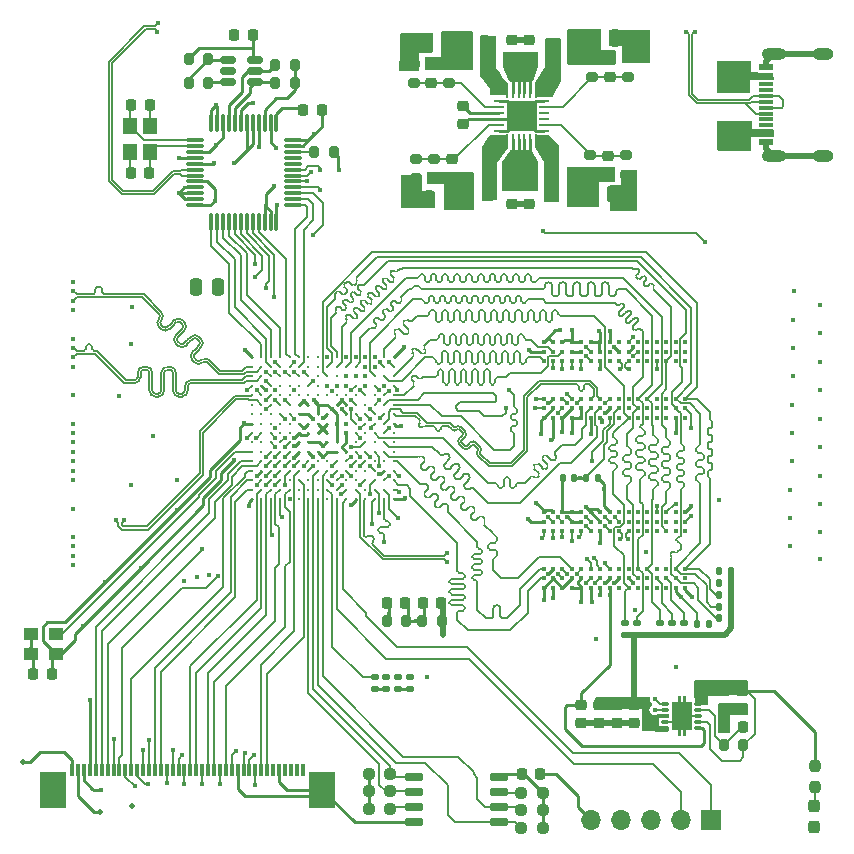
<source format=gbr>
%TF.GenerationSoftware,KiCad,Pcbnew,8.0.6*%
%TF.CreationDate,2025-01-06T00:07:22+08:00*%
%TF.ProjectId,ECP5_DEV_BOARD,45435035-5f44-4455-965f-424f4152442e,rev?*%
%TF.SameCoordinates,Original*%
%TF.FileFunction,Copper,L1,Top*%
%TF.FilePolarity,Positive*%
%FSLAX46Y46*%
G04 Gerber Fmt 4.6, Leading zero omitted, Abs format (unit mm)*
G04 Created by KiCad (PCBNEW 8.0.6) date 2025-01-06 00:07:22*
%MOMM*%
%LPD*%
G01*
G04 APERTURE LIST*
G04 Aperture macros list*
%AMRoundRect*
0 Rectangle with rounded corners*
0 $1 Rounding radius*
0 $2 $3 $4 $5 $6 $7 $8 $9 X,Y pos of 4 corners*
0 Add a 4 corners polygon primitive as box body*
4,1,4,$2,$3,$4,$5,$6,$7,$8,$9,$2,$3,0*
0 Add four circle primitives for the rounded corners*
1,1,$1+$1,$2,$3*
1,1,$1+$1,$4,$5*
1,1,$1+$1,$6,$7*
1,1,$1+$1,$8,$9*
0 Add four rect primitives between the rounded corners*
20,1,$1+$1,$2,$3,$4,$5,0*
20,1,$1+$1,$4,$5,$6,$7,0*
20,1,$1+$1,$6,$7,$8,$9,0*
20,1,$1+$1,$8,$9,$2,$3,0*%
%AMFreePoly0*
4,1,45,-0.121464,1.703536,-0.120000,1.700000,-0.120000,1.205000,0.120000,1.205000,0.120000,1.700000,0.121464,1.703536,0.125000,1.705000,0.375000,1.705000,0.378536,1.703536,0.380000,1.700000,0.380000,1.205000,0.825000,1.205000,0.828536,1.203536,0.830000,1.200000,0.830000,-1.200000,0.828536,-1.203536,0.825000,-1.205000,0.380000,-1.205000,0.380000,-1.700000,0.378536,-1.703536,
0.375000,-1.705000,0.125000,-1.705000,0.121464,-1.703536,0.120000,-1.700000,0.120000,-1.205000,-0.120000,-1.205000,-0.120000,-1.700000,-0.121464,-1.703536,-0.125000,-1.705000,-0.375000,-1.705000,-0.378536,-1.703536,-0.380000,-1.700000,-0.380000,-1.205000,-0.825000,-1.205000,-0.828536,-1.203536,-0.830000,-1.200000,-0.830000,1.200000,-0.828536,1.203536,-0.825000,1.205000,-0.380000,1.205000,
-0.380000,1.700000,-0.378536,1.703536,-0.375000,1.705000,-0.125000,1.705000,-0.121464,1.703536,-0.121464,1.703536,$1*%
G04 Aperture macros list end*
%TA.AperFunction,SMDPad,CuDef*%
%ADD10RoundRect,0.237500X-0.250000X-0.237500X0.250000X-0.237500X0.250000X0.237500X-0.250000X0.237500X0*%
%TD*%
%TA.AperFunction,SMDPad,CuDef*%
%ADD11RoundRect,0.250000X-0.250000X-0.475000X0.250000X-0.475000X0.250000X0.475000X-0.250000X0.475000X0*%
%TD*%
%TA.AperFunction,SMDPad,CuDef*%
%ADD12RoundRect,0.225000X0.250000X-0.225000X0.250000X0.225000X-0.250000X0.225000X-0.250000X-0.225000X0*%
%TD*%
%TA.AperFunction,SMDPad,CuDef*%
%ADD13RoundRect,0.225000X-0.250000X0.225000X-0.250000X-0.225000X0.250000X-0.225000X0.250000X0.225000X0*%
%TD*%
%TA.AperFunction,SMDPad,CuDef*%
%ADD14R,0.850000X2.000000*%
%TD*%
%TA.AperFunction,SMDPad,CuDef*%
%ADD15RoundRect,0.200000X0.275000X-0.200000X0.275000X0.200000X-0.275000X0.200000X-0.275000X-0.200000X0*%
%TD*%
%TA.AperFunction,SMDPad,CuDef*%
%ADD16RoundRect,0.135000X-0.135000X-0.185000X0.135000X-0.185000X0.135000X0.185000X-0.135000X0.185000X0*%
%TD*%
%TA.AperFunction,SMDPad,CuDef*%
%ADD17RoundRect,0.200000X-0.275000X0.200000X-0.275000X-0.200000X0.275000X-0.200000X0.275000X0.200000X0*%
%TD*%
%TA.AperFunction,SMDPad,CuDef*%
%ADD18RoundRect,0.225000X-0.225000X-0.250000X0.225000X-0.250000X0.225000X0.250000X-0.225000X0.250000X0*%
%TD*%
%TA.AperFunction,SMDPad,CuDef*%
%ADD19RoundRect,0.237500X0.250000X0.237500X-0.250000X0.237500X-0.250000X-0.237500X0.250000X-0.237500X0*%
%TD*%
%TA.AperFunction,SMDPad,CuDef*%
%ADD20RoundRect,0.075000X-0.662500X-0.075000X0.662500X-0.075000X0.662500X0.075000X-0.662500X0.075000X0*%
%TD*%
%TA.AperFunction,SMDPad,CuDef*%
%ADD21RoundRect,0.075000X-0.075000X-0.662500X0.075000X-0.662500X0.075000X0.662500X-0.075000X0.662500X0*%
%TD*%
%TA.AperFunction,SMDPad,CuDef*%
%ADD22RoundRect,0.200000X0.200000X0.275000X-0.200000X0.275000X-0.200000X-0.275000X0.200000X-0.275000X0*%
%TD*%
%TA.AperFunction,SMDPad,CuDef*%
%ADD23RoundRect,0.237500X0.237500X-0.287500X0.237500X0.287500X-0.237500X0.287500X-0.237500X-0.287500X0*%
%TD*%
%TA.AperFunction,BGAPad,CuDef*%
%ADD24C,0.400000*%
%TD*%
%TA.AperFunction,SMDPad,CuDef*%
%ADD25RoundRect,0.135000X-0.185000X0.135000X-0.185000X-0.135000X0.185000X-0.135000X0.185000X0.135000X0*%
%TD*%
%TA.AperFunction,BGAPad,CuDef*%
%ADD26C,0.320000*%
%TD*%
%TA.AperFunction,SMDPad,CuDef*%
%ADD27RoundRect,0.135000X0.135000X0.185000X-0.135000X0.185000X-0.135000X-0.185000X0.135000X-0.185000X0*%
%TD*%
%TA.AperFunction,SMDPad,CuDef*%
%ADD28RoundRect,0.218750X-0.218750X-0.256250X0.218750X-0.256250X0.218750X0.256250X-0.218750X0.256250X0*%
%TD*%
%TA.AperFunction,SMDPad,CuDef*%
%ADD29RoundRect,0.225000X0.225000X0.250000X-0.225000X0.250000X-0.225000X-0.250000X0.225000X-0.250000X0*%
%TD*%
%TA.AperFunction,SMDPad,CuDef*%
%ADD30R,1.240000X0.600000*%
%TD*%
%TA.AperFunction,SMDPad,CuDef*%
%ADD31R,1.240000X0.300000*%
%TD*%
%TA.AperFunction,ComponentPad*%
%ADD32O,2.100000X1.000000*%
%TD*%
%TA.AperFunction,ComponentPad*%
%ADD33O,1.800000X1.000000*%
%TD*%
%TA.AperFunction,SMDPad,CuDef*%
%ADD34RoundRect,0.200000X-0.200000X-0.275000X0.200000X-0.275000X0.200000X0.275000X-0.200000X0.275000X0*%
%TD*%
%TA.AperFunction,SMDPad,CuDef*%
%ADD35RoundRect,0.062500X-0.375000X-0.062500X0.375000X-0.062500X0.375000X0.062500X-0.375000X0.062500X0*%
%TD*%
%TA.AperFunction,SMDPad,CuDef*%
%ADD36RoundRect,0.062500X-0.062500X-0.375000X0.062500X-0.375000X0.062500X0.375000X-0.062500X0.375000X0*%
%TD*%
%TA.AperFunction,HeatsinkPad*%
%ADD37R,2.500000X2.500000*%
%TD*%
%TA.AperFunction,SMDPad,CuDef*%
%ADD38RoundRect,0.150000X-0.650000X-0.150000X0.650000X-0.150000X0.650000X0.150000X-0.650000X0.150000X0*%
%TD*%
%TA.AperFunction,ComponentPad*%
%ADD39R,1.700000X1.700000*%
%TD*%
%TA.AperFunction,ComponentPad*%
%ADD40O,1.700000X1.700000*%
%TD*%
%TA.AperFunction,SMDPad,CuDef*%
%ADD41R,0.300000X1.100000*%
%TD*%
%TA.AperFunction,SMDPad,CuDef*%
%ADD42R,2.300000X3.100000*%
%TD*%
%TA.AperFunction,SMDPad,CuDef*%
%ADD43RoundRect,0.150000X-0.512500X-0.150000X0.512500X-0.150000X0.512500X0.150000X-0.512500X0.150000X0*%
%TD*%
%TA.AperFunction,SMDPad,CuDef*%
%ADD44RoundRect,0.140000X0.140000X0.170000X-0.140000X0.170000X-0.140000X-0.170000X0.140000X-0.170000X0*%
%TD*%
%TA.AperFunction,SMDPad,CuDef*%
%ADD45R,1.300000X1.100000*%
%TD*%
%TA.AperFunction,SMDPad,CuDef*%
%ADD46RoundRect,0.237500X0.237500X-0.250000X0.237500X0.250000X-0.237500X0.250000X-0.237500X-0.250000X0*%
%TD*%
%TA.AperFunction,SMDPad,CuDef*%
%ADD47R,1.200000X1.400000*%
%TD*%
%TA.AperFunction,SMDPad,CuDef*%
%ADD48RoundRect,0.140000X-0.140000X-0.170000X0.140000X-0.170000X0.140000X0.170000X-0.140000X0.170000X0*%
%TD*%
%TA.AperFunction,SMDPad,CuDef*%
%ADD49RoundRect,0.030000X-0.270000X-0.090000X0.270000X-0.090000X0.270000X0.090000X-0.270000X0.090000X0*%
%TD*%
%TA.AperFunction,SMDPad,CuDef*%
%ADD50FreePoly0,0.000000*%
%TD*%
%TA.AperFunction,ViaPad*%
%ADD51C,0.450000*%
%TD*%
%TA.AperFunction,ViaPad*%
%ADD52C,0.500000*%
%TD*%
%TA.AperFunction,Conductor*%
%ADD53C,0.127000*%
%TD*%
%TA.AperFunction,Conductor*%
%ADD54C,0.156000*%
%TD*%
%TA.AperFunction,Conductor*%
%ADD55C,0.254000*%
%TD*%
%TA.AperFunction,Conductor*%
%ADD56C,0.500000*%
%TD*%
G04 APERTURE END LIST*
D10*
%TO.P,R47,1*%
%TO.N,SDO*%
X134097500Y-136747500D03*
%TO.P,R47,2*%
%TO.N,+3V3*%
X135922500Y-136747500D03*
%TD*%
D11*
%TO.P,C26,1*%
%TO.N,GND*%
X126112500Y-70275000D03*
%TO.P,C26,2*%
%TO.N,+2V5*%
X128012500Y-70275000D03*
%TD*%
D12*
%TO.P,C22,1*%
%TO.N,+1V5*%
X141450000Y-81375000D03*
%TO.P,C22,2*%
%TO.N,Net-(U4-FB1)*%
X141450000Y-79825000D03*
%TD*%
D13*
%TO.P,C24,1*%
%TO.N,+3V3*%
X141612500Y-71600000D03*
%TO.P,C24,2*%
%TO.N,Net-(U4-FB4)*%
X141612500Y-73150000D03*
%TD*%
%TO.P,C30,1*%
%TO.N,GND*%
X133312500Y-70000000D03*
%TO.P,C30,2*%
%TO.N,VCC*%
X133312500Y-71550000D03*
%TD*%
D14*
%TO.P,L2,1,1*%
%TO.N,+1V1*%
X129687500Y-82600000D03*
%TO.P,L2,2,2*%
%TO.N,Net-(U4-LX2)*%
X131337500Y-82600000D03*
%TD*%
D15*
%TO.P,R40,1*%
%TO.N,Net-(U4-FB4)*%
X143112500Y-73200000D03*
%TO.P,R40,2*%
%TO.N,GND*%
X143112500Y-71550000D03*
%TD*%
D16*
%TO.P,R14,1*%
%TO.N,DDR_A7*%
X150890000Y-119000000D03*
%TO.P,R14,2*%
%TO.N,VTT*%
X151910000Y-119000000D03*
%TD*%
D17*
%TO.P,R41,1*%
%TO.N,+2V5*%
X128012500Y-72050000D03*
%TO.P,R41,2*%
%TO.N,Net-(U4-FB3)*%
X128012500Y-73700000D03*
%TD*%
D13*
%TO.P,C21,1*%
%TO.N,VTT*%
X142200000Y-126325000D03*
%TO.P,C21,2*%
%TO.N,GND*%
X142200000Y-127875000D03*
%TD*%
D18*
%TO.P,C3,1*%
%TO.N,+1V5*%
X122750000Y-117700000D03*
%TO.P,C3,2*%
%TO.N,VREF_FPGA*%
X124300000Y-117700000D03*
%TD*%
D19*
%TO.P,R48,1*%
%TO.N,SD_IO2*%
X123022500Y-135147500D03*
%TO.P,R48,2*%
%TO.N,+3V3*%
X121197500Y-135147500D03*
%TD*%
D20*
%TO.P,U11,1,XCSI*%
%TO.N,Net-(U11-XCSI)*%
X106475000Y-78500001D03*
%TO.P,U11,2,XCSO*%
%TO.N,Net-(U11-XCSO)*%
X106475000Y-79000001D03*
%TO.P,U11,3,VPHY*%
%TO.N,+3V3_FT232*%
X106475000Y-79500001D03*
%TO.P,U11,4,AGND*%
%TO.N,GND*%
X106475000Y-80000002D03*
%TO.P,U11,5,REF*%
%TO.N,Net-(U11-REF)*%
X106475000Y-80500001D03*
%TO.P,U11,6,DM*%
%TO.N,FT232_DN*%
X106475000Y-81000001D03*
%TO.P,U11,7,DP*%
%TO.N,FT232_DP*%
X106475000Y-81500001D03*
%TO.P,U11,8,VPLL*%
%TO.N,+3V3_FT232*%
X106475000Y-82000001D03*
%TO.P,U11,9,AGND*%
%TO.N,GND*%
X106475000Y-82500000D03*
%TO.P,U11,10,GND*%
X106475000Y-83000001D03*
%TO.P,U11,11,GND*%
X106475000Y-83500001D03*
%TO.P,U11,12,VCCIO*%
%TO.N,+3V3_FT232*%
X106475000Y-84000001D03*
D21*
%TO.P,U11,13,ADBUS0*%
%TO.N,FT232_D0*%
X107887500Y-85412501D03*
%TO.P,U11,14,ADBUS1*%
%TO.N,FT232_D1*%
X108387500Y-85412501D03*
%TO.P,U11,15,ADBUS2*%
%TO.N,FT232_D2*%
X108887500Y-85412501D03*
%TO.P,U11,16,ADBUS3*%
%TO.N,FT232_D3*%
X109387501Y-85412501D03*
%TO.P,U11,17,ADBUS4*%
%TO.N,FT232_D4*%
X109887500Y-85412501D03*
%TO.P,U11,18,ADBUS5*%
%TO.N,FT232_D5*%
X110387500Y-85412501D03*
%TO.P,U11,19,ADBUS6*%
%TO.N,FT232_D6*%
X110887500Y-85412501D03*
%TO.P,U11,20,ADBUS7*%
%TO.N,FT232_D7*%
X111387500Y-85412501D03*
%TO.P,U11,21,ACBUS0*%
%TO.N,FT232_#RXF*%
X111887499Y-85412501D03*
%TO.P,U11,22,GND*%
%TO.N,GND*%
X112387500Y-85412501D03*
%TO.P,U11,23,GND*%
X112887500Y-85412501D03*
%TO.P,U11,24,VCCIO*%
%TO.N,+3V3_FT232*%
X113387500Y-85412501D03*
D20*
%TO.P,U11,25,ACBUS1*%
%TO.N,FT232_#TXE*%
X114800000Y-84000001D03*
%TO.P,U11,26,ACBUS2*%
%TO.N,FT232_#RD*%
X114800000Y-83500001D03*
%TO.P,U11,27,ACBUS3*%
%TO.N,FT232_#WR*%
X114800000Y-83000001D03*
%TO.P,U11,28,ACBUS4*%
%TO.N,Net-(U11-ACBUS4)*%
X114800000Y-82500000D03*
%TO.P,U11,29,ACBUS5*%
%TO.N,FT232_CLKOUT*%
X114800000Y-82000001D03*
%TO.P,U11,30,ACBUS6*%
%TO.N,FT232_#OE*%
X114800000Y-81500001D03*
%TO.P,U11,31,ACBUS7*%
%TO.N,Net-(U11-ACBUS7)*%
X114800000Y-81000001D03*
%TO.P,U11,32,ACBUS8*%
%TO.N,unconnected-(U11-ACBUS8-Pad32)*%
X114800000Y-80500001D03*
%TO.P,U11,33,ACBUS9*%
%TO.N,unconnected-(U11-ACBUS9-Pad33)*%
X114800000Y-80000002D03*
%TO.P,U11,34,~{RESET}*%
%TO.N,Net-(U11-~{RESET})*%
X114800000Y-79500001D03*
%TO.P,U11,35,GND*%
%TO.N,GND*%
X114800000Y-79000001D03*
%TO.P,U11,36,GND*%
X114800000Y-78500001D03*
D21*
%TO.P,U11,37,VCCA*%
%TO.N,Net-(U11-VCCA)*%
X113387500Y-77087501D03*
%TO.P,U11,38,VCCCORE*%
%TO.N,Net-(U11-VCCCORE)*%
X112887500Y-77087501D03*
%TO.P,U11,39,VCCD*%
%TO.N,+3V3_FT232*%
X112387500Y-77087501D03*
%TO.P,U11,40,VREGIN*%
%TO.N,VCC*%
X111887499Y-77087501D03*
%TO.P,U11,41,AGND*%
%TO.N,GND*%
X111387500Y-77087501D03*
%TO.P,U11,42,TEST*%
X110887500Y-77087501D03*
%TO.P,U11,43,EEDATA*%
%TO.N,EEDAT*%
X110387500Y-77087501D03*
%TO.P,U11,44,EECLK*%
%TO.N,EECLK*%
X109887500Y-77087501D03*
%TO.P,U11,45,EECS*%
%TO.N,EECS*%
X109387501Y-77087501D03*
%TO.P,U11,46,VCCIO*%
%TO.N,+3V3_FT232*%
X108887500Y-77087501D03*
%TO.P,U11,47,GND*%
%TO.N,GND*%
X108387500Y-77087501D03*
%TO.P,U11,48,GND*%
X107887500Y-77087501D03*
%TD*%
D12*
%TO.P,C33,1*%
%TO.N,GND*%
X133300000Y-83900000D03*
%TO.P,C33,2*%
%TO.N,VCC*%
X133300000Y-82350000D03*
%TD*%
D22*
%TO.P,R60,1*%
%TO.N,+3V3_FT232*%
X118225000Y-79500000D03*
%TO.P,R60,2*%
%TO.N,Net-(U11-~{RESET})*%
X116575000Y-79500000D03*
%TD*%
D13*
%TO.P,C43,1*%
%TO.N,+3V3*%
X151300000Y-125150000D03*
%TO.P,C43,2*%
%TO.N,GND*%
X151300000Y-126700000D03*
%TD*%
D23*
%TO.P,D1,1,K*%
%TO.N,GND*%
X158935000Y-136650000D03*
%TO.P,D1,2,A*%
%TO.N,DONE*%
X158935000Y-134900000D03*
%TD*%
D15*
%TO.P,R42,1*%
%TO.N,Net-(U4-FB3)*%
X125012500Y-73700000D03*
%TO.P,R42,2*%
%TO.N,GND*%
X125012500Y-72050000D03*
%TD*%
D11*
%TO.P,C44,1*%
%TO.N,+3V3*%
X106550000Y-90900000D03*
%TO.P,C44,2*%
%TO.N,GND*%
X108450000Y-90900000D03*
%TD*%
D24*
%TO.P,U1,A1,VDDQ*%
%TO.N,+1V5*%
X136000000Y-102000000D03*
%TO.P,U1,A2,DQ13*%
%TO.N,DDR2_D4*%
X136000000Y-101200000D03*
%TO.P,U1,A3,DQ15*%
%TO.N,DDR2_D5*%
X136000000Y-100400000D03*
%TO.P,U1,A7,DQ12*%
%TO.N,DDR2_D6*%
X136000000Y-97200000D03*
%TO.P,U1,A8,VDDQ*%
%TO.N,+1V5*%
X136000000Y-96400000D03*
%TO.P,U1,A9,VSS*%
%TO.N,GND*%
X136000000Y-95600000D03*
%TO.P,U1,B1,VSSQ*%
X136800000Y-102000000D03*
%TO.P,U1,B2,VDD*%
%TO.N,+1V5*%
X136800000Y-101200000D03*
%TO.P,U1,B3,VSS*%
%TO.N,GND*%
X136800000Y-100400000D03*
%TO.P,U1,B7,~{UDQS}*%
%TO.N,DDR2_DQSN*%
X136800000Y-97200000D03*
%TO.P,U1,B8,DQ14*%
%TO.N,DDR2_D7*%
X136800000Y-96400000D03*
%TO.P,U1,B9,VSSQ*%
%TO.N,GND*%
X136800000Y-95600000D03*
%TO.P,U1,C1,VDDQ*%
%TO.N,+1V5*%
X137600000Y-102000000D03*
%TO.P,U1,C2,DQ11*%
%TO.N,DDR2_D3*%
X137600000Y-101200000D03*
%TO.P,U1,C3,DQ9*%
%TO.N,DDR2_D2*%
X137600000Y-100400000D03*
%TO.P,U1,C7,UDQS*%
%TO.N,DDR2_DQSP*%
X137600000Y-97200000D03*
%TO.P,U1,C8,DQ10*%
%TO.N,DDR2_D0*%
X137600000Y-96400000D03*
%TO.P,U1,C9,VDDQ*%
%TO.N,+1V5*%
X137600000Y-95600000D03*
%TO.P,U1,D1,VSSQ*%
%TO.N,GND*%
X138400000Y-102000000D03*
%TO.P,U1,D2,VDDQ*%
%TO.N,+1V5*%
X138400000Y-101200000D03*
%TO.P,U1,D3,UDM*%
%TO.N,DDR2_DM*%
X138400000Y-100400000D03*
%TO.P,U1,D7,DQ8*%
%TO.N,DDR2_D1*%
X138400000Y-97200000D03*
%TO.P,U1,D8,VSSQ*%
%TO.N,GND*%
X138400000Y-96400000D03*
%TO.P,U1,D9,VDD*%
%TO.N,+1V5*%
X138400000Y-95600000D03*
%TO.P,U1,E1,VSS*%
%TO.N,GND*%
X139200000Y-102000000D03*
%TO.P,U1,E2,VSSQ*%
X139200000Y-101200000D03*
%TO.P,U1,E3,DQ0*%
%TO.N,DDR1_D2*%
X139200000Y-100400000D03*
%TO.P,U1,E7,LDM*%
%TO.N,DDR1_DM*%
X139200000Y-97200000D03*
%TO.P,U1,E8,VSSQ*%
%TO.N,GND*%
X139200000Y-96400000D03*
%TO.P,U1,E9,VDDQ*%
%TO.N,+1V5*%
X139200000Y-95600000D03*
%TO.P,U1,F1,VDDQ*%
X140000000Y-102000000D03*
%TO.P,U1,F2,DQ2*%
%TO.N,DDR1_D0*%
X140000000Y-101200000D03*
%TO.P,U1,F3,LDQS*%
%TO.N,DDR1_DQSP*%
X140000000Y-100400000D03*
%TO.P,U1,F7,DQ1*%
%TO.N,DDR1_D6*%
X140000000Y-97200000D03*
%TO.P,U1,F8,DQ3*%
%TO.N,DDR1_D5*%
X140000000Y-96400000D03*
%TO.P,U1,F9,VSSQ*%
%TO.N,GND*%
X140000000Y-95600000D03*
%TO.P,U1,G1,VSSQ*%
X140800000Y-102000000D03*
%TO.P,U1,G2,DQ6*%
%TO.N,DDR1_D7*%
X140800000Y-101200000D03*
%TO.P,U1,G3,~{LDQS}*%
%TO.N,DDR1_DQSN*%
X140800000Y-100400000D03*
%TO.P,U1,G7,VDD*%
%TO.N,+1V5*%
X140800000Y-97200000D03*
%TO.P,U1,G8,VSS*%
%TO.N,GND*%
X140800000Y-96400000D03*
%TO.P,U1,G9,VSSQ*%
X140800000Y-95600000D03*
%TO.P,U1,H1,VREFDQ*%
%TO.N,VREF_MEM*%
X141600000Y-102000000D03*
%TO.P,U1,H2,VDDQ*%
%TO.N,+1V5*%
X141600000Y-101200000D03*
%TO.P,U1,H3,DQ4*%
%TO.N,DDR1_D1*%
X141600000Y-100400000D03*
%TO.P,U1,H7,DQ7*%
%TO.N,DDR1_D4*%
X141600000Y-97200000D03*
%TO.P,U1,H8,DQ5*%
%TO.N,DDR1_D3*%
X141600000Y-96400000D03*
%TO.P,U1,H9,VDDQ*%
%TO.N,+1V5*%
X141600000Y-95600000D03*
%TO.P,U1,J1,NC*%
%TO.N,unconnected-(U1-NC-PadJ1)*%
X142400000Y-102000000D03*
%TO.P,U1,J2,VSS*%
%TO.N,GND*%
X142400000Y-101200000D03*
%TO.P,U1,J3,~{RAS}*%
%TO.N,DDR_#RAS*%
X142400000Y-100400000D03*
%TO.P,U1,J7,CK*%
%TO.N,DDR_CKP*%
X142400000Y-97200000D03*
%TO.P,U1,J8,VSS*%
%TO.N,GND*%
X142400000Y-96400000D03*
%TO.P,U1,J9,NC*%
%TO.N,unconnected-(U1-NC-PadJ9)*%
X142400000Y-95600000D03*
%TO.P,U1,K1,ODT*%
%TO.N,DDR_ODT*%
X143200000Y-102000000D03*
%TO.P,U1,K2,VDD*%
%TO.N,+1V5*%
X143200000Y-101200000D03*
%TO.P,U1,K3,~{CAS}*%
%TO.N,DDR_#CAS*%
X143200000Y-100400000D03*
%TO.P,U1,K7,~{CK}*%
%TO.N,DDR_CKN*%
X143200000Y-97200000D03*
%TO.P,U1,K8,VDD*%
%TO.N,+1V5*%
X143200000Y-96400000D03*
%TO.P,U1,K9,CKE*%
%TO.N,DDR_CKE*%
X143200000Y-95600000D03*
%TO.P,U1,L1,NC*%
%TO.N,unconnected-(U1-NC-PadL1)*%
X144000000Y-102000000D03*
%TO.P,U1,L2,~{CS}*%
%TO.N,DDR_#CS*%
X144000000Y-101200000D03*
%TO.P,U1,L3,~{WE}*%
%TO.N,DDR_#WE*%
X144000000Y-100400000D03*
%TO.P,U1,L7,A10/AP*%
%TO.N,DDR_A10*%
X144000000Y-97200000D03*
%TO.P,U1,L8,ZQ*%
%TO.N,Net-(U1-ZQ)*%
X144000000Y-96400000D03*
%TO.P,U1,L9,NC*%
%TO.N,unconnected-(U1-NC-PadL9)*%
X144000000Y-95600000D03*
%TO.P,U1,M1,VSS*%
%TO.N,GND*%
X144800000Y-102000000D03*
%TO.P,U1,M2,BA0*%
%TO.N,DDR_BA0*%
X144800000Y-101200000D03*
%TO.P,U1,M3,BA2*%
%TO.N,DDR_BA2*%
X144800000Y-100400000D03*
%TO.P,U1,M7,NC*%
%TO.N,unconnected-(U1-NC-PadM7)*%
X144800000Y-97200000D03*
%TO.P,U1,M8,VREFCA*%
%TO.N,VREF_MEM*%
X144800000Y-96400000D03*
%TO.P,U1,M9,VSS*%
%TO.N,GND*%
X144800000Y-95600000D03*
%TO.P,U1,N1,VDD*%
%TO.N,+1V5*%
X145600000Y-102000000D03*
%TO.P,U1,N2,A3*%
%TO.N,DDR_A3*%
X145600000Y-101200000D03*
%TO.P,U1,N3,A0*%
%TO.N,DDR_A0*%
X145600000Y-100400000D03*
%TO.P,U1,N7,A12/~{BC}*%
%TO.N,DDR_A12*%
X145600000Y-97200000D03*
%TO.P,U1,N8,BA1*%
%TO.N,DDR_BA1*%
X145600000Y-96400000D03*
%TO.P,U1,N9,VDD*%
%TO.N,+1V5*%
X145600000Y-95600000D03*
%TO.P,U1,P1,VSS*%
%TO.N,GND*%
X146400000Y-102000000D03*
%TO.P,U1,P2,A5*%
%TO.N,DDR_A5*%
X146400000Y-101200000D03*
%TO.P,U1,P3,A2*%
%TO.N,DDR_A2*%
X146400000Y-100400000D03*
%TO.P,U1,P7,A1*%
%TO.N,DDR_A1*%
X146400000Y-97200000D03*
%TO.P,U1,P8,A4*%
%TO.N,DDR_A4*%
X146400000Y-96400000D03*
%TO.P,U1,P9,VSS*%
%TO.N,GND*%
X146400000Y-95600000D03*
%TO.P,U1,R1,VDD*%
%TO.N,+1V5*%
X147200000Y-102000000D03*
%TO.P,U1,R2,A7*%
%TO.N,DDR_A7*%
X147200000Y-101200000D03*
%TO.P,U1,R3,A9*%
%TO.N,DDR_A9*%
X147200000Y-100400000D03*
%TO.P,U1,R7,A11*%
%TO.N,DDR_A11*%
X147200000Y-97200000D03*
%TO.P,U1,R8,A6*%
%TO.N,DDR_A6*%
X147200000Y-96400000D03*
%TO.P,U1,R9,VDD*%
%TO.N,+1V5*%
X147200000Y-95600000D03*
%TO.P,U1,T1,VSS*%
%TO.N,GND*%
X148000000Y-102000000D03*
%TO.P,U1,T2,~{RESET}*%
%TO.N,DDR_#RST*%
X148000000Y-101200000D03*
%TO.P,U1,T3,A13*%
%TO.N,DDR_A13*%
X148000000Y-100400000D03*
%TO.P,U1,T7,A14*%
%TO.N,unconnected-(U1-A14-PadT7)*%
X148000000Y-97200000D03*
%TO.P,U1,T8,A8*%
%TO.N,DDR_A8*%
X148000000Y-96400000D03*
%TO.P,U1,T9,VSS*%
%TO.N,GND*%
X148000000Y-95600000D03*
%TD*%
D25*
%TO.P,R43,1*%
%TO.N,CFG_1*%
X122690000Y-123980000D03*
%TO.P,R43,2*%
%TO.N,+3V3*%
X122690000Y-125000000D03*
%TD*%
D18*
%TO.P,C4,1*%
%TO.N,VREF_FPGA*%
X125775000Y-117700000D03*
%TO.P,C4,2*%
%TO.N,GND*%
X127325000Y-117700000D03*
%TD*%
D22*
%TO.P,R65,1*%
%TO.N,EEDAT*%
X107625000Y-73650000D03*
%TO.P,R65,2*%
%TO.N,Net-(U15-DO)*%
X105975000Y-73650000D03*
%TD*%
D16*
%TO.P,R22,1*%
%TO.N,DDR_BA1*%
X150890000Y-115000000D03*
%TO.P,R22,2*%
%TO.N,VTT*%
X151910000Y-115000000D03*
%TD*%
D10*
%TO.P,R51,1*%
%TO.N,SD_CLK*%
X134097500Y-135247500D03*
%TO.P,R51,2*%
%TO.N,+3V3*%
X135922500Y-135247500D03*
%TD*%
D13*
%TO.P,C31,1*%
%TO.N,GND*%
X134812500Y-70000000D03*
%TO.P,C31,2*%
%TO.N,VCC*%
X134812500Y-71550000D03*
%TD*%
D26*
%TO.P,U3,A1,GND[27]*%
%TO.N,GND*%
X111300000Y-96900000D03*
%TO.P,U3,A2,PT4A/+*%
%TO.N,FT232_D0*%
X112100000Y-96900000D03*
%TO.P,U3,A3,PT6A/+*%
%TO.N,FT232_D2*%
X112900000Y-96900000D03*
%TO.P,U3,A4,PT6B/-*%
%TO.N,FT232_D3*%
X113700000Y-96900000D03*
%TO.P,U3,A5,PT18A/+*%
%TO.N,FT232_#RXF*%
X114500000Y-96900000D03*
%TO.P,U3,A6,PT18B/-*%
%TO.N,FT232_#TXE*%
X115300000Y-96900000D03*
%TO.P,U3,A7,PT29A/+/PCLKT0_0*%
%TO.N,unconnected-(U3B-PT29A{slash}+{slash}PCLKT0_0-PadA7)*%
X116100000Y-96900000D03*
%TO.P,U3,A8,PT29B/-/PCLKC0_0*%
%TO.N,unconnected-(U3B-PT29B{slash}-{slash}PCLKC0_0-PadA8)*%
X116900000Y-96900000D03*
%TO.P,U3,A9,PT42A/+*%
%TO.N,DDR_A11*%
X117700000Y-96900000D03*
%TO.P,U3,A10,PT42B/-*%
%TO.N,DDR_A7*%
X118500000Y-96900000D03*
%TO.P,U3,A11,PT53A/+*%
%TO.N,DDR_A5*%
X119300000Y-96900000D03*
%TO.P,U3,A12,PT53B/-*%
%TO.N,DDR_A0*%
X120100000Y-96900000D03*
%TO.P,U3,A13,PT65A/+*%
%TO.N,DDR_BA0*%
X120900000Y-96900000D03*
%TO.P,U3,A14,PT65B/-*%
%TO.N,DDR_#RST*%
X121700000Y-96900000D03*
%TO.P,U3,A15,PT67B/-*%
%TO.N,DDR_ODT*%
X122500000Y-96900000D03*
%TO.P,U3,A16,GND[27]*%
%TO.N,GND*%
X123300000Y-96900000D03*
%TO.P,U3,B1,PL2A/+/HS/LDQ8*%
%TO.N,LVDS_D0P*%
X111300000Y-97700000D03*
%TO.P,U3,B2,PL2B/-/HS/LDQ8*%
%TO.N,LVDS_D0N*%
X112100000Y-97700000D03*
%TO.P,U3,B3,PT4B/-*%
%TO.N,FT232_D1*%
X112900000Y-97700000D03*
%TO.P,U3,B4,PT11B/-*%
%TO.N,FT232_D5*%
X113700000Y-97700000D03*
%TO.P,U3,B5,PT15B/-*%
%TO.N,FT232_D7*%
X114500000Y-97700000D03*
%TO.P,U3,B6,PT22B/-*%
%TO.N,FT232_#RD*%
X115300000Y-97700000D03*
%TO.P,U3,B7,PT27B/-/PCLKC0_1*%
%TO.N,unconnected-(U3B-PT27B{slash}-{slash}PCLKC0_1-PadB7)*%
X116100000Y-97700000D03*
%TO.P,U3,B8,PT35B/-/PCLKC1_0*%
%TO.N,unconnected-(U3C-PT35B{slash}-{slash}PCLKC1_0-PadB8)*%
X116900000Y-97700000D03*
%TO.P,U3,B9,PT38A/+/GR_PCLK1_0*%
%TO.N,DDR_A9*%
X117700000Y-97700000D03*
%TO.P,U3,B10,PT44A/+*%
%TO.N,DDR_A1*%
X118500000Y-97700000D03*
%TO.P,U3,B11,PT49A/+*%
%TO.N,DDR_BA2*%
X119300000Y-97700000D03*
%TO.P,U3,B12,PT56A/+*%
%TO.N,DDR_#WE*%
X120100000Y-97700000D03*
%TO.P,U3,B13,PT60A/+*%
%TO.N,DDR_CKE*%
X120900000Y-97700000D03*
%TO.P,U3,B14,PT67A/+*%
%TO.N,DDR_#CAS*%
X121700000Y-97700000D03*
%TO.P,U3,B15,PR2B/-/S0_IN/HS/RDQ8*%
%TO.N,DDR_CKN*%
X122500000Y-97700000D03*
%TO.P,U3,B16,PR2A/+/HS/RDQ8*%
%TO.N,DDR_CKP*%
X123300000Y-97700000D03*
%TO.P,U3,C1,PL5A/+/HS/LDQ8*%
%TO.N,LVDS_D2P*%
X111300000Y-98500000D03*
%TO.P,U3,C2,PL5B/-/HS/LDQ8*%
%TO.N,LVDS_D2N*%
X112100000Y-98500000D03*
%TO.P,U3,C3,PL2C/+/LDQ8*%
%TO.N,LVDS_D1P*%
X112900000Y-98500000D03*
%TO.P,U3,C4,PT11A/+*%
%TO.N,FT232_D4*%
X113700000Y-98500000D03*
%TO.P,U3,C5,PT15A/+*%
%TO.N,FT232_D6*%
X114500000Y-98500000D03*
%TO.P,U3,C6,PT22A/+*%
%TO.N,FT232_#OE*%
X115300000Y-98500000D03*
%TO.P,U3,C7,PT27A/+/PCLKT0_1*%
%TO.N,FT232_CLKOUT*%
X116100000Y-98500000D03*
%TO.P,U3,C8,PT35A/+/PCLKT1_0*%
%TO.N,unconnected-(U3C-PT35A{slash}+{slash}PCLKT1_0-PadC8)*%
X116900000Y-98500000D03*
%TO.P,U3,C9,PT38B/-/GR_PCLK1_1*%
%TO.N,DDR_A13*%
X117700000Y-98500000D03*
%TO.P,U3,C10,PT44B/-*%
%TO.N,unconnected-(U3C-PT44B{slash}--PadC10)*%
X118500000Y-98500000D03*
%TO.P,U3,C11,PT49B/-*%
%TO.N,DDR_A4*%
X119300000Y-98500000D03*
%TO.P,U3,C12,PT56B/-*%
%TO.N,DDR_A3*%
X120100000Y-98500000D03*
%TO.P,U3,C13,PT60B/-*%
%TO.N,DDR_#RAS*%
X120900000Y-98500000D03*
%TO.P,U3,C14,PR2C/+/RDQ8*%
%TO.N,DDR_#CS*%
X121700000Y-98500000D03*
%TO.P,U3,C15,PR5B/-/HS/RDQ8*%
%TO.N,DDR2_D6*%
X122500000Y-98500000D03*
%TO.P,U3,C16,PR5A/+/HS/RDQ8*%
%TO.N,DDR2_D7*%
X123300000Y-98500000D03*
%TO.P,U3,D1,PL8A/+/HS/LDQS8*%
%TO.N,LVDS_D4P*%
X111300000Y-99300000D03*
%TO.P,U3,D2,GND[27]*%
%TO.N,GND*%
X112100000Y-99300000D03*
%TO.P,U3,D3,PL2D/-/LDQ8*%
%TO.N,LVDS_D1N*%
X112900000Y-99300000D03*
%TO.P,U3,D4,PT9B/-*%
%TO.N,unconnected-(U3B-PT9B{slash}--PadD4)*%
X113700000Y-99300000D03*
%TO.P,U3,D5,PT13B/-*%
%TO.N,unconnected-(U3B-PT13B{slash}--PadD5)*%
X114500000Y-99300000D03*
%TO.P,U3,D6,PT20B/-*%
%TO.N,unconnected-(U3B-PT20B{slash}--PadD6)*%
X115300000Y-99300000D03*
%TO.P,U3,D7,PT24B/-/GR_PCLK0_0*%
%TO.N,FT232_#WR*%
X116100000Y-99300000D03*
%TO.P,U3,D8,PT33B/-/PCLKC1_1*%
%TO.N,unconnected-(U3C-PT33B{slash}-{slash}PCLKC1_1-PadD8)*%
X116900000Y-99300000D03*
%TO.P,U3,D9,PT40A/+*%
%TO.N,DDR_A8*%
X117700000Y-99300000D03*
%TO.P,U3,D10,PT47A/+*%
%TO.N,DDR_A6*%
X118500000Y-99300000D03*
%TO.P,U3,D11,PT51A/+*%
%TO.N,DDR_A2*%
X119300000Y-99300000D03*
%TO.P,U3,D12,PT58A/+*%
%TO.N,DDR_BA1*%
X120100000Y-99300000D03*
%TO.P,U3,D13,PT62A/+*%
%TO.N,DDR_A10*%
X120900000Y-99300000D03*
%TO.P,U3,D14,PR2D/-/RDQ8*%
%TO.N,DDR2_DM*%
X121700000Y-99300000D03*
%TO.P,U3,D15,GND[27]*%
%TO.N,GND*%
X122500000Y-99300000D03*
%TO.P,U3,D16,PR8A/+/HS/RDQS8*%
%TO.N,DDR2_DQSP*%
X123300000Y-99300000D03*
%TO.P,U3,E1,PL11D/-/LDQ8*%
%TO.N,LVDS_D7N*%
X111300000Y-100100000D03*
%TO.P,U3,E2,PL8B/-/HS/LDQSN8*%
%TO.N,LVDS_D4N*%
X112100000Y-100100000D03*
%TO.P,U3,E3,PL5C/+/LDQ8*%
%TO.N,LVDS_D3P*%
X112900000Y-100100000D03*
%TO.P,U3,E4,PT9A/+*%
%TO.N,unconnected-(U3B-PT9A{slash}+-PadE4)*%
X113700000Y-100100000D03*
%TO.P,U3,E5,PT13A/+*%
%TO.N,unconnected-(U3B-PT13A{slash}+-PadE5)*%
X114500000Y-100100000D03*
%TO.P,U3,E6,PT20A/+*%
%TO.N,unconnected-(U3B-PT20A{slash}+-PadE6)*%
X115300000Y-100100000D03*
%TO.P,U3,E7,PT24A/+/GR_PCLK0_1*%
%TO.N,unconnected-(U3B-PT24A{slash}+{slash}GR_PCLK0_1-PadE7)*%
X116100000Y-100100000D03*
%TO.P,U3,E8,PT33A/+/PCLKT1_1*%
%TO.N,unconnected-(U3C-PT33A{slash}+{slash}PCLKT1_1-PadE8)*%
X116900000Y-100100000D03*
%TO.P,U3,E9,PT40B/-*%
%TO.N,unconnected-(U3C-PT40B{slash}--PadE9)*%
X117700000Y-100100000D03*
%TO.P,U3,E10,PT47B/-*%
%TO.N,unconnected-(U3C-PT47B{slash}--PadE10)*%
X118500000Y-100100000D03*
%TO.P,U3,E11,PT51B/-*%
%TO.N,unconnected-(U3C-PT51B{slash}--PadE11)*%
X119300000Y-100100000D03*
%TO.P,U3,E12,PT58B/-*%
%TO.N,unconnected-(U3C-PT58B{slash}--PadE12)*%
X120100000Y-100100000D03*
%TO.P,U3,E13,PT62B/-*%
%TO.N,DDR_A12*%
X120900000Y-100100000D03*
%TO.P,U3,E14,PR5C/+/RDQ8*%
%TO.N,unconnected-(U3D-PR5C{slash}+{slash}RDQ8-PadE14)*%
X121700000Y-100100000D03*
%TO.P,U3,E15,PR8B/-/HS/RDQSN8*%
%TO.N,DDR2_DQSN*%
X122500000Y-100100000D03*
%TO.P,U3,E16,PR11D/-/RDQ8*%
%TO.N,DDR2_D0*%
X123300000Y-100100000D03*
%TO.P,U3,F1,PL14A/+/HS/LDQ20*%
%TO.N,unconnected-(U3G-PL14A{slash}+{slash}HS{slash}LDQ20-PadF1)*%
X111300000Y-100900000D03*
%TO.P,U3,F2,PL11C/+/LDQ8*%
%TO.N,LVDS_D7P*%
X112100000Y-100900000D03*
%TO.P,U3,F3,PL5D/-/LDQ8*%
%TO.N,LVDS_D3N*%
X112900000Y-100900000D03*
%TO.P,U3,F4,PL8C/+/LDQ8*%
%TO.N,LVDS_D5P*%
X113700000Y-100900000D03*
%TO.P,U3,F5,PL8D/-/LDQ8*%
%TO.N,LVDS_D5N*%
X114500000Y-100900000D03*
%TO.P,U3,F6,VCCIO0[2]*%
%TO.N,+3V3*%
X115300000Y-100900000D03*
%TO.P,U3,F7,VCCIO0[2]*%
X116100000Y-100900000D03*
%TO.P,U3,F8,GND[27]*%
%TO.N,GND*%
X116900000Y-100900000D03*
%TO.P,U3,F9,GND[27]*%
X117700000Y-100900000D03*
%TO.P,U3,F10,VCCIO1[2]*%
%TO.N,+1V5*%
X118500000Y-100900000D03*
%TO.P,U3,F11,VCCIO1[2]*%
X119300000Y-100900000D03*
%TO.P,U3,F12,PR8D/-/RDQ8*%
%TO.N,DDR2_D4*%
X120100000Y-100900000D03*
%TO.P,U3,F13,PR8C/+/RDQ8*%
%TO.N,unconnected-(U3D-PR8C{slash}+{slash}RDQ8-PadF13)*%
X120900000Y-100900000D03*
%TO.P,U3,F14,PR5D/-/RDQ8*%
%TO.N,DDR2_D5*%
X121700000Y-100900000D03*
%TO.P,U3,F15,PR11C/+/RDQ8*%
%TO.N,DDR2_D1*%
X122500000Y-100900000D03*
%TO.P,U3,F16,PR14A/+/HS/RDQ20*%
%TO.N,DDR1_D6*%
X123300000Y-100900000D03*
%TO.P,U3,G1,PL20A/+/GR_PCLK7_1/HS/LDQS20*%
%TO.N,unconnected-(U3G-PL20A{slash}+{slash}GR_PCLK7_1{slash}HS{slash}LDQS20-PadG1)*%
X111300000Y-101700000D03*
%TO.P,U3,G2,PL14B/-/HS/LDQ20*%
%TO.N,unconnected-(U3G-PL14B{slash}-{slash}HS{slash}LDQ20-PadG2)*%
X112100000Y-101700000D03*
%TO.P,U3,G3,PL14C/+/VREF1_7/LDQ20*%
%TO.N,unconnected-(U3G-PL14C{slash}+{slash}VREF1_7{slash}LDQ20-PadG3)*%
X112900000Y-101700000D03*
%TO.P,U3,G4,PL11B/-/HS/LDQ8*%
%TO.N,LVDS_D6N*%
X113700000Y-101700000D03*
%TO.P,U3,G5,PL11A/+/HS/LDQ8*%
%TO.N,LVDS_D6P*%
X114500000Y-101700000D03*
%TO.P,U3,G6,VCC[6]*%
%TO.N,+1V1*%
X115300000Y-101700000D03*
%TO.P,U3,G7,VCC[6]*%
X116100000Y-101700000D03*
%TO.P,U3,G8,GND[27]*%
%TO.N,GND*%
X116900000Y-101700000D03*
%TO.P,U3,G9,VCC[6]*%
%TO.N,+1V1*%
X117700000Y-101700000D03*
%TO.P,U3,G10,GND[27]*%
%TO.N,GND*%
X118500000Y-101700000D03*
%TO.P,U3,G11,VCCAUX[2]*%
%TO.N,+2V5*%
X119300000Y-101700000D03*
%TO.P,U3,G12,PR11A/+/HS/RDQ8*%
%TO.N,DDR2_D3*%
X120100000Y-101700000D03*
%TO.P,U3,G13,PR11B/-/HS/RDQ8*%
%TO.N,DDR2_D2*%
X120900000Y-101700000D03*
%TO.P,U3,G14,PR14C/+/VREF1_2/RDQ20*%
%TO.N,VREF_FPGA*%
X121700000Y-101700000D03*
%TO.P,U3,G15,PR14B/-/HS/RDQ20*%
%TO.N,DDR1_D5*%
X122500000Y-101700000D03*
%TO.P,U3,G16,PR20A/+/GR_PCLK2_1/HS/RDQS20*%
%TO.N,DDR1_DQSP*%
X123300000Y-101700000D03*
%TO.P,U3,H1,GND[27]*%
%TO.N,GND*%
X111300000Y-102500000D03*
%TO.P,U3,H2,PL20B/-/HS/LDQSN20*%
%TO.N,unconnected-(U3G-PL20B{slash}-{slash}HS{slash}LDQSN20-PadH2)*%
X112100000Y-102500000D03*
%TO.P,U3,H3,PL14D/-/LDQ20*%
%TO.N,unconnected-(U3G-PL14D{slash}-{slash}LDQ20-PadH3)*%
X112900000Y-102500000D03*
%TO.P,U3,H4,PL17B/-/HS/LDQ20*%
%TO.N,unconnected-(U3G-PL17B{slash}-{slash}HS{slash}LDQ20-PadH4)*%
X113700000Y-102500000D03*
%TO.P,U3,H5,PL17A/+/HS/LDQ20*%
%TO.N,unconnected-(U3G-PL17A{slash}+{slash}HS{slash}LDQ20-PadH5)*%
X114500000Y-102500000D03*
%TO.P,U3,H6,VCCIO7[2]*%
%TO.N,+2V5*%
X115300000Y-102500000D03*
%TO.P,U3,H7,VCCIO7[2]*%
X116100000Y-102500000D03*
%TO.P,U3,H8,GND[27]*%
%TO.N,GND*%
X116900000Y-102500000D03*
%TO.P,U3,H9,GND[27]*%
X117700000Y-102500000D03*
%TO.P,U3,H10,GND[27]*%
X118500000Y-102500000D03*
%TO.P,U3,H11,VCCIO2[2]*%
%TO.N,+1V5*%
X119300000Y-102500000D03*
%TO.P,U3,H12,PR17A/+/HS/RDQ20*%
%TO.N,DDR1_D3*%
X120100000Y-102500000D03*
%TO.P,U3,H13,PR17B/-/HS/RDQ20*%
%TO.N,DDR1_D2*%
X120900000Y-102500000D03*
%TO.P,U3,H14,PR14D/-/RDQ20*%
%TO.N,DDR1_D4*%
X121700000Y-102500000D03*
%TO.P,U3,H15,PR20B/-/HS/RDQSN20*%
%TO.N,DDR1_DQSN*%
X122500000Y-102500000D03*
%TO.P,U3,H16,GND[27]*%
%TO.N,GND*%
X123300000Y-102500000D03*
%TO.P,U3,J1,PL23A/+/PCLKT7_1/HS/LDQ20*%
%TO.N,LVDS_CLKP*%
X111300000Y-103300000D03*
%TO.P,U3,J2,PL23B/-/PCLKC7_1/HS/LDQ20*%
%TO.N,LVDS_CLKN*%
X112100000Y-103300000D03*
%TO.P,U3,J3,PL20C/+/GR_PCLK7_0/LDQ20*%
%TO.N,LVDS_D8P*%
X112900000Y-103300000D03*
%TO.P,U3,J4,PL17C/+/LDQ20*%
%TO.N,unconnected-(U3G-PL17C{slash}+{slash}LDQ20-PadJ4)*%
X113700000Y-103300000D03*
%TO.P,U3,J5,PL17D/-/LDQ20*%
%TO.N,unconnected-(U3G-PL17D{slash}-{slash}LDQ20-PadJ5)*%
X114500000Y-103300000D03*
%TO.P,U3,J6,VCCIO6[2]*%
%TO.N,+3V3*%
X115300000Y-103300000D03*
%TO.P,U3,J7,VCCIO6[2]*%
X116100000Y-103300000D03*
%TO.P,U3,J8,GND[27]*%
%TO.N,GND*%
X116900000Y-103300000D03*
%TO.P,U3,J9,GND[27]*%
X117700000Y-103300000D03*
%TO.P,U3,J10,GND[27]*%
X118500000Y-103300000D03*
%TO.P,U3,J11,VCCIO2[2]*%
%TO.N,+1V5*%
X119300000Y-103300000D03*
%TO.P,U3,J12,PR17D/-/RDQ20*%
%TO.N,DDR1_D1*%
X120100000Y-103300000D03*
%TO.P,U3,J13,PR17C/+/RDQ20*%
%TO.N,unconnected-(U3D-PR17C{slash}+{slash}RDQ20-PadJ13)*%
X120900000Y-103300000D03*
%TO.P,U3,J14,PR20C/+/GR_PCLK2_0/RDQ20*%
%TO.N,DDR1_D0*%
X121700000Y-103300000D03*
%TO.P,U3,J15,PR23B/-/PCLKC2_1/HS/RDQ20*%
%TO.N,DDR1_DM*%
X122500000Y-103300000D03*
%TO.P,U3,J16,PR23A/+/PCLKT2_1/HS/RDQ20*%
%TO.N,unconnected-(U3D-PR23A{slash}+{slash}PCLKT2_1{slash}HS{slash}RDQ20-PadJ16)*%
X123300000Y-103300000D03*
%TO.P,U3,K1,PL23C/+/PCLKT7_0/LDQ20*%
%TO.N,unconnected-(U3G-PL23C{slash}+{slash}PCLKT7_0{slash}LDQ20-PadK1)*%
X111300000Y-104100000D03*
%TO.P,U3,K2,PL23D/-/PCLKC7_0/LDQ20*%
%TO.N,unconnected-(U3G-PL23D{slash}-{slash}PCLKC7_0{slash}LDQ20-PadK2)*%
X112100000Y-104100000D03*
%TO.P,U3,K3,PL20D/-/LDQ20*%
%TO.N,LVDS_D8N*%
X112900000Y-104100000D03*
%TO.P,U3,K4,PL29A/+/GR_PCLK6_0/HS/LDQ32*%
%TO.N,LCD_R2*%
X113700000Y-104100000D03*
%TO.P,U3,K5,PL29B/-/HS/LDQ32*%
%TO.N,LCD_R3*%
X114500000Y-104100000D03*
%TO.P,U3,K6,GND[27]*%
%TO.N,GND*%
X115300000Y-104100000D03*
%TO.P,U3,K7,GND[27]*%
X116100000Y-104100000D03*
%TO.P,U3,K8,GND[27]*%
X116900000Y-104100000D03*
%TO.P,U3,K9,GND[27]*%
X117700000Y-104100000D03*
%TO.P,U3,K10,GND[27]*%
X118500000Y-104100000D03*
%TO.P,U3,K11,VCCIO3[2]*%
%TO.N,+1V5*%
X119300000Y-104100000D03*
%TO.P,U3,K12,PR29B/-/HS/RDQ32*%
%TO.N,unconnected-(U3E-PR29B{slash}-{slash}HS{slash}RDQ32-PadK12)*%
X120100000Y-104100000D03*
%TO.P,U3,K13,PR29A/+/GR_PCLK3_0/HS/RDQ32*%
%TO.N,DDR0_D6*%
X120900000Y-104100000D03*
%TO.P,U3,K14,PR20D/-/RDQ20*%
%TO.N,unconnected-(U3D-PR20D{slash}-{slash}RDQ20-PadK14)*%
X121700000Y-104100000D03*
%TO.P,U3,K15,PR23D/-/PCLKC2_0/RDQ20*%
%TO.N,DDR1_D7*%
X122500000Y-104100000D03*
%TO.P,U3,K16,PR23C/+/PCLKT2_0/RDQ20*%
%TO.N,unconnected-(U3D-PR23C{slash}+{slash}PCLKT2_0{slash}RDQ20-PadK16)*%
X123300000Y-104100000D03*
%TO.P,U3,L1,PL26A/+/PCLKT6_1/HS/LDQ32*%
%TO.N,FPGA_CLK*%
X111300000Y-104900000D03*
%TO.P,U3,L2,PL26B/-/PCLKC6_1/HS/LDQ32*%
%TO.N,unconnected-(U3F-PL26B{slash}-{slash}PCLKC6_1{slash}HS{slash}LDQ32-PadL2)*%
X112100000Y-104900000D03*
%TO.P,U3,L3,PL32C/+/LDQ32*%
%TO.N,LCD_G0*%
X112900000Y-104900000D03*
%TO.P,U3,L4,PL29C/+/GR_PCLK6_1/LDQ32*%
%TO.N,LCD_R4*%
X113700000Y-104900000D03*
%TO.P,U3,L5,PL29D/-/LDQ32*%
%TO.N,LCD_R5*%
X114500000Y-104900000D03*
%TO.P,U3,L6,VCCIO8*%
%TO.N,+3V3*%
X115300000Y-104900000D03*
%TO.P,U3,L7,VCCAUX[2]*%
%TO.N,+2V5*%
X116100000Y-104900000D03*
%TO.P,U3,L8,VCC[6]*%
%TO.N,+1V1*%
X116900000Y-104900000D03*
%TO.P,U3,L9,VCC[6]*%
X117700000Y-104900000D03*
%TO.P,U3,L10,VCC[6]*%
X118500000Y-104900000D03*
%TO.P,U3,L11,VCCIO3[2]*%
%TO.N,+1V5*%
X119300000Y-104900000D03*
%TO.P,U3,L12,PR29D/-/RDQ32*%
%TO.N,DDR0_D4*%
X120100000Y-104900000D03*
%TO.P,U3,L13,PR29C/+/GR_PCLK3_1/RDQ32*%
%TO.N,DDR0_D5*%
X120900000Y-104900000D03*
%TO.P,U3,L14,PR32C/+/RDQ32*%
%TO.N,DDR0_D3*%
X121700000Y-104900000D03*
%TO.P,U3,L15,PR26B/-/PCLKC3_1/HS/RDQ32*%
%TO.N,DDR0_DM*%
X122500000Y-104900000D03*
%TO.P,U3,L16,PR26A/+/PCLKT3_1/HS/RDQ32*%
%TO.N,unconnected-(U3E-PR26A{slash}+{slash}PCLKT3_1{slash}HS{slash}RDQ32-PadL16)*%
X123300000Y-104900000D03*
%TO.P,U3,M1,PL26C/+/PCLKT6_0/LDQ32*%
%TO.N,LCD_R0*%
X111300000Y-105700000D03*
%TO.P,U3,M2,PL26D/-/PCLKC6_0/LDQ32*%
%TO.N,LCD_R1*%
X112100000Y-105700000D03*
%TO.P,U3,M3,PL32D/-/LDQ32*%
%TO.N,LCD_G1*%
X112900000Y-105700000D03*
%TO.P,U3,M4,PL35C/+/LDQ32*%
%TO.N,LCD_G4*%
X113700000Y-105700000D03*
%TO.P,U3,M5,PL44C/+/LDQ44*%
%TO.N,LCD_DCLK*%
X114500000Y-105700000D03*
%TO.P,U3,M6,PL47A/+/HS/LDQ44*%
%TO.N,LCD_HSYNC*%
X115300000Y-105700000D03*
%TO.P,U3,M7,PB9B/-/D2/IO2*%
%TO.N,SD_IO2*%
X116100000Y-105700000D03*
%TO.P,U3,M8,PB15B/-/DOUT/CSON*%
%TO.N,unconnected-(U3H-PB15B{slash}-{slash}DOUT{slash}CSON-PadM8)*%
X116900000Y-105700000D03*
%TO.P,U3,M9,PB18A/WRITEN*%
%TO.N,unconnected-(U3H-PB18A{slash}WRITEN-PadM9)*%
X117700000Y-105700000D03*
%TO.P,U3,M10,TDO*%
%TO.N,TDO*%
X118500000Y-105700000D03*
%TO.P,U3,M11,PR47A/+/HS/RDQ44*%
%TO.N,DDR3_D0*%
X119300000Y-105700000D03*
%TO.P,U3,M12,PR44C/+/RDQ44*%
%TO.N,DDR3_D1*%
X120100000Y-105700000D03*
%TO.P,U3,M13,PR35C/+/RDQ32*%
%TO.N,DDR0_D1*%
X120900000Y-105700000D03*
%TO.P,U3,M14,PR32D/-/RDQ32*%
%TO.N,unconnected-(U3E-PR32D{slash}-{slash}RDQ32-PadM14)*%
X121700000Y-105700000D03*
%TO.P,U3,M15,PR26D/-/PCLKC3_0/RDQ32*%
%TO.N,unconnected-(U3E-PR26D{slash}-{slash}PCLKC3_0{slash}RDQ32-PadM15)*%
X122500000Y-105700000D03*
%TO.P,U3,M16,PR26C/+/PCLKT3_0/RDQ32*%
%TO.N,DDR0_D7*%
X123300000Y-105700000D03*
%TO.P,U3,N1,PL32A/+/HS/LDQS32*%
%TO.N,LCD_R6*%
X111300000Y-106500000D03*
%TO.P,U3,N2,GND[27]*%
%TO.N,GND*%
X112100000Y-106500000D03*
%TO.P,U3,N3,PL35D/-/LDQ32*%
%TO.N,LCD_G5*%
X112900000Y-106500000D03*
%TO.P,U3,N4,PL38A/+/HS/LDQ44*%
%TO.N,LCD_G6*%
X113700000Y-106500000D03*
%TO.P,U3,N5,PL44D/-/LDQ44*%
%TO.N,LCD_DISP*%
X114500000Y-106500000D03*
%TO.P,U3,N6,PL47B/-/HS/LDQ44*%
%TO.N,LCD_VSYNC*%
X115300000Y-106500000D03*
%TO.P,U3,N7,PB9A/+/D3/IO3*%
%TO.N,SD_IO3*%
X116100000Y-106500000D03*
%TO.P,U3,N8,PB15A/+/HOLDN/DI/BUSY/CSSPIN/CEN*%
%TO.N,SD_CS#*%
X116900000Y-106500000D03*
%TO.P,U3,N9,CCLK/MCLK/SCK*%
%TO.N,SD_CLK*%
X117700000Y-106500000D03*
%TO.P,U3,N10,CFG_0*%
%TO.N,CFG_0*%
X118500000Y-106500000D03*
%TO.P,U3,N11,PR47B/-/HS/RDQ44*%
%TO.N,DDR3_DM*%
X119300000Y-106500000D03*
%TO.P,U3,N12,PR44D/-/RDQ44*%
%TO.N,unconnected-(U3E-PR44D{slash}-{slash}RDQ44-PadN12)*%
X120100000Y-106500000D03*
%TO.P,U3,N13,PR38A/+/HS/RDQ44*%
%TO.N,unconnected-(U3E-PR38A{slash}+{slash}HS{slash}RDQ44-PadN13)*%
X120900000Y-106500000D03*
%TO.P,U3,N14,PR35D/-/RDQ32*%
%TO.N,DDR0_D0*%
X121700000Y-106500000D03*
%TO.P,U3,N15,GND[27]*%
%TO.N,GND*%
X122500000Y-106500000D03*
%TO.P,U3,N16,PR32A/+/HS/RDQS32*%
%TO.N,DDR0_DQSP*%
X123300000Y-106500000D03*
%TO.P,U3,P1,PL35A/+/HS/LDQ32*%
%TO.N,LCD_G2*%
X111300000Y-107300000D03*
%TO.P,U3,P2,PL32B/-/HS/LDQSN32*%
%TO.N,LCD_R7*%
X112100000Y-107300000D03*
%TO.P,U3,P3,PL38B/-/HS/LDQ44*%
%TO.N,LCD_G7*%
X112900000Y-107300000D03*
%TO.P,U3,P4,PL41A/+/HS/LDQ44*%
%TO.N,LCD_B2*%
X113700000Y-107300000D03*
%TO.P,U3,P5,PL47D/-/LLC_GPLL0C_IN/LDQ44*%
%TO.N,unconnected-(U3F-PL47D{slash}-{slash}LLC_GPLL0C_IN{slash}LDQ44-PadP5)*%
X114500000Y-107300000D03*
%TO.P,U3,P6,PL47C/+/LLC_GPLL0T_IN/LDQ44*%
%TO.N,LCD_DE*%
X115300000Y-107300000D03*
%TO.P,U3,P7,PB6B/-/D4/MOSI2/IO4*%
%TO.N,unconnected-(U3H-PB6B{slash}-{slash}D4{slash}MOSI2{slash}IO4-PadP7)*%
X116100000Y-107300000D03*
%TO.P,U3,P8,PB13B/-/CS1N*%
%TO.N,unconnected-(U3H-PB13B{slash}-{slash}CS1N-PadP8)*%
X116900000Y-107300000D03*
%TO.P,U3,P9,DONE*%
%TO.N,DONE*%
X117700000Y-107300000D03*
%TO.P,U3,P10,CFG_1*%
%TO.N,CFG_1*%
X118500000Y-107300000D03*
%TO.P,U3,P11,PR47C/+/LRC_GPLL0T_IN/RDQ44*%
%TO.N,unconnected-(U3E-PR47C{slash}+{slash}LRC_GPLL0T_IN{slash}RDQ44-PadP11)*%
X119300000Y-107300000D03*
%TO.P,U3,P12,PR47D/-/LRC_GPLL0C_IN/RDQ44*%
%TO.N,unconnected-(U3E-PR47D{slash}-{slash}LRC_GPLL0C_IN{slash}RDQ44-PadP12)*%
X120100000Y-107300000D03*
%TO.P,U3,P13,PR41A/+/HS/RDQ44*%
%TO.N,DDR3_D4*%
X120900000Y-107300000D03*
%TO.P,U3,P14,PR38B/-/HS/RDQ44*%
%TO.N,DDR3_D7*%
X121700000Y-107300000D03*
%TO.P,U3,P15,PR32B/-/HS/RDQSN32*%
%TO.N,DDR0_DQSN*%
X122500000Y-107300000D03*
%TO.P,U3,P16,PR35A/+/HS/RDQ32*%
%TO.N,DDR0_D2*%
X123300000Y-107300000D03*
%TO.P,U3,R1,PL35B/-/VREF1_6/HS/LDQ32*%
%TO.N,LCD_G3*%
X111300000Y-108100000D03*
%TO.P,U3,R2,PL38C/+/LDQ44*%
%TO.N,LCD_B0*%
X112100000Y-108100000D03*
%TO.P,U3,R3,PL41B/-/HS/LDQ44*%
%TO.N,LCD_B3*%
X112900000Y-108100000D03*
%TO.P,U3,R4,PL41C/+/LDQ44*%
%TO.N,LCD_B4*%
X113700000Y-108100000D03*
%TO.P,U3,R5,PL44A/+/HS/LDQS44*%
%TO.N,LCD_B6*%
X114500000Y-108100000D03*
%TO.P,U3,R6,PB4B/-/D6/IO6*%
%TO.N,unconnected-(U3H-PB4B{slash}-{slash}D6{slash}IO6-PadR6)*%
X115300000Y-108100000D03*
%TO.P,U3,R7,PB6A/+/D5/MISO2/IO5*%
%TO.N,unconnected-(U3H-PB6A{slash}+{slash}D5{slash}MISO2{slash}IO5-PadR7)*%
X116100000Y-108100000D03*
%TO.P,U3,R8,PB13A/+/SN/CSN*%
%TO.N,unconnected-(U3H-PB13A{slash}+{slash}SN{slash}CSN-PadR8)*%
X116900000Y-108100000D03*
%TO.P,U3,R9,PROGRAMN*%
%TO.N,PROGRAMN*%
X117700000Y-108100000D03*
%TO.P,U3,R10,CFG_2*%
%TO.N,CFG_2*%
X118500000Y-108100000D03*
%TO.P,U3,R11,TDI*%
%TO.N,TDI*%
X119300000Y-108100000D03*
%TO.P,U3,R12,PR44A/+/HS/RDQS44*%
%TO.N,DDR3_DQSP*%
X120100000Y-108100000D03*
%TO.P,U3,R13,PR41C/+/RDQ44*%
%TO.N,unconnected-(U3E-PR41C{slash}+{slash}RDQ44-PadR13)*%
X120900000Y-108100000D03*
%TO.P,U3,R14,PR41B/-/HS/RDQ44*%
%TO.N,DDR3_D3*%
X121700000Y-108100000D03*
%TO.P,U3,R15,PR38C/+/RDQ44*%
%TO.N,DDR3_D6*%
X122500000Y-108100000D03*
%TO.P,U3,R16,PR35B/-/VREF1_3/HS/RDQ32*%
%TO.N,VREF_FPGA*%
X123300000Y-108100000D03*
%TO.P,U3,T1,GND[27]*%
%TO.N,GND*%
X111300000Y-108900000D03*
%TO.P,U3,T2,PL38D/-/LDQ44*%
%TO.N,LCD_B1*%
X112100000Y-108900000D03*
%TO.P,U3,T3,PL41D/-/LDQ44*%
%TO.N,LCD_B5*%
X112900000Y-108900000D03*
%TO.P,U3,T4,PL44B/-/HS/LDQSN44*%
%TO.N,LCD_B7*%
X113700000Y-108900000D03*
%TO.P,U3,T5,GND[27]*%
%TO.N,GND*%
X114500000Y-108900000D03*
%TO.P,U3,T6,PB4A/+/D7/IO7*%
%TO.N,unconnected-(U3H-PB4A{slash}+{slash}D7{slash}IO7-PadT6)*%
X115300000Y-108900000D03*
%TO.P,U3,T7,PB11A/+/D1/MISO/IO1*%
%TO.N,SDI*%
X116100000Y-108900000D03*
%TO.P,U3,T8,PB11B/-/D0/MOSI/IO0*%
%TO.N,SDO*%
X116900000Y-108900000D03*
%TO.P,U3,T9,INITN*%
%TO.N,unconnected-(U3H-INITN-PadT9)*%
X117700000Y-108900000D03*
%TO.P,U3,T10,TCK*%
%TO.N,TCK*%
X118500000Y-108900000D03*
%TO.P,U3,T11,TMS*%
%TO.N,TMS*%
X119300000Y-108900000D03*
%TO.P,U3,T12,GND[27]*%
%TO.N,GND*%
X120100000Y-108900000D03*
%TO.P,U3,T13,PR44B/-/HS/RDQSN44*%
%TO.N,DDR3_DQSN*%
X120900000Y-108900000D03*
%TO.P,U3,T14,PR41D/-/RDQ44*%
%TO.N,DDR3_D2*%
X121700000Y-108900000D03*
%TO.P,U3,T15,PR38D/-/RDQ44*%
%TO.N,DDR3_D5*%
X122500000Y-108900000D03*
%TO.P,U3,T16,GND[27]*%
%TO.N,GND*%
X123300000Y-108900000D03*
%TD*%
D25*
%TO.P,R10,1*%
%TO.N,DDR_A3*%
X146900000Y-119400000D03*
%TO.P,R10,2*%
%TO.N,VTT*%
X146900000Y-120420000D03*
%TD*%
D14*
%TO.P,L1,1,1*%
%TO.N,+1V5*%
X138375000Y-82700000D03*
%TO.P,L1,2,2*%
%TO.N,Net-(U4-LX1)*%
X136725000Y-82700000D03*
%TD*%
D27*
%TO.P,R34,1*%
%TO.N,DDR_#RST*%
X150010000Y-119500000D03*
%TO.P,R34,2*%
%TO.N,+1V5*%
X148990000Y-119500000D03*
%TD*%
D10*
%TO.P,R52,1*%
%TO.N,SD_IO3*%
X134097500Y-133747500D03*
%TO.P,R52,2*%
%TO.N,+3V3*%
X135922500Y-133747500D03*
%TD*%
D25*
%TO.P,R23,1*%
%TO.N,DDR_BA2*%
X145900000Y-119400000D03*
%TO.P,R23,2*%
%TO.N,VTT*%
X145900000Y-120420000D03*
%TD*%
D28*
%TO.P,D2,1,K*%
%TO.N,GND*%
X151312500Y-128200000D03*
%TO.P,D2,2,A*%
%TO.N,Net-(D2-A)*%
X152887500Y-128200000D03*
%TD*%
D15*
%TO.P,R37,1*%
%TO.N,+1V5*%
X139950000Y-81425000D03*
%TO.P,R37,2*%
%TO.N,Net-(U4-FB1)*%
X139950000Y-79775000D03*
%TD*%
D11*
%TO.P,C27,1*%
%TO.N,+3V3*%
X140162500Y-69875000D03*
%TO.P,C27,2*%
%TO.N,GND*%
X142062500Y-69875000D03*
%TD*%
D29*
%TO.P,C52,1*%
%TO.N,Net-(U11-XCSO)*%
X102625000Y-81300000D03*
%TO.P,C52,2*%
%TO.N,GND*%
X101075000Y-81300000D03*
%TD*%
D11*
%TO.P,C29,1*%
%TO.N,GND*%
X126262500Y-83500000D03*
%TO.P,C29,2*%
%TO.N,+1V1*%
X128162500Y-83500000D03*
%TD*%
D30*
%TO.P,J1,A1,GND*%
%TO.N,GND*%
X154875000Y-78700000D03*
%TO.P,J1,A4,VBUS*%
%TO.N,VCC*%
X154875000Y-77900000D03*
D31*
%TO.P,J1,A5,CC1*%
%TO.N,unconnected-(J1-CC1-PadA5)*%
X154875000Y-76750000D03*
%TO.P,J1,A6,D+*%
%TO.N,FT232_DP*%
X154875000Y-75750000D03*
%TO.P,J1,A7,D-*%
%TO.N,FT232_DN*%
X154875000Y-75250000D03*
%TO.P,J1,A8,SBU1*%
%TO.N,unconnected-(J1-SBU1-PadA8)*%
X154875000Y-74250000D03*
D30*
%TO.P,J1,A9,VBUS*%
%TO.N,VCC*%
X154875000Y-73100000D03*
%TO.P,J1,A12,GND*%
%TO.N,GND*%
X154875000Y-72300000D03*
%TO.P,J1,B1,GND*%
X154875000Y-72300000D03*
%TO.P,J1,B4,VBUS*%
%TO.N,VCC*%
X154875000Y-73100000D03*
D31*
%TO.P,J1,B5,CC2*%
%TO.N,unconnected-(J1-CC2-PadB5)*%
X154875000Y-73750000D03*
%TO.P,J1,B6,D+*%
%TO.N,FT232_DP*%
X154875000Y-74750000D03*
%TO.P,J1,B7,D-*%
%TO.N,FT232_DN*%
X154875000Y-76250000D03*
%TO.P,J1,B8,SBU2*%
%TO.N,unconnected-(J1-SBU2-PadB8)*%
X154875000Y-77250000D03*
D30*
%TO.P,J1,B9,VBUS*%
%TO.N,VCC*%
X154875000Y-77900000D03*
%TO.P,J1,B12,GND*%
%TO.N,GND*%
X154875000Y-78700000D03*
D32*
%TO.P,J1,S1,SHIELD*%
X155475000Y-79820000D03*
D33*
X159675000Y-79820000D03*
D32*
X155475000Y-71180000D03*
D33*
X159675000Y-71180000D03*
%TD*%
D19*
%TO.P,R50,1*%
%TO.N,SD_CS#*%
X123022500Y-132147500D03*
%TO.P,R50,2*%
%TO.N,+3V3*%
X121197500Y-132147500D03*
%TD*%
D34*
%TO.P,R66,1*%
%TO.N,EECS*%
X113275000Y-72150000D03*
%TO.P,R66,2*%
%TO.N,+3V3_FT232*%
X114925000Y-72150000D03*
%TD*%
D16*
%TO.P,R16,1*%
%TO.N,DDR_A9*%
X150890000Y-118000000D03*
%TO.P,R16,2*%
%TO.N,VTT*%
X151910000Y-118000000D03*
%TD*%
D12*
%TO.P,C37,1*%
%TO.N,GND*%
X134800000Y-83900000D03*
%TO.P,C37,2*%
%TO.N,VCC*%
X134800000Y-82350000D03*
%TD*%
D29*
%TO.P,C61,1*%
%TO.N,+3V3_FT232*%
X111375000Y-69600000D03*
%TO.P,C61,2*%
%TO.N,GND*%
X109825000Y-69600000D03*
%TD*%
D35*
%TO.P,U4,1,GND3*%
%TO.N,GND*%
X132200000Y-75200000D03*
%TO.P,U4,2,FB3*%
%TO.N,Net-(U4-FB3)*%
X132200000Y-75700000D03*
%TO.P,U4,3,VCC*%
%TO.N,VCC*%
X132200000Y-76200000D03*
%TO.P,U4,4,AGND*%
%TO.N,GND*%
X132200000Y-76700000D03*
%TO.P,U4,5,FB2*%
%TO.N,Net-(U4-FB2)*%
X132200000Y-77200000D03*
%TO.P,U4,6,GND2*%
%TO.N,GND*%
X132200000Y-77700000D03*
D36*
%TO.P,U4,7,LX2*%
%TO.N,Net-(U4-LX2)*%
X132887500Y-78387500D03*
%TO.P,U4,8,VIN2*%
%TO.N,VCC*%
X133387500Y-78387500D03*
%TO.P,U4,9,EN2*%
X133887500Y-78387500D03*
%TO.P,U4,10,EN1*%
X134387500Y-78387500D03*
%TO.P,U4,11,VIN1*%
X134887500Y-78387500D03*
%TO.P,U4,12,LX1*%
%TO.N,Net-(U4-LX1)*%
X135387500Y-78387500D03*
D35*
%TO.P,U4,13,GND1*%
%TO.N,GND*%
X136075000Y-77700000D03*
%TO.P,U4,14,FB1*%
%TO.N,Net-(U4-FB1)*%
X136075000Y-77200000D03*
%TO.P,U4,15,NC*%
%TO.N,unconnected-(U4-NC-Pad15)*%
X136075000Y-76700000D03*
%TO.P,U4,16,NC*%
%TO.N,unconnected-(U4-NC-Pad16)*%
X136075000Y-76200000D03*
%TO.P,U4,17,FB4*%
%TO.N,Net-(U4-FB4)*%
X136075000Y-75700000D03*
%TO.P,U4,18,GND4*%
%TO.N,GND*%
X136075000Y-75200000D03*
D36*
%TO.P,U4,19,LX4*%
%TO.N,Net-(U4-LX4)*%
X135387500Y-74512500D03*
%TO.P,U4,20,VIN4*%
%TO.N,VCC*%
X134887500Y-74512500D03*
%TO.P,U4,21,EN4*%
X134387500Y-74512500D03*
%TO.P,U4,22,EN3*%
X133887500Y-74512500D03*
%TO.P,U4,23,VIN3*%
X133387500Y-74512500D03*
%TO.P,U4,24,LX3*%
%TO.N,Net-(U4-LX3)*%
X132887500Y-74512500D03*
D37*
%TO.P,U4,25,EP*%
%TO.N,GND*%
X134137500Y-76450000D03*
%TD*%
D19*
%TO.P,R49,1*%
%TO.N,SDI*%
X123022500Y-133647500D03*
%TO.P,R49,2*%
%TO.N,+3V3*%
X121197500Y-133647500D03*
%TD*%
D17*
%TO.P,R35,1*%
%TO.N,Net-(U4-FB2)*%
X126712500Y-80075000D03*
%TO.P,R35,2*%
%TO.N,+1V1*%
X126712500Y-81725000D03*
%TD*%
D25*
%TO.P,R25,1*%
%TO.N,CFG_0*%
X124690000Y-123990000D03*
%TO.P,R25,2*%
%TO.N,GND*%
X124690000Y-125010000D03*
%TD*%
%TO.P,R29,1*%
%TO.N,DDR_#WE*%
X143900000Y-119380000D03*
%TO.P,R29,2*%
%TO.N,VTT*%
X143900000Y-120400000D03*
%TD*%
%TO.P,R45,1*%
%TO.N,PROGRAMN*%
X121710000Y-123980000D03*
%TO.P,R45,2*%
%TO.N,+3V3*%
X121710000Y-125000000D03*
%TD*%
D13*
%TO.P,C47,1*%
%TO.N,VREF_MEM*%
X139200000Y-126335000D03*
%TO.P,C47,2*%
%TO.N,GND*%
X139200000Y-127885000D03*
%TD*%
D25*
%TO.P,R12,1*%
%TO.N,DDR_A5*%
X147900000Y-119400000D03*
%TO.P,R12,2*%
%TO.N,VTT*%
X147900000Y-120420000D03*
%TD*%
D13*
%TO.P,C42,1*%
%TO.N,+3V3*%
X152810000Y-125150000D03*
%TO.P,C42,2*%
%TO.N,GND*%
X152810000Y-126700000D03*
%TD*%
D16*
%TO.P,R20,1*%
%TO.N,DDR_A13*%
X150890000Y-117000000D03*
%TO.P,R20,2*%
%TO.N,VTT*%
X151910000Y-117000000D03*
%TD*%
D34*
%TO.P,R67,1*%
%TO.N,EECLK*%
X113300000Y-73650000D03*
%TO.P,R67,2*%
%TO.N,+3V3_FT232*%
X114950000Y-73650000D03*
%TD*%
D38*
%TO.P,U5,1,~{CS}*%
%TO.N,SD_CS#*%
X125000000Y-132430000D03*
%TO.P,U5,2,DO(IO1)*%
%TO.N,SDI*%
X125000000Y-133700000D03*
%TO.P,U5,3,IO2*%
%TO.N,SD_IO2*%
X125000000Y-134970000D03*
%TO.P,U5,4,GND*%
%TO.N,GND*%
X125000000Y-136240000D03*
%TO.P,U5,5,DI(IO0)*%
%TO.N,SDO*%
X132200000Y-136240000D03*
%TO.P,U5,6,CLK*%
%TO.N,SD_CLK*%
X132200000Y-134970000D03*
%TO.P,U5,7,IO3*%
%TO.N,SD_IO3*%
X132200000Y-133700000D03*
%TO.P,U5,8,VCC*%
%TO.N,+3V3*%
X132200000Y-132430000D03*
%TD*%
D39*
%TO.P,J4,1,Pin_1*%
%TO.N,TMS*%
X150220000Y-136100000D03*
D40*
%TO.P,J4,2,Pin_2*%
%TO.N,TCK*%
X147680000Y-136100000D03*
%TO.P,J4,3,Pin_3*%
%TO.N,TDO*%
X145140000Y-136100000D03*
%TO.P,J4,4,Pin_4*%
%TO.N,TDI*%
X142600000Y-136100000D03*
%TO.P,J4,5,Pin_5*%
%TO.N,GND*%
X140060000Y-136100000D03*
%TD*%
D41*
%TO.P,J5,1,Pin_1*%
%TO.N,LCD_BACKLIGHT_GND*%
X96100000Y-131800000D03*
%TO.P,J5,2,Pin_2*%
%TO.N,LCD_BACKLIGHT_PWR*%
X96600000Y-131800000D03*
%TO.P,J5,3,Pin_3*%
%TO.N,GND*%
X97100000Y-131800000D03*
%TO.P,J5,4,Pin_4*%
%TO.N,+3V3*%
X97600000Y-131800000D03*
%TO.P,J5,5,Pin_5*%
%TO.N,LCD_R0*%
X98100000Y-131800000D03*
%TO.P,J5,6,Pin_6*%
%TO.N,LCD_R1*%
X98600000Y-131800000D03*
%TO.P,J5,7,Pin_7*%
%TO.N,LCD_R2*%
X99100000Y-131800000D03*
%TO.P,J5,8,Pin_8*%
%TO.N,LCD_R3*%
X99600000Y-131800000D03*
%TO.P,J5,9,Pin_9*%
%TO.N,LCD_R4*%
X100100000Y-131800000D03*
%TO.P,J5,10,Pin_10*%
%TO.N,LCD_R5*%
X100600000Y-131800000D03*
%TO.P,J5,11,Pin_11*%
%TO.N,LCD_R6*%
X101100000Y-131800000D03*
%TO.P,J5,12,Pin_12*%
%TO.N,LCD_R7*%
X101600000Y-131800000D03*
%TO.P,J5,13,Pin_13*%
%TO.N,LCD_G0*%
X102100000Y-131800000D03*
%TO.P,J5,14,Pin_14*%
%TO.N,LCD_G1*%
X102600000Y-131800000D03*
%TO.P,J5,15,Pin_15*%
%TO.N,LCD_G2*%
X103100000Y-131800000D03*
%TO.P,J5,16,Pin_16*%
%TO.N,LCD_G3*%
X103600000Y-131800000D03*
%TO.P,J5,17,Pin_17*%
%TO.N,LCD_G4*%
X104100000Y-131800000D03*
%TO.P,J5,18,Pin_18*%
%TO.N,LCD_G5*%
X104600000Y-131800000D03*
%TO.P,J5,19,Pin_19*%
%TO.N,LCD_G6*%
X105100000Y-131800000D03*
%TO.P,J5,20,Pin_20*%
%TO.N,LCD_G7*%
X105600000Y-131800000D03*
%TO.P,J5,21,Pin_21*%
%TO.N,LCD_B0*%
X106100000Y-131800000D03*
%TO.P,J5,22,Pin_22*%
%TO.N,LCD_B1*%
X106600000Y-131800000D03*
%TO.P,J5,23,Pin_23*%
%TO.N,LCD_B2*%
X107100000Y-131800000D03*
%TO.P,J5,24,Pin_24*%
%TO.N,LCD_B3*%
X107600000Y-131800000D03*
%TO.P,J5,25,Pin_25*%
%TO.N,LCD_B4*%
X108100000Y-131800000D03*
%TO.P,J5,26,Pin_26*%
%TO.N,LCD_B5*%
X108600000Y-131800000D03*
%TO.P,J5,27,Pin_27*%
%TO.N,LCD_B6*%
X109100000Y-131800000D03*
%TO.P,J5,28,Pin_28*%
%TO.N,LCD_B7*%
X109600000Y-131800000D03*
%TO.P,J5,29,Pin_29*%
%TO.N,GND*%
X110100000Y-131800000D03*
%TO.P,J5,30,Pin_30*%
%TO.N,LCD_DCLK*%
X110600000Y-131800000D03*
%TO.P,J5,31,Pin_31*%
%TO.N,LCD_DISP*%
X111100000Y-131800000D03*
%TO.P,J5,32,Pin_32*%
%TO.N,LCD_HSYNC*%
X111600000Y-131800000D03*
%TO.P,J5,33,Pin_33*%
%TO.N,LCD_VSYNC*%
X112100000Y-131800000D03*
%TO.P,J5,34,Pin_34*%
%TO.N,LCD_DE*%
X112600000Y-131800000D03*
%TO.P,J5,35,Pin_35*%
%TO.N,unconnected-(J5-Pin_35-Pad35)*%
X113100000Y-131800000D03*
%TO.P,J5,36,Pin_36*%
%TO.N,GND*%
X113600000Y-131800000D03*
%TO.P,J5,37,Pin_37*%
%TO.N,unconnected-(J5-Pin_37-Pad37)*%
X114100000Y-131800000D03*
%TO.P,J5,38,Pin_38*%
%TO.N,unconnected-(J5-Pin_38-Pad38)*%
X114600000Y-131800000D03*
%TO.P,J5,39,Pin_39*%
%TO.N,unconnected-(J5-Pin_39-Pad39)*%
X115100000Y-131800000D03*
%TO.P,J5,40,Pin_40*%
%TO.N,unconnected-(J5-Pin_40-Pad40)*%
X115600000Y-131800000D03*
D42*
%TO.P,J5,MP,MountPin*%
%TO.N,GND*%
X94430000Y-133500000D03*
X117270000Y-133500000D03*
%TD*%
D43*
%TO.P,U15,1,DO*%
%TO.N,Net-(U15-DO)*%
X109300000Y-71700000D03*
%TO.P,U15,2,GND*%
%TO.N,GND*%
X109300000Y-72650000D03*
%TO.P,U15,3,DI*%
%TO.N,EEDAT*%
X109300000Y-73600000D03*
%TO.P,U15,4,CLK*%
%TO.N,EECLK*%
X111575000Y-73600000D03*
%TO.P,U15,5,CS*%
%TO.N,EECS*%
X111575000Y-72650000D03*
%TO.P,U15,6,VCC*%
%TO.N,+3V3_FT232*%
X111575000Y-71700000D03*
%TD*%
D34*
%TO.P,R6,1*%
%TO.N,VREF_FPGA*%
X125725000Y-119200000D03*
%TO.P,R6,2*%
%TO.N,GND*%
X127375000Y-119200000D03*
%TD*%
D44*
%TO.P,C10,1*%
%TO.N,+1V5*%
X140580000Y-107100000D03*
%TO.P,C10,2*%
%TO.N,GND*%
X139620000Y-107100000D03*
%TD*%
D34*
%TO.P,R5,1*%
%TO.N,+1V5*%
X122725000Y-119200000D03*
%TO.P,R5,2*%
%TO.N,VREF_FPGA*%
X124375000Y-119200000D03*
%TD*%
D12*
%TO.P,C32,1*%
%TO.N,GND*%
X129212500Y-77150000D03*
%TO.P,C32,2*%
%TO.N,VCC*%
X129212500Y-75600000D03*
%TD*%
D18*
%TO.P,C34,1*%
%TO.N,+3V3*%
X92807500Y-123662500D03*
%TO.P,C34,2*%
%TO.N,GND*%
X94357500Y-123662500D03*
%TD*%
D16*
%TO.P,R19,1*%
%TO.N,DDR_A12*%
X150890000Y-116000000D03*
%TO.P,R19,2*%
%TO.N,VTT*%
X151910000Y-116000000D03*
%TD*%
D45*
%TO.P,X1,1,OE*%
%TO.N,+3V3*%
X92592500Y-121992500D03*
%TO.P,X1,2,GND*%
%TO.N,GND*%
X94692500Y-121992500D03*
%TO.P,X1,3,OUT*%
%TO.N,FPGA_CLK*%
X94692500Y-120342500D03*
%TO.P,X1,4,Vcc*%
%TO.N,+3V3*%
X92592500Y-120342500D03*
%TD*%
D14*
%TO.P,L3,1,1*%
%TO.N,Net-(U4-LX3)*%
X131137500Y-70875000D03*
%TO.P,L3,2,2*%
%TO.N,+2V5*%
X129487500Y-70875000D03*
%TD*%
D18*
%TO.P,C53,1*%
%TO.N,Net-(U11-XCSI)*%
X101100000Y-75500000D03*
%TO.P,C53,2*%
%TO.N,GND*%
X102650000Y-75500000D03*
%TD*%
D13*
%TO.P,C19,1*%
%TO.N,VTT*%
X143700000Y-126335000D03*
%TO.P,C19,2*%
%TO.N,GND*%
X143700000Y-127885000D03*
%TD*%
D46*
%TO.P,R46,1*%
%TO.N,DONE*%
X159000000Y-133312500D03*
%TO.P,R46,2*%
%TO.N,+3V3*%
X159000000Y-131487500D03*
%TD*%
D13*
%TO.P,C25,1*%
%TO.N,+2V5*%
X126512500Y-72100000D03*
%TO.P,C25,2*%
%TO.N,Net-(U4-FB3)*%
X126512500Y-73650000D03*
%TD*%
D17*
%TO.P,R39,1*%
%TO.N,+3V3*%
X140112500Y-71550000D03*
%TO.P,R39,2*%
%TO.N,Net-(U4-FB4)*%
X140112500Y-73200000D03*
%TD*%
D47*
%TO.P,Y1,1,1*%
%TO.N,Net-(U11-XCSI)*%
X101000000Y-77300000D03*
%TO.P,Y1,2,2*%
%TO.N,GND*%
X101000000Y-79500000D03*
%TO.P,Y1,3,3*%
%TO.N,Net-(U11-XCSO)*%
X102700000Y-79500000D03*
%TO.P,Y1,4,4*%
%TO.N,GND*%
X102700000Y-77300000D03*
%TD*%
D17*
%TO.P,R38,1*%
%TO.N,Net-(U4-FB1)*%
X142950000Y-79775000D03*
%TO.P,R38,2*%
%TO.N,GND*%
X142950000Y-81425000D03*
%TD*%
D15*
%TO.P,R36,1*%
%TO.N,GND*%
X125212500Y-81725000D03*
%TO.P,R36,2*%
%TO.N,Net-(U4-FB2)*%
X125212500Y-80075000D03*
%TD*%
D13*
%TO.P,C41,1*%
%TO.N,VTT*%
X140700000Y-126335000D03*
%TO.P,C41,2*%
%TO.N,GND*%
X140700000Y-127885000D03*
%TD*%
D22*
%TO.P,R32,1*%
%TO.N,+3V3*%
X152925000Y-129750000D03*
%TO.P,R32,2*%
%TO.N,Net-(D2-A)*%
X151275000Y-129750000D03*
%TD*%
D24*
%TO.P,U2,A1,VDDQ*%
%TO.N,+1V5*%
X136000000Y-116400000D03*
%TO.P,U2,A2,DQ13*%
%TO.N,DDR0_D2*%
X136000000Y-115600000D03*
%TO.P,U2,A3,DQ15*%
%TO.N,DDR0_D7*%
X136000000Y-114800000D03*
%TO.P,U2,A7,DQ12*%
%TO.N,DDR0_D3*%
X136000000Y-111600000D03*
%TO.P,U2,A8,VDDQ*%
%TO.N,+1V5*%
X136000000Y-110800000D03*
%TO.P,U2,A9,VSS*%
%TO.N,GND*%
X136000000Y-110000000D03*
%TO.P,U2,B1,VSSQ*%
X136800000Y-116400000D03*
%TO.P,U2,B2,VDD*%
%TO.N,+1V5*%
X136800000Y-115600000D03*
%TO.P,U2,B3,VSS*%
%TO.N,GND*%
X136800000Y-114800000D03*
%TO.P,U2,B7,~{UDQS}*%
%TO.N,DDR0_DQSN*%
X136800000Y-111600000D03*
%TO.P,U2,B8,DQ14*%
%TO.N,DDR0_D4*%
X136800000Y-110800000D03*
%TO.P,U2,B9,VSSQ*%
%TO.N,GND*%
X136800000Y-110000000D03*
%TO.P,U2,C1,VDDQ*%
%TO.N,+1V5*%
X137600000Y-116400000D03*
%TO.P,U2,C2,DQ11*%
%TO.N,DDR0_D1*%
X137600000Y-115600000D03*
%TO.P,U2,C3,DQ9*%
%TO.N,DDR0_D0*%
X137600000Y-114800000D03*
%TO.P,U2,C7,UDQS*%
%TO.N,DDR0_DQSP*%
X137600000Y-111600000D03*
%TO.P,U2,C8,DQ10*%
%TO.N,DDR0_D6*%
X137600000Y-110800000D03*
%TO.P,U2,C9,VDDQ*%
%TO.N,+1V5*%
X137600000Y-110000000D03*
%TO.P,U2,D1,VSSQ*%
%TO.N,GND*%
X138400000Y-116400000D03*
%TO.P,U2,D2,VDDQ*%
%TO.N,+1V5*%
X138400000Y-115600000D03*
%TO.P,U2,D3,UDM*%
%TO.N,DDR0_DM*%
X138400000Y-114800000D03*
%TO.P,U2,D7,DQ8*%
%TO.N,DDR0_D5*%
X138400000Y-111600000D03*
%TO.P,U2,D8,VSSQ*%
%TO.N,GND*%
X138400000Y-110800000D03*
%TO.P,U2,D9,VDD*%
%TO.N,+1V5*%
X138400000Y-110000000D03*
%TO.P,U2,E1,VSS*%
%TO.N,GND*%
X139200000Y-116400000D03*
%TO.P,U2,E2,VSSQ*%
X139200000Y-115600000D03*
%TO.P,U2,E3,DQ0*%
%TO.N,DDR3_D3*%
X139200000Y-114800000D03*
%TO.P,U2,E7,LDM*%
%TO.N,DDR3_DM*%
X139200000Y-111600000D03*
%TO.P,U2,E8,VSSQ*%
%TO.N,GND*%
X139200000Y-110800000D03*
%TO.P,U2,E9,VDDQ*%
%TO.N,+1V5*%
X139200000Y-110000000D03*
%TO.P,U2,F1,VDDQ*%
X140000000Y-116400000D03*
%TO.P,U2,F2,DQ2*%
%TO.N,DDR3_D5*%
X140000000Y-115600000D03*
%TO.P,U2,F3,LDQS*%
%TO.N,DDR3_DQSP*%
X140000000Y-114800000D03*
%TO.P,U2,F7,DQ1*%
%TO.N,DDR3_D4*%
X140000000Y-111600000D03*
%TO.P,U2,F8,DQ3*%
%TO.N,DDR3_D1*%
X140000000Y-110800000D03*
%TO.P,U2,F9,VSSQ*%
%TO.N,GND*%
X140000000Y-110000000D03*
%TO.P,U2,G1,VSSQ*%
X140800000Y-116400000D03*
%TO.P,U2,G2,DQ6*%
%TO.N,DDR3_D2*%
X140800000Y-115600000D03*
%TO.P,U2,G3,~{LDQS}*%
%TO.N,DDR3_DQSN*%
X140800000Y-114800000D03*
%TO.P,U2,G7,VDD*%
%TO.N,+1V5*%
X140800000Y-111600000D03*
%TO.P,U2,G8,VSS*%
%TO.N,GND*%
X140800000Y-110800000D03*
%TO.P,U2,G9,VSSQ*%
X140800000Y-110000000D03*
%TO.P,U2,H1,VREFDQ*%
%TO.N,VREF_MEM*%
X141600000Y-116400000D03*
%TO.P,U2,H2,VDDQ*%
%TO.N,+1V5*%
X141600000Y-115600000D03*
%TO.P,U2,H3,DQ4*%
%TO.N,DDR3_D6*%
X141600000Y-114800000D03*
%TO.P,U2,H7,DQ7*%
%TO.N,DDR3_D7*%
X141600000Y-111600000D03*
%TO.P,U2,H8,DQ5*%
%TO.N,DDR3_D0*%
X141600000Y-110800000D03*
%TO.P,U2,H9,VDDQ*%
%TO.N,+1V5*%
X141600000Y-110000000D03*
%TO.P,U2,J1,NC*%
%TO.N,unconnected-(U2-NC-PadJ1)*%
X142400000Y-116400000D03*
%TO.P,U2,J2,VSS*%
%TO.N,GND*%
X142400000Y-115600000D03*
%TO.P,U2,J3,~{RAS}*%
%TO.N,DDR_#RAS*%
X142400000Y-114800000D03*
%TO.P,U2,J7,CK*%
%TO.N,DDR_CKP*%
X142400000Y-111600000D03*
%TO.P,U2,J8,VSS*%
%TO.N,GND*%
X142400000Y-110800000D03*
%TO.P,U2,J9,NC*%
%TO.N,unconnected-(U2-NC-PadJ9)*%
X142400000Y-110000000D03*
%TO.P,U2,K1,ODT*%
%TO.N,DDR_ODT*%
X143200000Y-116400000D03*
%TO.P,U2,K2,VDD*%
%TO.N,+1V5*%
X143200000Y-115600000D03*
%TO.P,U2,K3,~{CAS}*%
%TO.N,DDR_#CAS*%
X143200000Y-114800000D03*
%TO.P,U2,K7,~{CK}*%
%TO.N,DDR_CKN*%
X143200000Y-111600000D03*
%TO.P,U2,K8,VDD*%
%TO.N,+1V5*%
X143200000Y-110800000D03*
%TO.P,U2,K9,CKE*%
%TO.N,DDR_CKE*%
X143200000Y-110000000D03*
%TO.P,U2,L1,NC*%
%TO.N,unconnected-(U2-NC-PadL1)*%
X144000000Y-116400000D03*
%TO.P,U2,L2,~{CS}*%
%TO.N,DDR_#CS*%
X144000000Y-115600000D03*
%TO.P,U2,L3,~{WE}*%
%TO.N,DDR_#WE*%
X144000000Y-114800000D03*
%TO.P,U2,L7,A10/AP*%
%TO.N,DDR_A10*%
X144000000Y-111600000D03*
%TO.P,U2,L8,ZQ*%
%TO.N,Net-(U2-ZQ)*%
X144000000Y-110800000D03*
%TO.P,U2,L9,NC*%
%TO.N,unconnected-(U2-NC-PadL9)*%
X144000000Y-110000000D03*
%TO.P,U2,M1,VSS*%
%TO.N,GND*%
X144800000Y-116400000D03*
%TO.P,U2,M2,BA0*%
%TO.N,DDR_BA0*%
X144800000Y-115600000D03*
%TO.P,U2,M3,BA2*%
%TO.N,DDR_BA2*%
X144800000Y-114800000D03*
%TO.P,U2,M7,NC*%
%TO.N,unconnected-(U2-NC-PadM7)*%
X144800000Y-111600000D03*
%TO.P,U2,M8,VREFCA*%
%TO.N,VREF_MEM*%
X144800000Y-110800000D03*
%TO.P,U2,M9,VSS*%
%TO.N,GND*%
X144800000Y-110000000D03*
%TO.P,U2,N1,VDD*%
%TO.N,+1V5*%
X145600000Y-116400000D03*
%TO.P,U2,N2,A3*%
%TO.N,DDR_A3*%
X145600000Y-115600000D03*
%TO.P,U2,N3,A0*%
%TO.N,DDR_A0*%
X145600000Y-114800000D03*
%TO.P,U2,N7,A12/~{BC}*%
%TO.N,DDR_A12*%
X145600000Y-111600000D03*
%TO.P,U2,N8,BA1*%
%TO.N,DDR_BA1*%
X145600000Y-110800000D03*
%TO.P,U2,N9,VDD*%
%TO.N,+1V5*%
X145600000Y-110000000D03*
%TO.P,U2,P1,VSS*%
%TO.N,GND*%
X146400000Y-116400000D03*
%TO.P,U2,P2,A5*%
%TO.N,DDR_A5*%
X146400000Y-115600000D03*
%TO.P,U2,P3,A2*%
%TO.N,DDR_A2*%
X146400000Y-114800000D03*
%TO.P,U2,P7,A1*%
%TO.N,DDR_A1*%
X146400000Y-111600000D03*
%TO.P,U2,P8,A4*%
%TO.N,DDR_A4*%
X146400000Y-110800000D03*
%TO.P,U2,P9,VSS*%
%TO.N,GND*%
X146400000Y-110000000D03*
%TO.P,U2,R1,VDD*%
%TO.N,+1V5*%
X147200000Y-116400000D03*
%TO.P,U2,R2,A7*%
%TO.N,DDR_A7*%
X147200000Y-115600000D03*
%TO.P,U2,R3,A9*%
%TO.N,DDR_A9*%
X147200000Y-114800000D03*
%TO.P,U2,R7,A11*%
%TO.N,DDR_A11*%
X147200000Y-111600000D03*
%TO.P,U2,R8,A6*%
%TO.N,DDR_A6*%
X147200000Y-110800000D03*
%TO.P,U2,R9,VDD*%
%TO.N,+1V5*%
X147200000Y-110000000D03*
%TO.P,U2,T1,VSS*%
%TO.N,GND*%
X148000000Y-116400000D03*
%TO.P,U2,T2,~{RESET}*%
%TO.N,DDR_#RST*%
X148000000Y-115600000D03*
%TO.P,U2,T3,A13*%
%TO.N,DDR_A13*%
X148000000Y-114800000D03*
%TO.P,U2,T7,A14*%
%TO.N,unconnected-(U2-A14-PadT7)*%
X148000000Y-111600000D03*
%TO.P,U2,T8,A8*%
%TO.N,DDR_A8*%
X148000000Y-110800000D03*
%TO.P,U2,T9,VSS*%
%TO.N,GND*%
X148000000Y-110000000D03*
%TD*%
D11*
%TO.P,C28,1*%
%TO.N,+1V5*%
X140000000Y-83100000D03*
%TO.P,C28,2*%
%TO.N,GND*%
X141900000Y-83100000D03*
%TD*%
D14*
%TO.P,L4,1,1*%
%TO.N,Net-(U4-LX4)*%
X136887500Y-70875000D03*
%TO.P,L4,2,2*%
%TO.N,+3V3*%
X138537500Y-70875000D03*
%TD*%
D48*
%TO.P,C11,1*%
%TO.N,+1V5*%
X137620000Y-107100000D03*
%TO.P,C11,2*%
%TO.N,GND*%
X138580000Y-107100000D03*
%TD*%
D13*
%TO.P,C23,1*%
%TO.N,Net-(U4-FB2)*%
X128212500Y-80125000D03*
%TO.P,C23,2*%
%TO.N,+1V1*%
X128212500Y-81675000D03*
%TD*%
D25*
%TO.P,R44,1*%
%TO.N,CFG_2*%
X123700000Y-123980000D03*
%TO.P,R44,2*%
%TO.N,GND*%
X123700000Y-125000000D03*
%TD*%
D34*
%TO.P,R64,1*%
%TO.N,+3V3_FT232*%
X105975000Y-71650000D03*
%TO.P,R64,2*%
%TO.N,Net-(U15-DO)*%
X107625000Y-71650000D03*
%TD*%
D29*
%TO.P,C35,1*%
%TO.N,GND*%
X135725000Y-132150000D03*
%TO.P,C35,2*%
%TO.N,+3V3*%
X134175000Y-132150000D03*
%TD*%
D25*
%TO.P,R30,1*%
%TO.N,DDR_ODT*%
X142900000Y-119390000D03*
%TO.P,R30,2*%
%TO.N,VTT*%
X142900000Y-120410000D03*
%TD*%
D49*
%TO.P,U9,1,REFIN*%
%TO.N,Net-(U9-REFIN)*%
X146300000Y-126250000D03*
%TO.P,U9,2,VLDOIN*%
%TO.N,+1V5*%
X146300000Y-126750000D03*
%TO.P,U9,3,VO*%
%TO.N,VTT*%
X146300000Y-127250000D03*
%TO.P,U9,4,PGND*%
%TO.N,GND*%
X146300000Y-127750000D03*
%TO.P,U9,5,VOSNS*%
%TO.N,VTT*%
X146300000Y-128250000D03*
%TO.P,U9,6,REFOUT*%
%TO.N,VREF_MEM*%
X149100000Y-128250000D03*
%TO.P,U9,7,EN*%
%TO.N,+3V3*%
X149100000Y-127750000D03*
%TO.P,U9,8,GND*%
%TO.N,GND*%
X149100000Y-127250000D03*
%TO.P,U9,9,PGOOD*%
%TO.N,Net-(D2-A)*%
X149100000Y-126750000D03*
%TO.P,U9,10,VIN*%
%TO.N,+3V3*%
X149100000Y-126250000D03*
D50*
%TO.P,U9,11,EPAD*%
%TO.N,GND*%
X147700000Y-127250000D03*
%TD*%
D18*
%TO.P,C54,1*%
%TO.N,Net-(U11-VCCA)*%
X115675000Y-75950000D03*
%TO.P,C54,2*%
%TO.N,GND*%
X117225000Y-75950000D03*
%TD*%
D51*
%TO.N,GND*%
X143750000Y-118260000D03*
%TO.N,DDR_#RST*%
X149700000Y-87100000D03*
X135950000Y-86200000D03*
X121700000Y-96900000D03*
X148500000Y-102900000D03*
X148000000Y-115600000D03*
X150000000Y-119500000D03*
%TO.N,DDR_A6*%
X118500000Y-99300000D03*
X147200000Y-110800000D03*
X147200000Y-96400000D03*
%TO.N,DDR1_D1*%
X141200000Y-100800000D03*
X120500000Y-103700000D03*
%TO.N,VREF_MEM*%
X141600000Y-117000000D03*
X144800000Y-96400000D03*
X144800000Y-110800000D03*
X140100000Y-105650000D03*
%TO.N,GND*%
X109300000Y-72650000D03*
X147255000Y-123100000D03*
X122500000Y-99300000D03*
X98500000Y-133500000D03*
X143150000Y-83900000D03*
X140700000Y-94700000D03*
X147700000Y-126350000D03*
X105000000Y-109800000D03*
X137420000Y-94600000D03*
X118500000Y-102500000D03*
X117300000Y-102950000D03*
X96200000Y-92900000D03*
X158935000Y-136650000D03*
X157000000Y-103300000D03*
X109825000Y-69600000D03*
X143150000Y-82850000D03*
X136600000Y-103900000D03*
X105100000Y-82950000D03*
X116600000Y-78000000D03*
X118050000Y-101250000D03*
X117300000Y-104420000D03*
X96200000Y-100100000D03*
X156900000Y-108100000D03*
X142000000Y-116000000D03*
X118100000Y-99750000D03*
X157000000Y-100900000D03*
X117270000Y-133500000D03*
X138000001Y-110452000D03*
X112500000Y-99700000D03*
X100100000Y-100200000D03*
X96200000Y-97700000D03*
X142250000Y-127885000D03*
X111100000Y-109500000D03*
X96200000Y-114500000D03*
X146400000Y-116400000D03*
X119700000Y-109400000D03*
X101075000Y-81300000D03*
X139600000Y-109600000D03*
X135400000Y-109200000D03*
X101200000Y-92600000D03*
X147188500Y-109300000D03*
X134050000Y-70000000D03*
X105100000Y-80000000D03*
X108250000Y-75550000D03*
X124450000Y-82650000D03*
X144800000Y-116400000D03*
X151300000Y-127450000D03*
X123900000Y-102700000D03*
X101900000Y-114700000D03*
X113200000Y-82400000D03*
X143350000Y-69600000D03*
X102900000Y-103550000D03*
X157000000Y-105700000D03*
X122109602Y-106807202D03*
X142011500Y-110420002D03*
X142000000Y-96000000D03*
X140950000Y-102400000D03*
X124690000Y-125010000D03*
X147700000Y-128100000D03*
X148580000Y-117200000D03*
X156900000Y-112900000D03*
X96200000Y-102500000D03*
X144700000Y-113409999D03*
X146400000Y-95600000D03*
X102650000Y-75600000D03*
X111700000Y-106900000D03*
X114900000Y-104420000D03*
X146400000Y-102000000D03*
X96200000Y-90500000D03*
X144350000Y-70350000D03*
X109794585Y-105594585D03*
X98900000Y-115900000D03*
X108500000Y-90900000D03*
X96200000Y-107300000D03*
X93662500Y-132600000D03*
X109825000Y-80400000D03*
X140800000Y-117000000D03*
X124550000Y-69900000D03*
X136400000Y-100800000D03*
X124200000Y-96000000D03*
X96200000Y-112100000D03*
X110675597Y-102491721D03*
X148500000Y-109500000D03*
X138400000Y-96400000D03*
X138400000Y-103300000D03*
X97000000Y-119600000D03*
D52*
X134150000Y-77300000D03*
D51*
X147700000Y-127250000D03*
X134050000Y-83900000D03*
X144800000Y-110000000D03*
X139200000Y-117600000D03*
X101050000Y-107700000D03*
X157100000Y-96100000D03*
X156900000Y-110500000D03*
X144800000Y-102000000D03*
X144800000Y-95600000D03*
X114500000Y-108900000D03*
X116580000Y-100500000D03*
X136400000Y-115200000D03*
X157100000Y-98500000D03*
X96200000Y-109700000D03*
X125000000Y-83600000D03*
X127500000Y-120400000D03*
X124500000Y-71050000D03*
X101100000Y-95800000D03*
X157100000Y-93700000D03*
X139050000Y-107100000D03*
X113300000Y-102900000D03*
X104950000Y-107250000D03*
X96200000Y-95300000D03*
X129212500Y-77150000D03*
X148000000Y-95600000D03*
D52*
X134168750Y-76481250D03*
D51*
X110700000Y-96300000D03*
X157200000Y-91300000D03*
X136800000Y-117300000D03*
X148000000Y-102000000D03*
X96150000Y-104900000D03*
X124300000Y-108800000D03*
X94357500Y-123612500D03*
D52*
X134150000Y-75650000D03*
D51*
%TO.N,+1V5*%
X136000000Y-117400000D03*
X140000000Y-83100000D03*
X135800000Y-103400000D03*
X119300000Y-102500000D03*
X141200000Y-116000000D03*
X139200000Y-82250000D03*
X138400000Y-94600000D03*
X145600000Y-95600000D03*
X138600000Y-81250000D03*
X140800000Y-112600000D03*
X145600000Y-102000000D03*
X147200000Y-103300000D03*
X147200000Y-95600000D03*
X143600000Y-96000000D03*
X143200000Y-110800000D03*
X138375000Y-82700000D03*
X147200000Y-110000000D03*
X143200000Y-101200000D03*
X140450000Y-120700000D03*
X137620000Y-107100000D03*
X141100000Y-108050000D03*
X140000000Y-103400000D03*
X143600000Y-116000000D03*
X137600000Y-103200000D03*
X134700000Y-110600000D03*
X145600000Y-116400000D03*
X145600000Y-109500000D03*
X145400000Y-126750000D03*
X134800000Y-96230000D03*
X122900000Y-118650000D03*
X140080000Y-117600000D03*
X118900000Y-100500000D03*
X139950000Y-81425000D03*
X141200000Y-101600000D03*
X140800000Y-97900000D03*
X147620000Y-117200000D03*
X141660000Y-94700000D03*
X119300000Y-103300000D03*
%TO.N,DDR_A1*%
X146400000Y-111600000D03*
%TO.N,DDR_CKE*%
X143200000Y-110000000D03*
X120900000Y-97700000D03*
X150890000Y-109000000D03*
X143600000Y-95200000D03*
%TO.N,DDR1_D3*%
X119695944Y-101304056D03*
X141600000Y-96400000D03*
%TO.N,VREF_FPGA*%
X123800000Y-108300000D03*
X125213440Y-119196778D03*
X121300000Y-101300000D03*
%TO.N,DDR1_D4*%
X121368268Y-102836586D03*
X141600000Y-97200000D03*
%TO.N,DDR1_D6*%
X139636917Y-96821640D03*
X133100000Y-99700000D03*
%TO.N,Net-(U1-ZQ)*%
X143600000Y-96800000D03*
%TO.N,DDR0_D1*%
X120500000Y-106100000D03*
X137200000Y-115200000D03*
%TO.N,DDR_#CS*%
X144000000Y-115600000D03*
%TO.N,Net-(U2-ZQ)*%
X144000000Y-110800000D03*
%TO.N,DDR_BA1*%
X145600000Y-96400000D03*
X119700000Y-99700000D03*
X145600000Y-110800000D03*
X150890000Y-115000000D03*
%TO.N,DDR_A4*%
X146400000Y-110800000D03*
X119300000Y-98500000D03*
X146400000Y-96400000D03*
%TO.N,DDR_A10*%
X120900000Y-99300000D03*
X144000000Y-97200000D03*
X144000000Y-111600000D03*
%TO.N,DDR_BA0*%
X144800000Y-101200000D03*
X120900000Y-96900000D03*
X144800000Y-115600000D03*
%TO.N,DDR_A11*%
X147200000Y-111600000D03*
X147200000Y-97200000D03*
X117700000Y-96900000D03*
%TO.N,DDR_#CAS*%
X143200000Y-100400000D03*
X143200000Y-114787366D03*
X121700000Y-97700000D03*
%TO.N,DDR_#RAS*%
X120900000Y-98500000D03*
X142400000Y-100400000D03*
X142400000Y-114800000D03*
%TO.N,DDR_A8*%
X117700000Y-99300000D03*
X148500000Y-110300000D03*
X148000000Y-96400000D03*
%TO.N,DDR_A2*%
X146400000Y-100400000D03*
X146400000Y-114800000D03*
X119300000Y-99300000D03*
%TO.N,DDR0_D4*%
X136400000Y-110400000D03*
X120500000Y-105300000D03*
%TO.N,DDR1_D5*%
X122150000Y-102050000D03*
X139600000Y-96000000D03*
%TO.N,DDR0_D5*%
X121300000Y-105300000D03*
X138420000Y-112480000D03*
%TO.N,DDR1_DM*%
X139200000Y-97900000D03*
X122900000Y-102900000D03*
%TO.N,DDR_A5*%
X146400000Y-115600000D03*
X146400000Y-101200000D03*
X119300000Y-96900000D03*
%TO.N,DDR_A12*%
X145600000Y-111600000D03*
X150890000Y-116000000D03*
X120500000Y-99700000D03*
X145600000Y-97900000D03*
%TO.N,DDR1_D2*%
X138800000Y-100800000D03*
X120500000Y-102900000D03*
%TO.N,DDR0_D0*%
X138000000Y-115200000D03*
X121300000Y-106100000D03*
%TO.N,DDR_A3*%
X145600000Y-115600000D03*
X145600000Y-101200000D03*
X120100000Y-98500000D03*
%TO.N,DDR_A0*%
X145600000Y-114800000D03*
X120100000Y-96900000D03*
X145600000Y-100400000D03*
%TO.N,DDR0_D3*%
X122100000Y-106100000D03*
X135840000Y-112160000D03*
%TO.N,DDR0_D6*%
X137200000Y-110400000D03*
X119700000Y-104500000D03*
%TO.N,DDR3_D1*%
X119700000Y-106100000D03*
X139600000Y-110400000D03*
%TO.N,+2V5*%
X116500000Y-105300000D03*
X115700000Y-102900000D03*
X129487500Y-70875000D03*
X118900000Y-101300000D03*
X128012500Y-72050000D03*
X128012500Y-70275000D03*
X114900000Y-99650000D03*
X128650000Y-71200000D03*
%TO.N,DDR3_D3*%
X138800000Y-115200000D03*
X122070000Y-110100000D03*
%TO.N,DDR3_D2*%
X140400000Y-116000000D03*
X121500000Y-111000000D03*
%TO.N,DDR2_D4*%
X135300000Y-101200000D03*
X119700000Y-100500000D03*
%TO.N,+1V1*%
X129687500Y-82600000D03*
X128212500Y-81675000D03*
X117340000Y-102070000D03*
X128162500Y-83500000D03*
X117300000Y-105300000D03*
X129500000Y-84050000D03*
X128900000Y-82550000D03*
X116500000Y-102100000D03*
%TO.N,DDR3_D4*%
X139600000Y-111200000D03*
X120500000Y-107700000D03*
%TO.N,DDR3_D7*%
X141200000Y-111200000D03*
X121300000Y-108500000D03*
%TO.N,+3V3*%
X152810000Y-125150000D03*
X151300000Y-125150000D03*
X97600000Y-125900000D03*
X140162500Y-69875000D03*
X139450000Y-70700000D03*
X114900000Y-105380000D03*
X114900000Y-103700000D03*
X115700000Y-100550000D03*
X138537500Y-70875000D03*
X132200000Y-132430000D03*
X121197500Y-132150000D03*
X121710000Y-125000000D03*
X113300000Y-99700000D03*
X92592500Y-121600000D03*
X138950000Y-69700000D03*
X106600000Y-90900000D03*
%TO.N,DDR2_D1*%
X132800000Y-101200000D03*
X138400000Y-97800000D03*
%TO.N,DDR3_D6*%
X141200000Y-114335973D03*
X123700000Y-110500000D03*
%TO.N,DDR3_D5*%
X139600000Y-116000000D03*
X122495486Y-112495486D03*
%TO.N,DDR2_D5*%
X122100000Y-100500000D03*
X135355094Y-100421640D03*
%TO.N,DDR3_DM*%
X139000000Y-112100000D03*
X119700000Y-106900000D03*
%TO.N,DDR2_D2*%
X138019597Y-100800001D03*
X121300000Y-102100000D03*
%TO.N,DDR2_DM*%
X122100000Y-99700000D03*
X138000000Y-100000000D03*
%TO.N,DDR2_D3*%
X120500000Y-102100000D03*
X137200000Y-101600000D03*
%TO.N,DDR3_D0*%
X119700000Y-105300000D03*
X141200001Y-110400001D03*
%TO.N,DDR_CKP*%
X122930000Y-97300000D03*
X142500000Y-97900000D03*
X142467527Y-112300000D03*
%TO.N,DDR_CKN*%
X122192798Y-97309602D03*
X143200000Y-97900000D03*
X143120000Y-112280000D03*
%TO.N,DDR0_DQSN*%
X136810000Y-112150000D03*
X122900000Y-106900000D03*
%TO.N,DDR0_DQSP*%
X137580000Y-112110000D03*
X123800000Y-106900000D03*
%TO.N,DDR3_DQSN*%
X140300000Y-113900000D03*
X127800000Y-113500000D03*
%TO.N,DDR3_DQSP*%
X127800000Y-114200000D03*
X139700000Y-114000000D03*
%TO.N,DDR2_DQSP*%
X123607202Y-99690398D03*
X137600000Y-97900000D03*
%TO.N,DDR2_DQSN*%
X136800000Y-97800000D03*
X122899760Y-99716081D03*
%TO.N,VTT*%
X146950000Y-120410000D03*
X151910000Y-115000000D03*
X142900000Y-120410000D03*
%TO.N,VCC*%
X159400000Y-109300000D03*
X159400000Y-106900000D03*
X159400000Y-114000000D03*
X159400000Y-102100000D03*
X111900000Y-79050000D03*
X159400000Y-94800000D03*
D52*
X151300000Y-72350000D03*
X151250000Y-77450000D03*
D51*
X134050000Y-71700000D03*
X133387500Y-80600000D03*
X159400000Y-92500000D03*
X159400000Y-99700000D03*
X129281250Y-75668750D03*
D52*
X152200000Y-78500000D03*
D51*
X159400000Y-111700000D03*
D52*
X152150000Y-73750000D03*
D51*
X133387500Y-72450000D03*
X159400000Y-104500000D03*
D52*
X153050000Y-72300000D03*
D51*
X134887500Y-72450000D03*
X159400000Y-97300000D03*
D52*
X101200000Y-134900000D03*
D51*
X134100000Y-81350000D03*
D52*
X153150000Y-77400000D03*
D51*
X134887500Y-80550000D03*
%TO.N,DONE*%
X118100000Y-107700000D03*
X126100000Y-123950000D03*
X158935000Y-134900000D03*
%TO.N,CFG_0*%
X118100000Y-106900000D03*
X124700000Y-124000000D03*
%TO.N,CFG_1*%
X122700000Y-124000000D03*
X118900000Y-106900000D03*
%TO.N,CFG_2*%
X118900000Y-107700000D03*
X123700000Y-124000000D03*
%TO.N,SD_IO2*%
X123100000Y-135200000D03*
X115700000Y-106100000D03*
%TO.N,SD_IO3*%
X132400000Y-133800000D03*
X116500000Y-106100000D03*
%TO.N,Net-(U9-REFIN)*%
X145450000Y-125850000D03*
%TO.N,Net-(U11-VCCCORE)*%
X113350000Y-79150000D03*
%TO.N,+3V3_FT232*%
X111562500Y-71687500D03*
X114950000Y-73650000D03*
X108150000Y-83650000D03*
X113400000Y-84000000D03*
X108250000Y-78900000D03*
X118725000Y-81050000D03*
%TO.N,Net-(U11-REF)*%
X108100000Y-80450000D03*
%TO.N,EEDAT*%
X107625000Y-73650000D03*
X111400000Y-75400000D03*
%TO.N,FT232_DP*%
X148795563Y-69326619D03*
X103350000Y-68600000D03*
%TO.N,Net-(U11-ACBUS4)*%
X117100000Y-82700000D03*
%TO.N,Net-(U11-ACBUS7)*%
X117100000Y-81000000D03*
%TO.N,FT232_CLKOUT*%
X115700000Y-98100000D03*
X116000000Y-82000000D03*
%TO.N,FT232_D4*%
X113300000Y-98100000D03*
X111600000Y-89000000D03*
%TO.N,FT232_D5*%
X111600000Y-90100000D03*
X113300000Y-97300000D03*
%TO.N,FT232_D7*%
X114900000Y-97300000D03*
X113200000Y-91800000D03*
%TO.N,FT232_D6*%
X114100000Y-98100000D03*
X112500000Y-91000000D03*
%TO.N,FT232_#WR*%
X116500000Y-86500000D03*
X116500000Y-98900000D03*
%TO.N,FT232_#OE*%
X114900000Y-98100000D03*
X116300000Y-81200000D03*
%TO.N,LVDS_CLKP*%
X110900000Y-103700000D03*
%TO.N,LVDS_CLKN*%
X111675370Y-103711076D03*
%TO.N,LVDS_D7N*%
X100500000Y-110700000D03*
%TO.N,LVDS_D8N*%
X96200000Y-113700000D03*
X113300000Y-104500000D03*
%TO.N,LVDS_D8P*%
X96200000Y-112900000D03*
X113300000Y-103700000D03*
%TO.N,LVDS_D0N*%
X96200000Y-92100000D03*
%TO.N,LVDS_D2N*%
X96200000Y-96900000D03*
%TO.N,LVDS_D1P*%
X112500000Y-98100000D03*
%TO.N,LVDS_D7P*%
X99800000Y-110700000D03*
%TO.N,LVDS_D1N*%
X112500000Y-98900000D03*
%TO.N,LVDS_D0P*%
X96200000Y-91300000D03*
%TO.N,LVDS_D4N*%
X111700000Y-99700000D03*
X96200000Y-104100000D03*
%TO.N,LVDS_D6P*%
X114900000Y-102100000D03*
%TO.N,LVDS_D3N*%
X112500000Y-101300000D03*
%TO.N,LVDS_D3P*%
X112500000Y-100500000D03*
%TO.N,LVDS_D2P*%
X96200000Y-96100000D03*
%TO.N,LVDS_D5N*%
X96200000Y-106500000D03*
X114100000Y-100500000D03*
%TO.N,LVDS_D5P*%
X113300000Y-100500000D03*
X96200000Y-105700000D03*
%TO.N,LVDS_D6N*%
X114100000Y-102100000D03*
%TO.N,LVDS_D4P*%
X96200000Y-103300000D03*
X110900000Y-99700000D03*
%TO.N,LCD_R3*%
X99600000Y-129200000D03*
X114100000Y-104500000D03*
%TO.N,LCD_G1*%
X106700000Y-115500000D03*
X102600000Y-129300000D03*
X112500000Y-106100000D03*
%TO.N,LCD_G7*%
X105600000Y-133000000D03*
X112500000Y-107700000D03*
%TO.N,LCD_R2*%
X114100000Y-103700000D03*
X107100000Y-113100000D03*
%TO.N,LCD_G0*%
X112500000Y-105300000D03*
X102100000Y-130100000D03*
X105600000Y-115800000D03*
%TO.N,LCD_B2*%
X113300000Y-107700000D03*
X107100000Y-133000000D03*
%TO.N,LCD_G5*%
X104600000Y-130100000D03*
X112500000Y-106900000D03*
%TO.N,LCD_R4*%
X108400000Y-115400000D03*
X113300000Y-105300000D03*
%TO.N,LCD_R7*%
X102500000Y-133000000D03*
X111700000Y-107700000D03*
%TO.N,LCD_B5*%
X113000000Y-111900000D03*
X108600000Y-133000000D03*
%TO.N,LCD_R5*%
X101400000Y-133200000D03*
X114100000Y-105300000D03*
X107650000Y-115350000D03*
%TO.N,LCD_DISP*%
X111500000Y-130600000D03*
X114100000Y-107700000D03*
D52*
%TO.N,LCD_BACKLIGHT_PWR*%
X98455000Y-135365000D03*
D51*
%TO.N,LCD_HSYNC*%
X111600000Y-133100000D03*
X114900000Y-106100000D03*
%TO.N,LCD_B7*%
X110000000Y-130200000D03*
X113900000Y-110400000D03*
%TO.N,LCD_G4*%
X113300000Y-106100000D03*
X104100000Y-132900000D03*
%TO.N,LCD_DCLK*%
X114100000Y-106100000D03*
X110700000Y-130400000D03*
%TO.N,LCD_G6*%
X113300000Y-106900000D03*
X105400000Y-130600000D03*
%TO.N,TDI*%
X118888500Y-108500000D03*
%TO.N,TDO*%
X118100000Y-106100000D03*
%TO.N,FT232_DN*%
X103300000Y-69350000D03*
X148100000Y-69350000D03*
D52*
%TO.N,LCD_BACKLIGHT_GND*%
X91955000Y-131190000D03*
%TD*%
D53*
%TO.N,DDR_#CS*%
X143611500Y-100811500D02*
X144000000Y-101200000D01*
X143611500Y-99388500D02*
X143611500Y-100811500D01*
X144411500Y-98588500D02*
X143611500Y-99388500D01*
%TO.N,DDR_BA2*%
X145300000Y-102711500D02*
X145300000Y-103495231D01*
X145200000Y-102611500D02*
X145300000Y-102711500D01*
X145200000Y-100800000D02*
X145200000Y-102611500D01*
X144800000Y-100400000D02*
X145200000Y-100800000D01*
%TO.N,DDR_A1*%
X146400000Y-102988500D02*
X146400000Y-103670339D01*
X146000000Y-100000000D02*
X146000000Y-102588500D01*
X146400000Y-99600000D02*
X146000000Y-100000000D01*
X146000000Y-102588500D02*
X146400000Y-102988500D01*
X146400000Y-97200000D02*
X146400000Y-99600000D01*
%TO.N,DDR_#WE*%
X144388500Y-118361500D02*
X144388500Y-115188500D01*
X144388500Y-115188500D02*
X144000000Y-114800000D01*
X143900000Y-118850000D02*
X144388500Y-118361500D01*
X143900000Y-119380000D02*
X143900000Y-118850000D01*
%TO.N,DDR_#RST*%
X148500000Y-101700000D02*
X148500000Y-102900000D01*
X149700000Y-87100000D02*
X148950000Y-86350000D01*
X136100000Y-86350000D02*
X135950000Y-86200000D01*
X148950000Y-86350000D02*
X136100000Y-86350000D01*
X148000000Y-101200000D02*
X148500000Y-101700000D01*
D54*
%TO.N,DDR1_D1*%
X120100000Y-103300000D02*
X120500000Y-103700000D01*
X141600000Y-100400000D02*
X141200000Y-100800000D01*
D55*
%TO.N,VREF_MEM*%
X139200000Y-125300000D02*
X141600000Y-122900000D01*
X139200000Y-125300000D02*
X139200000Y-126335000D01*
X149560000Y-129520000D02*
X149300000Y-129780000D01*
X141600000Y-116400000D02*
X141600000Y-117000000D01*
X137800000Y-128350000D02*
X137800000Y-126540000D01*
X149560000Y-128430000D02*
X149560000Y-129520000D01*
D54*
X141050000Y-103050000D02*
X141600000Y-102500000D01*
D55*
X138005000Y-126335000D02*
X139200000Y-126335000D01*
X149100000Y-128250000D02*
X149380000Y-128250000D01*
D54*
X140100000Y-104900000D02*
X141050000Y-103950000D01*
X141050000Y-103050000D02*
X141050000Y-103950000D01*
D55*
X149380000Y-128250000D02*
X149560000Y-128430000D01*
X139230000Y-129780000D02*
X137800000Y-128350000D01*
X141600000Y-116400000D02*
X141600000Y-122900000D01*
D54*
X141600000Y-102000000D02*
X141600000Y-102500000D01*
D55*
X137800000Y-126540000D02*
X138005000Y-126335000D01*
D54*
X140100000Y-104900000D02*
X140100000Y-105650000D01*
D55*
X149300000Y-129780000D02*
X139230000Y-129780000D01*
%TO.N,GND*%
X124680000Y-125000000D02*
X124690000Y-125010000D01*
X138950000Y-134050000D02*
X138950000Y-134990000D01*
X137000000Y-94600000D02*
X137420000Y-94600000D01*
X140950000Y-102150000D02*
X140800000Y-102000000D01*
D53*
X102650000Y-75600000D02*
X102650000Y-77250000D01*
X142000000Y-102500000D02*
X141400000Y-103100000D01*
D55*
X111100000Y-109100000D02*
X111100000Y-109500000D01*
X148000000Y-110000000D02*
X148500000Y-109500000D01*
X107800000Y-107000000D02*
X107800000Y-106400000D01*
X139600000Y-109600000D02*
X139700000Y-109700000D01*
D56*
X159675000Y-71180000D02*
X155475000Y-71180000D01*
D55*
X138400000Y-110800000D02*
X138052000Y-110452000D01*
D53*
X101000000Y-81225000D02*
X101075000Y-81300000D01*
D55*
X123300000Y-108900000D02*
X124200000Y-108900000D01*
X139600000Y-109600000D02*
X140000000Y-110000000D01*
X117300000Y-102950000D02*
X117250000Y-102950000D01*
X136800000Y-95600000D02*
X136500000Y-95300000D01*
X96300000Y-120300000D02*
X97000000Y-119600000D01*
X108700000Y-107300000D02*
X108700000Y-106689170D01*
D54*
X147200000Y-127750000D02*
X147700000Y-127250000D01*
D53*
X141400000Y-103100000D02*
X141400000Y-104050000D01*
D55*
X120100000Y-108900000D02*
X120100000Y-109000000D01*
X112500000Y-84150000D02*
X112500000Y-83800000D01*
X117300000Y-102950000D02*
X117300000Y-102900000D01*
X135725000Y-132150000D02*
X137050000Y-132150000D01*
X136800000Y-114800000D02*
X136400000Y-115200000D01*
X94357500Y-123612500D02*
X94357500Y-122327500D01*
D53*
X141400000Y-104050000D02*
X141150000Y-104300000D01*
D55*
X116900000Y-100900000D02*
X117700000Y-100900000D01*
X105150001Y-83000001D02*
X105100000Y-82950000D01*
X129662500Y-76700000D02*
X132200000Y-76700000D01*
X120010000Y-136240000D02*
X117270000Y-133500000D01*
X140800000Y-110800000D02*
X140000000Y-110000000D01*
X112100000Y-99300000D02*
X112500000Y-99700000D01*
D56*
X141510000Y-127885000D02*
X139200000Y-127885000D01*
D55*
X136000000Y-110000000D02*
X136000000Y-109800000D01*
X111300000Y-96900000D02*
X110700000Y-96300000D01*
X139200000Y-116400000D02*
X139200000Y-117600000D01*
X142400000Y-96400000D02*
X142000000Y-96000000D01*
D56*
X134050000Y-70000000D02*
X134812500Y-70000000D01*
D55*
X136800000Y-116400000D02*
X136800000Y-117300000D01*
X129212500Y-77150000D02*
X129662500Y-76700000D01*
X139200000Y-116400000D02*
X139200000Y-116300000D01*
X139200000Y-110800000D02*
X138400000Y-110800000D01*
X138900000Y-116000000D02*
X138900000Y-115900000D01*
X110887500Y-77087501D02*
X110887500Y-79337500D01*
X117700000Y-103300000D02*
X116900000Y-102500000D01*
X114250000Y-133500000D02*
X113600000Y-132850000D01*
D53*
X146400000Y-110000000D02*
X147100000Y-109300000D01*
D56*
X134050000Y-83900000D02*
X134800000Y-83900000D01*
D55*
X123900000Y-102700000D02*
X123500000Y-102700000D01*
X139050000Y-107100000D02*
X139620000Y-107100000D01*
X140800000Y-117000000D02*
X140800000Y-116400000D01*
X139200000Y-116300000D02*
X138900000Y-116000000D01*
D53*
X101000000Y-79500000D02*
X101000000Y-81225000D01*
X141150000Y-105500000D02*
X139620000Y-107030000D01*
D56*
X154875000Y-72300000D02*
X154875000Y-71780000D01*
D55*
X136075000Y-75200000D02*
X135387500Y-75200000D01*
X136800000Y-100400000D02*
X136400000Y-100800000D01*
X125000000Y-136240000D02*
X120010000Y-136240000D01*
X123700000Y-125000000D02*
X124680000Y-125000000D01*
X105650001Y-83500001D02*
X105100000Y-82950000D01*
D53*
X139620000Y-107030000D02*
X139620000Y-107100000D01*
D55*
X96300000Y-120800000D02*
X96300000Y-120300000D01*
X148000000Y-116400000D02*
X148000000Y-116620000D01*
X132200000Y-77700000D02*
X132887500Y-77700000D01*
D56*
X154875000Y-78700000D02*
X154875000Y-79220000D01*
D55*
X140800000Y-94800000D02*
X140800000Y-95600000D01*
X105100000Y-82950000D02*
X105550000Y-82500000D01*
X117700000Y-104100000D02*
X117620000Y-104100000D01*
X95107500Y-121992500D02*
X96300000Y-120800000D01*
X139200000Y-96400000D02*
X138400000Y-96400000D01*
X136075000Y-77700000D02*
X135387500Y-77700000D01*
X138580000Y-107100000D02*
X139050000Y-107100000D01*
D53*
X147100000Y-109300000D02*
X147188500Y-109300000D01*
D55*
X136200000Y-109800000D02*
X136000000Y-110000000D01*
X107887500Y-77087501D02*
X107887500Y-75912500D01*
X132887500Y-75200000D02*
X134137500Y-76450000D01*
X138400000Y-103300000D02*
X138400000Y-102000000D01*
X117270000Y-133500000D02*
X114250000Y-133500000D01*
X112500000Y-83800000D02*
X112500000Y-83100000D01*
X124200000Y-108900000D02*
X124300000Y-108800000D01*
X118500000Y-104100000D02*
X118500000Y-102500000D01*
X140000000Y-95600000D02*
X140800000Y-95600000D01*
X137050000Y-132150000D02*
X138950000Y-134050000D01*
X111300000Y-108900000D02*
X111100000Y-109100000D01*
X140950000Y-102400000D02*
X140950000Y-102150000D01*
X132200000Y-75200000D02*
X132887500Y-75200000D01*
X117225000Y-77375000D02*
X117225000Y-75950000D01*
D56*
X154875000Y-79220000D02*
X155475000Y-79820000D01*
D55*
X111387500Y-77087501D02*
X111387500Y-78837500D01*
X105100002Y-80000002D02*
X105100000Y-80000000D01*
X139200000Y-101200000D02*
X139200000Y-102000000D01*
X94692500Y-121992500D02*
X95107500Y-121992500D01*
X139200000Y-102000000D02*
X138400000Y-102000000D01*
D53*
X142400000Y-101200000D02*
X142000000Y-101600000D01*
D55*
X107800000Y-106400000D02*
X110300000Y-103900000D01*
X110100000Y-131800000D02*
X110100000Y-133400000D01*
X101900000Y-114700000D02*
X107200000Y-109400000D01*
X94357500Y-123662500D02*
X94357500Y-123612500D01*
X136500000Y-95300000D02*
X136300000Y-95300000D01*
X116100000Y-104100000D02*
X116980000Y-104100000D01*
X93600000Y-120900000D02*
X93600000Y-119700000D01*
X105550000Y-82500000D02*
X106475000Y-82500000D01*
X132200000Y-76700000D02*
X133887500Y-76700000D01*
X111387500Y-78837500D02*
X110887500Y-79337500D01*
X136600000Y-109800000D02*
X136200000Y-109800000D01*
X106475000Y-83000001D02*
X105150001Y-83000001D01*
X95500000Y-119300000D02*
X98900000Y-115900000D01*
X93600000Y-119700000D02*
X94000000Y-119300000D01*
X94000000Y-119300000D02*
X95500000Y-119300000D01*
X114900000Y-104420000D02*
X114980000Y-104420000D01*
X120100000Y-109000000D02*
X119700000Y-109400000D01*
X136000000Y-109800000D02*
X135400000Y-109200000D01*
X139700000Y-109700000D02*
X140500000Y-109700000D01*
X138950000Y-134990000D02*
X140060000Y-136100000D01*
X118500000Y-101700000D02*
X118050000Y-101250000D01*
X118500000Y-102500000D02*
X118500000Y-101700000D01*
D56*
X140700000Y-127885000D02*
X141510000Y-127885000D01*
X127475000Y-120375000D02*
X127500000Y-120400000D01*
D55*
X97800000Y-133400000D02*
X97900000Y-133500000D01*
X94692500Y-121992500D02*
X93600000Y-120900000D01*
D54*
X149100000Y-127250000D02*
X147700000Y-127250000D01*
D55*
X138900000Y-115900000D02*
X139200000Y-115600000D01*
X136000000Y-95600000D02*
X137000000Y-94600000D01*
D56*
X133300000Y-83900000D02*
X134050000Y-83900000D01*
D55*
X138052000Y-110452000D02*
X138000001Y-110452000D01*
X94357500Y-122327500D02*
X94692500Y-121992500D01*
X116580000Y-100500000D02*
X116580000Y-100580000D01*
X140500000Y-109700000D02*
X140800000Y-110000000D01*
X114800000Y-78500001D02*
X116099999Y-78500001D01*
X108387500Y-77087501D02*
X108387500Y-75687500D01*
X136800000Y-103700000D02*
X136800000Y-102000000D01*
X122109602Y-106807202D02*
X122192798Y-106807202D01*
X135387500Y-75200000D02*
X134137500Y-76450000D01*
X97100000Y-132700000D02*
X97800000Y-133400000D01*
X133887500Y-76700000D02*
X134137500Y-76450000D01*
D53*
X141150000Y-104300000D02*
X141150000Y-105500000D01*
D55*
X116770000Y-134000000D02*
X117270000Y-133500000D01*
D53*
X102650000Y-77250000D02*
X102700000Y-77300000D01*
D55*
X140721000Y-96321000D02*
X140721000Y-95679000D01*
X110100000Y-133400000D02*
X110700000Y-134000000D01*
X112100000Y-106500000D02*
X111700000Y-106900000D01*
X123500000Y-102700000D02*
X123300000Y-102500000D01*
X97900000Y-133500000D02*
X98500000Y-133500000D01*
X136300000Y-95300000D02*
X136000000Y-95600000D01*
X107200000Y-109400000D02*
X107200000Y-108800000D01*
X112387500Y-85412501D02*
X112387500Y-83912500D01*
X140800000Y-96400000D02*
X140721000Y-96321000D01*
X110700000Y-134000000D02*
X116770000Y-134000000D01*
X114800000Y-79000001D02*
X115599999Y-79000001D01*
X132887500Y-77700000D02*
X134137500Y-76450000D01*
D53*
X102650000Y-75500000D02*
X102650000Y-75600000D01*
D55*
X116980000Y-104100000D02*
X117300000Y-104420000D01*
X148000000Y-116620000D02*
X148580000Y-117200000D01*
X112500000Y-83100000D02*
X113200000Y-82400000D01*
D56*
X142250000Y-127885000D02*
X143700000Y-127885000D01*
D55*
X105000000Y-109800000D02*
X107800000Y-107000000D01*
X111300000Y-102500000D02*
X110700000Y-102500000D01*
X140721000Y-95679000D02*
X140800000Y-95600000D01*
D56*
X127475000Y-117700000D02*
X127475000Y-120375000D01*
D55*
X138400000Y-116400000D02*
X139200000Y-116400000D01*
X110887500Y-79337500D02*
X109825000Y-80400000D01*
X106475000Y-80000002D02*
X105100002Y-80000002D01*
X123300000Y-96900000D02*
X124200000Y-96000000D01*
X135387500Y-77700000D02*
X134168750Y-76481250D01*
X117300000Y-102900000D02*
X117700000Y-102500000D01*
X122192798Y-106807202D02*
X122500000Y-106500000D01*
X113600000Y-132850000D02*
X113600000Y-131800000D01*
X134168750Y-76481250D02*
X134137500Y-76450000D01*
X116580000Y-100580000D02*
X116900000Y-100900000D01*
X142400000Y-115600000D02*
X142000000Y-116000000D01*
X136800000Y-110000000D02*
X136600000Y-109800000D01*
D56*
X141510000Y-127885000D02*
X142250000Y-127885000D01*
D55*
X106475000Y-83500001D02*
X105650001Y-83500001D01*
D53*
X142020002Y-110420002D02*
X142400000Y-110800000D01*
X142011500Y-110420002D02*
X142020002Y-110420002D01*
D56*
X154875000Y-71780000D02*
X155475000Y-71180000D01*
D55*
X110300000Y-103900000D02*
X110300000Y-102867318D01*
X97000000Y-119600000D02*
X101900000Y-114700000D01*
D54*
X146300000Y-127750000D02*
X147200000Y-127750000D01*
D55*
X116600000Y-78000000D02*
X117225000Y-77375000D01*
X116580000Y-100500000D02*
X116900000Y-100820000D01*
X116099999Y-78500001D02*
X116600000Y-78000000D01*
X108387500Y-75687500D02*
X108250000Y-75550000D01*
D53*
X142000000Y-101600000D02*
X142000000Y-102500000D01*
D55*
X112887500Y-85412501D02*
X112887500Y-84537500D01*
X117620000Y-104100000D02*
X117300000Y-104420000D01*
X107200000Y-108800000D02*
X108700000Y-107300000D01*
X107887500Y-75912500D02*
X108250000Y-75550000D01*
X112387500Y-83912500D02*
X112500000Y-83800000D01*
X116900000Y-100820000D02*
X116900000Y-101700000D01*
D56*
X133312500Y-70000000D02*
X134050000Y-70000000D01*
X159675000Y-79820000D02*
X155475000Y-79820000D01*
D55*
X117250000Y-102950000D02*
X116900000Y-103300000D01*
X118050000Y-101250000D02*
X117700000Y-100900000D01*
X97100000Y-131800000D02*
X97100000Y-132700000D01*
X110300000Y-102867318D02*
X110675597Y-102491721D01*
X140700000Y-94700000D02*
X140800000Y-94800000D01*
X108700000Y-106689170D02*
X109794585Y-105594585D01*
X98900000Y-115900000D02*
X105000000Y-109800000D01*
X115599999Y-79000001D02*
X116099999Y-78500001D01*
X136600000Y-103900000D02*
X136800000Y-103700000D01*
X112887500Y-84537500D02*
X112500000Y-84150000D01*
X114980000Y-104420000D02*
X115300000Y-104100000D01*
%TO.N,+1V5*%
X141600000Y-95600000D02*
X141600000Y-94760000D01*
X140000000Y-117520000D02*
X140000000Y-116400000D01*
X119300000Y-104900000D02*
X118900000Y-104500000D01*
X135800000Y-103400000D02*
X135800000Y-102200000D01*
D53*
X145600000Y-110000000D02*
X145600000Y-109500000D01*
D55*
X122900000Y-117700000D02*
X122900000Y-118650000D01*
X141100000Y-108050000D02*
X141100000Y-109500000D01*
X140800000Y-111600000D02*
X140800000Y-112600000D01*
X147200000Y-102000000D02*
X147200000Y-103300000D01*
X137600000Y-95600000D02*
X137800000Y-95400000D01*
X140800000Y-97200000D02*
X140800000Y-97900000D01*
X147200000Y-116400000D02*
X147200000Y-116780000D01*
X137600000Y-110000000D02*
X137600000Y-107120000D01*
X134970000Y-96400000D02*
X136000000Y-96400000D01*
X136800000Y-115600000D02*
X136000000Y-116400000D01*
X138200000Y-95400000D02*
X138400000Y-95600000D01*
X143200000Y-96400000D02*
X143600000Y-96000000D01*
X141100000Y-108050000D02*
X141100000Y-107620000D01*
X118900000Y-104500000D02*
X119300000Y-104100000D01*
X136000000Y-110800000D02*
X134900000Y-110800000D01*
X141100000Y-109500000D02*
X141600000Y-110000000D01*
X141600000Y-101200000D02*
X141200000Y-101600000D01*
X139200000Y-110000000D02*
X137600000Y-110000000D01*
X137800000Y-95400000D02*
X138200000Y-95400000D01*
X118500000Y-100900000D02*
X118900000Y-100500000D01*
X137600000Y-107120000D02*
X137620000Y-107100000D01*
D54*
X148990000Y-119500000D02*
X148990000Y-118570000D01*
D55*
X119300000Y-104100000D02*
X119300000Y-103300000D01*
X139200000Y-95600000D02*
X138400000Y-95600000D01*
X141100000Y-107620000D02*
X140580000Y-107100000D01*
X134900000Y-110800000D02*
X134700000Y-110600000D01*
X136000000Y-102000000D02*
X136800000Y-101200000D01*
X134800000Y-96230000D02*
X134970000Y-96400000D01*
X140080000Y-117600000D02*
X140000000Y-117520000D01*
X147200000Y-116780000D02*
X147620000Y-117200000D01*
X141600000Y-115600000D02*
X141200000Y-116000000D01*
X138400000Y-115600000D02*
X137600000Y-116400000D01*
X136800000Y-115600000D02*
X137600000Y-116400000D01*
X135800000Y-102200000D02*
X136000000Y-102000000D01*
X138400000Y-101200000D02*
X137600000Y-102000000D01*
X137600000Y-102000000D02*
X137600000Y-103200000D01*
X141600000Y-94760000D02*
X141660000Y-94700000D01*
X119300000Y-100900000D02*
X118900000Y-100500000D01*
D54*
X146300000Y-126750000D02*
X145400000Y-126750000D01*
D55*
X136000000Y-116400000D02*
X136000000Y-117400000D01*
X143600000Y-116000000D02*
X143200000Y-115600000D01*
X122900000Y-119175000D02*
X122875000Y-119200000D01*
X138400000Y-95600000D02*
X138400000Y-94600000D01*
X140000000Y-102000000D02*
X140000000Y-103400000D01*
D54*
X148990000Y-118570000D02*
X147620000Y-117200000D01*
D55*
X122900000Y-118650000D02*
X122900000Y-119175000D01*
D53*
%TO.N,DDR_A1*%
X121801345Y-90895397D02*
X121863572Y-90833171D01*
X143973657Y-89823657D02*
X143871126Y-89926187D01*
X144907036Y-90757036D02*
X145009565Y-90654504D01*
X146400000Y-108220339D02*
X146400000Y-109211500D01*
X123183031Y-90036969D02*
X123058581Y-89912519D01*
X146225000Y-105045339D02*
X146575000Y-105045339D01*
X143520000Y-89370000D02*
X143560000Y-89410000D01*
X118500000Y-97700000D02*
X118900000Y-97300000D01*
X122635730Y-91107528D02*
X122697955Y-91045302D01*
X123840000Y-89380000D02*
X123980000Y-89380000D01*
X121005143Y-92214859D02*
X121005142Y-92214858D01*
X146225000Y-107445339D02*
X146575000Y-107445339D01*
X120382888Y-92837112D02*
X120520066Y-92974290D01*
X146050000Y-105820339D02*
X146050000Y-106070339D01*
X146225000Y-105645339D02*
X146575000Y-105645339D01*
X146225000Y-104445339D02*
X146575000Y-104445339D01*
X121490218Y-91455426D02*
X121627397Y-91592605D01*
X119623456Y-93322189D02*
X119636184Y-93334917D01*
X123618610Y-89601392D02*
X123840000Y-89380000D01*
X120382889Y-92837113D02*
X120382888Y-92837112D01*
X123980000Y-89380000D02*
X123990000Y-89370000D01*
X122560776Y-90659222D02*
X122560777Y-90659223D01*
X146011500Y-111211500D02*
X146400000Y-111600000D01*
X121938523Y-91281477D02*
X121801345Y-91144299D01*
X144592374Y-90032252D02*
X144698440Y-90138318D01*
X123257984Y-90485274D02*
X123320209Y-90423048D01*
X123183030Y-90036968D02*
X123183031Y-90036969D01*
X144698440Y-90343378D02*
X144595910Y-90445909D01*
X144595910Y-90445910D02*
X144493379Y-90548440D01*
X120768968Y-92974290D02*
X120831193Y-92912064D01*
X144076186Y-89721126D02*
X143973656Y-89823657D01*
X144284782Y-90134783D02*
X144284783Y-90134783D01*
X121005142Y-92214858D02*
X121142320Y-92352036D01*
X122423599Y-90273143D02*
X122485826Y-90210917D01*
X121316268Y-91903730D02*
X121316269Y-91903731D01*
X121391222Y-92352036D02*
X121453447Y-92289810D01*
X146225000Y-106245339D02*
X146575000Y-106245339D01*
X143871126Y-90131248D02*
X143977192Y-90237314D01*
X120867964Y-92077680D02*
X121005143Y-92214859D01*
X120071760Y-93148238D02*
X120071761Y-93148239D01*
X122013476Y-91729782D02*
X122075701Y-91667556D01*
X144182252Y-90237314D02*
X144284782Y-90134783D01*
X121627396Y-91592604D02*
X121764574Y-91729782D01*
X144804505Y-90859567D02*
X144907035Y-90757036D01*
X123320209Y-90174147D02*
X123183030Y-90036968D01*
X144284783Y-90134783D02*
X144387312Y-90032251D01*
X120245710Y-92699934D02*
X120382889Y-92837113D01*
X122734726Y-90210918D02*
X122871905Y-90348097D01*
X120694014Y-92525984D02*
X120694015Y-92525985D01*
X121453447Y-92040909D02*
X121316268Y-91903730D01*
X121179091Y-91517651D02*
X121241318Y-91455425D01*
X146750000Y-107620339D02*
X146750000Y-107870339D01*
X123045853Y-89650889D02*
X123108080Y-89588663D01*
X146225000Y-106845339D02*
X146575000Y-106845339D01*
X122112472Y-90833172D02*
X122249651Y-90970351D01*
X121316269Y-91903731D02*
X121179091Y-91766553D01*
X143973656Y-89823657D02*
X143973657Y-89823657D01*
X145320693Y-91170691D02*
X145426759Y-91276759D01*
X119760635Y-93459368D02*
X119760634Y-93459366D01*
X120146714Y-93596544D02*
X120208939Y-93534318D01*
X146050000Y-107020339D02*
X146050000Y-107270339D01*
X146788500Y-92638500D02*
X146788500Y-96811500D01*
X119636184Y-93334917D02*
X119760635Y-93459368D01*
X145426759Y-91276759D02*
X146788500Y-92638500D01*
X120556837Y-92139905D02*
X120619064Y-92077679D01*
X119325056Y-93646043D02*
X119312329Y-93633316D01*
X121627397Y-91592605D02*
X121627396Y-91592604D01*
X120694015Y-92525985D02*
X120556837Y-92388807D01*
X146011500Y-109600000D02*
X146011500Y-111211500D01*
X146750000Y-106420339D02*
X146750000Y-106670339D01*
X119934583Y-92762159D02*
X119996810Y-92699933D01*
X122871905Y-90348097D02*
X122871904Y-90348096D01*
X122871904Y-90348096D02*
X123009082Y-90485274D01*
X118900000Y-94320000D02*
X119325055Y-93894945D01*
X146788500Y-96811500D02*
X146400000Y-97200000D01*
X122249651Y-90970351D02*
X122249650Y-90970350D01*
X123058581Y-89912519D02*
X123045853Y-89899791D01*
X122560777Y-90659223D02*
X122423599Y-90522045D01*
X146050000Y-104620339D02*
X146050000Y-104870339D01*
X122075701Y-91418655D02*
X121938522Y-91281476D01*
X118900000Y-97300000D02*
X118900000Y-94320000D01*
X120071761Y-93148239D02*
X119934583Y-93011061D01*
X144595910Y-90445909D02*
X144595910Y-90445910D01*
X146750000Y-105220339D02*
X146750000Y-105470339D01*
X120831193Y-92663163D02*
X120694014Y-92525984D01*
X122249650Y-90970350D02*
X122386828Y-91107528D01*
X143970120Y-89410000D02*
X144076186Y-89516066D01*
X121938522Y-91281476D02*
X121938523Y-91281477D01*
X144907035Y-90757036D02*
X144907036Y-90757036D01*
X146750000Y-104020339D02*
X146750000Y-104270339D01*
X122697955Y-90796401D02*
X122560776Y-90659222D01*
X146400000Y-109211500D02*
X146011500Y-109600000D01*
X123990000Y-89370000D02*
X143520000Y-89370000D01*
X145214627Y-90654505D02*
X145320693Y-90760571D01*
X119760634Y-93459366D02*
X119897812Y-93596544D01*
X123356980Y-89588664D02*
X123369708Y-89601392D01*
X120208939Y-93285417D02*
X120071760Y-93148238D01*
X144493379Y-90753501D02*
X144599445Y-90859567D01*
X119312329Y-93384414D02*
X119374554Y-93322190D01*
X144387312Y-90032251D02*
G75*
G02*
X144592331Y-90032294I102488J-102549D01*
G01*
X121801345Y-91144299D02*
G75*
G02*
X121801297Y-90895349I124455J124499D01*
G01*
X146225000Y-105645339D02*
G75*
G03*
X146050039Y-105820339I0J-174961D01*
G01*
X122386828Y-91107528D02*
G75*
G03*
X122635730Y-91107528I124451J124452D01*
G01*
X120619064Y-92077679D02*
G75*
G02*
X120867950Y-92077693I124436J-124421D01*
G01*
X145320693Y-90965631D02*
G75*
G03*
X145320654Y-91170730I102507J-102569D01*
G01*
X146050000Y-107270339D02*
G75*
G03*
X146225000Y-107445300I175000J39D01*
G01*
X143871126Y-89926187D02*
G75*
G03*
X143871143Y-90131231I102574J-102513D01*
G01*
X120520066Y-92974290D02*
G75*
G03*
X120768968Y-92974290I124451J124452D01*
G01*
X123045853Y-89899791D02*
G75*
G02*
X123045813Y-89650849I124447J124491D01*
G01*
X146750000Y-107870339D02*
G75*
G02*
X146575000Y-108045300I-175000J39D01*
G01*
X144698440Y-90138318D02*
G75*
G02*
X144698392Y-90343330I-102540J-102482D01*
G01*
X146050000Y-106070339D02*
G75*
G03*
X146225000Y-106245300I175000J39D01*
G01*
X121863572Y-90833171D02*
G75*
G02*
X122112450Y-90833193I124428J-124429D01*
G01*
X146750000Y-106670339D02*
G75*
G02*
X146575000Y-106845300I-175000J39D01*
G01*
X146575000Y-105045339D02*
G75*
G02*
X146749961Y-105220339I0J-174961D01*
G01*
X120208939Y-93534318D02*
G75*
G03*
X120208907Y-93285450I-124439J124418D01*
G01*
X119897812Y-93596544D02*
G75*
G03*
X120146714Y-93596544I124451J124452D01*
G01*
X146750000Y-104270339D02*
G75*
G02*
X146575000Y-104445300I-175000J39D01*
G01*
X121241318Y-91455425D02*
G75*
G02*
X121490250Y-91455393I124482J-124475D01*
G01*
X123108080Y-89588663D02*
G75*
G02*
X123356950Y-89588693I124420J-124437D01*
G01*
X146575000Y-106245339D02*
G75*
G02*
X146749961Y-106420339I0J-174961D01*
G01*
X146575000Y-107445339D02*
G75*
G02*
X146749961Y-107620339I0J-174961D01*
G01*
X121142320Y-92352036D02*
G75*
G03*
X121391222Y-92352036I124451J124452D01*
G01*
X123369708Y-89601392D02*
G75*
G03*
X123618610Y-89601392I124451J124452D01*
G01*
X144599445Y-90859567D02*
G75*
G03*
X144804505Y-90859567I102530J102531D01*
G01*
X143560000Y-89410000D02*
G75*
G03*
X143765060Y-89410000I102530J102528D01*
G01*
X146750000Y-105470339D02*
G75*
G02*
X146575000Y-105645300I-175000J39D01*
G01*
X120556837Y-92388807D02*
G75*
G02*
X120556881Y-92139949I124463J124407D01*
G01*
X119325055Y-93894945D02*
G75*
G03*
X119325050Y-93646049I-124455J124445D01*
G01*
X146050000Y-104870339D02*
G75*
G03*
X146225000Y-105045300I175000J39D01*
G01*
X121764574Y-91729782D02*
G75*
G03*
X122013476Y-91729782I124451J124452D01*
G01*
X120831193Y-92912064D02*
G75*
G03*
X120831207Y-92663150I-124493J124464D01*
G01*
X119312329Y-93633316D02*
G75*
G02*
X119312364Y-93384449I124471J124416D01*
G01*
X145320693Y-90760571D02*
G75*
G02*
X145320692Y-90965630I-102493J-102529D01*
G01*
X122697955Y-91045302D02*
G75*
G03*
X122697907Y-90796450I-124455J124402D01*
G01*
X122485826Y-90210917D02*
G75*
G02*
X122734750Y-90210893I124474J-124483D01*
G01*
X122423599Y-90522045D02*
G75*
G02*
X122423605Y-90273149I124501J124445D01*
G01*
X143765060Y-89410000D02*
G75*
G02*
X143970120Y-89410000I102530J-102534D01*
G01*
X144076186Y-89516066D02*
G75*
G02*
X144076190Y-89721130I-102486J-102534D01*
G01*
X119996810Y-92699933D02*
G75*
G02*
X120245750Y-92699893I124490J-124467D01*
G01*
X143977192Y-90237314D02*
G75*
G03*
X144182252Y-90237314I102530J102531D01*
G01*
X144493379Y-90548440D02*
G75*
G03*
X144493349Y-90753530I102521J-102560D01*
G01*
X145009565Y-90654504D02*
G75*
G02*
X145214632Y-90654501I102535J-102496D01*
G01*
X146225000Y-106845339D02*
G75*
G03*
X146050039Y-107020339I0J-174961D01*
G01*
X123320209Y-90423048D02*
G75*
G03*
X123320207Y-90174150I-124409J124448D01*
G01*
X146400000Y-103670339D02*
G75*
G03*
X146575000Y-103845300I175000J39D01*
G01*
X123009082Y-90485274D02*
G75*
G03*
X123257984Y-90485274I124451J124452D01*
G01*
X121453447Y-92289810D02*
G75*
G03*
X121453407Y-92040950I-124447J124410D01*
G01*
X146575000Y-108045339D02*
G75*
G03*
X146400039Y-108220339I0J-174961D01*
G01*
X121179091Y-91766553D02*
G75*
G02*
X121179089Y-91517649I124409J124453D01*
G01*
X146225000Y-104445339D02*
G75*
G03*
X146050039Y-104620339I0J-174961D01*
G01*
X119934583Y-93011061D02*
G75*
G02*
X119934573Y-92762149I124417J124461D01*
G01*
X122075701Y-91667556D02*
G75*
G03*
X122075707Y-91418649I-124401J124456D01*
G01*
X146575000Y-103845339D02*
G75*
G02*
X146749961Y-104020339I0J-174961D01*
G01*
X119374554Y-93322190D02*
G75*
G02*
X119623450Y-93322194I124446J-124410D01*
G01*
%TO.N,DDR_CKE*%
X143200000Y-95600000D02*
X143600000Y-95200000D01*
D54*
%TO.N,DDR1_D3*%
X119695944Y-102095944D02*
X119695944Y-101304056D01*
X120100000Y-102500000D02*
X119695944Y-102095944D01*
%TO.N,VREF_FPGA*%
X121700000Y-101700000D02*
X121300000Y-101300000D01*
X123600000Y-108100000D02*
X123800000Y-108300000D01*
D55*
X124525000Y-119200000D02*
X124525000Y-117775000D01*
X125875000Y-119200000D02*
X125875000Y-117750000D01*
D54*
X123300000Y-108100000D02*
X123600000Y-108100000D01*
D55*
X124525000Y-117775000D02*
X124450000Y-117700000D01*
X125875000Y-119200000D02*
X124525000Y-119200000D01*
D54*
%TO.N,DDR1_D4*%
X121700000Y-102500000D02*
X121400000Y-102800000D01*
%TO.N,DDR1_D6*%
X126400000Y-100900000D02*
X123300000Y-100900000D01*
X133500000Y-103338268D02*
X133500000Y-104400000D01*
X133375000Y-101683268D02*
X133625000Y-101683268D01*
X131800000Y-104700000D02*
X129000000Y-101900000D01*
X140000000Y-97200000D02*
X140000000Y-97184723D01*
X133500000Y-104400000D02*
X133200000Y-104700000D01*
X129000000Y-101900000D02*
X127400000Y-101900000D01*
X133375000Y-102193268D02*
X133625000Y-102193268D01*
X133375000Y-102703268D02*
X133625000Y-102703268D01*
X133100000Y-99700000D02*
X133500000Y-100100000D01*
X140000000Y-97184723D02*
X139636917Y-96821640D01*
X133200000Y-104700000D02*
X131800000Y-104700000D01*
X133500000Y-100100000D02*
X133500000Y-101048268D01*
X133750000Y-102318268D02*
X133750000Y-102578268D01*
X127400000Y-101900000D02*
X126400000Y-100900000D01*
X133250000Y-101808268D02*
X133250000Y-102068268D01*
X133750000Y-101298268D02*
X133750000Y-101558268D01*
X133250000Y-102828268D02*
X133250000Y-103088268D01*
X133750000Y-102578268D02*
G75*
G02*
X133625000Y-102703300I-125000J-32D01*
G01*
X133250000Y-103088268D02*
G75*
G03*
X133375000Y-103213300I125000J-32D01*
G01*
X133375000Y-102703268D02*
G75*
G03*
X133249968Y-102828268I0J-125032D01*
G01*
X133625000Y-101173268D02*
G75*
G02*
X133750032Y-101298268I0J-125032D01*
G01*
X133500000Y-101048268D02*
G75*
G03*
X133625000Y-101173300I125000J-32D01*
G01*
X133375000Y-101683268D02*
G75*
G03*
X133249968Y-101808268I0J-125032D01*
G01*
X133250000Y-102068268D02*
G75*
G03*
X133375000Y-102193300I125000J-32D01*
G01*
X133375000Y-103213268D02*
G75*
G02*
X133500032Y-103338268I0J-125032D01*
G01*
X133750000Y-101558268D02*
G75*
G02*
X133625000Y-101683300I-125000J-32D01*
G01*
X133625000Y-102193268D02*
G75*
G02*
X133750032Y-102318268I0J-125032D01*
G01*
%TO.N,DDR0_DM*%
X129018366Y-109684052D02*
X129159787Y-109825473D01*
X130998263Y-111098262D02*
X131700000Y-111800000D01*
X130856841Y-110391155D02*
X130998262Y-110532576D01*
X126614210Y-106714210D02*
X126472788Y-106855631D01*
X135600000Y-113800000D02*
X137400000Y-113800000D01*
X131500000Y-113200000D02*
X131900000Y-113200000D01*
X128169840Y-108835526D02*
X128311261Y-108976947D01*
X128311262Y-108411262D02*
X128169840Y-108552683D01*
X132400000Y-115600000D02*
X133800000Y-115600000D01*
X130291156Y-110673999D02*
X130432577Y-110532577D01*
X122900000Y-105300000D02*
X125200000Y-105300000D01*
X127462736Y-107562736D02*
X127321314Y-107704157D01*
X131700000Y-114000000D02*
X131700000Y-114900000D01*
X129301211Y-109118368D02*
X129159788Y-109259788D01*
X126614211Y-106148525D02*
X126755632Y-106289946D01*
X128311263Y-107845577D02*
X128452684Y-107986998D01*
X126897052Y-107279895D02*
X127038473Y-107138473D01*
X128452685Y-108269842D02*
X128311262Y-108411262D01*
X127462737Y-106997051D02*
X127604158Y-107138472D01*
X128735525Y-108835525D02*
X128876945Y-108694102D01*
X137400000Y-113800000D02*
X138400000Y-114800000D01*
X129159788Y-109259788D02*
X129018366Y-109401209D01*
X122500000Y-104900000D02*
X122900000Y-105300000D01*
X126189947Y-106289947D02*
X126331367Y-106148524D01*
X125765684Y-105300000D02*
X125907105Y-105441421D01*
X131300000Y-112800000D02*
X131300000Y-113000000D01*
X130008315Y-109542629D02*
X130149736Y-109684050D01*
X131700000Y-114900000D02*
X132400000Y-115600000D01*
X132100000Y-112200000D02*
X132100000Y-112400000D01*
X126755633Y-106572790D02*
X126614210Y-106714210D01*
X130149737Y-109966894D02*
X130008314Y-110108314D01*
X132100000Y-113400000D02*
X132100000Y-113600000D01*
X125624262Y-106289948D02*
X125765683Y-106431369D01*
X125907106Y-105724265D02*
X125765683Y-105865685D01*
X129866892Y-110532578D02*
X130008313Y-110673999D01*
X129442630Y-109825473D02*
X129584051Y-109684051D01*
X126472788Y-107138474D02*
X126614209Y-107279895D01*
X125765684Y-105865684D02*
X125624262Y-106007105D01*
X130008314Y-110108314D02*
X129866892Y-110249735D01*
X129159789Y-108694103D02*
X129301210Y-108835524D01*
X126048526Y-106431369D02*
X126189947Y-106289947D01*
X127321314Y-107987000D02*
X127462735Y-108128421D01*
X127745578Y-108128421D02*
X127886999Y-107986999D01*
X131500000Y-112600000D02*
X131900000Y-112600000D01*
X129584051Y-109684051D02*
X129725471Y-109542628D01*
X125765683Y-105865685D02*
X125765684Y-105865684D01*
X127038473Y-107138473D02*
X127179893Y-106997050D01*
X127886999Y-107986999D02*
X128028419Y-107845576D01*
X128594104Y-108976947D02*
X128735525Y-108835525D01*
X133800000Y-115600000D02*
X135600000Y-113800000D01*
X127604159Y-107421316D02*
X127462736Y-107562736D01*
X130432577Y-110532577D02*
X130573997Y-110391154D01*
X131500000Y-112600000D02*
G75*
G03*
X131300000Y-112800000I0J-200000D01*
G01*
X130998262Y-110532576D02*
G75*
G02*
X130998264Y-110815421I-141462J-141424D01*
G01*
X130149736Y-109684050D02*
G75*
G02*
X130149765Y-109966921I-141436J-141450D01*
G01*
X129159787Y-109825473D02*
G75*
G03*
X129442630Y-109825474I141422J141424D01*
G01*
X127604158Y-107138472D02*
G75*
G02*
X127604164Y-107421321I-141458J-141428D01*
G01*
X130008313Y-110673999D02*
G75*
G03*
X130291156Y-110674000I141422J141424D01*
G01*
X125624262Y-106007105D02*
G75*
G03*
X125624288Y-106289922I141438J-141395D01*
G01*
X128028419Y-107845576D02*
G75*
G02*
X128311222Y-107845617I141381J-141424D01*
G01*
X132100000Y-112400000D02*
G75*
G02*
X131900000Y-112600000I-200000J0D01*
G01*
X128311261Y-108976947D02*
G75*
G03*
X128594104Y-108976948I141422J141424D01*
G01*
X125907105Y-105441421D02*
G75*
G02*
X125907063Y-105724221I-141405J-141379D01*
G01*
X128452684Y-107986998D02*
G75*
G02*
X128452665Y-108269821I-141384J-141402D01*
G01*
X129725471Y-109542628D02*
G75*
G02*
X130008322Y-109542621I141429J-141472D01*
G01*
X128169840Y-108552683D02*
G75*
G03*
X128169844Y-108835522I141460J-141417D01*
G01*
X131900000Y-112000000D02*
G75*
G02*
X132100000Y-112200000I0J-200000D01*
G01*
X127462735Y-108128421D02*
G75*
G03*
X127745578Y-108128422I141422J141424D01*
G01*
X127179893Y-106997050D02*
G75*
G02*
X127462723Y-106997065I141407J-141450D01*
G01*
X126472788Y-106855631D02*
G75*
G03*
X126472740Y-107138521I141412J-141469D01*
G01*
X125765683Y-106431369D02*
G75*
G03*
X126048526Y-106431370I141422J141424D01*
G01*
X129301210Y-108835524D02*
G75*
G02*
X129301165Y-109118321I-141410J-141376D01*
G01*
X131700000Y-111800000D02*
G75*
G03*
X131900000Y-112000000I200000J0D01*
G01*
X129018366Y-109401209D02*
G75*
G03*
X129018396Y-109684021I141434J-141391D01*
G01*
X126614209Y-107279895D02*
G75*
G03*
X126897052Y-107279895I141421J141424D01*
G01*
X126755632Y-106289946D02*
G75*
G02*
X126755665Y-106572821I-141432J-141454D01*
G01*
X131900000Y-113800000D02*
G75*
G03*
X131700000Y-114000000I0J-200000D01*
G01*
X126331367Y-106148524D02*
G75*
G02*
X126614222Y-106148513I141433J-141476D01*
G01*
X125482842Y-105300000D02*
G75*
G02*
X125765684Y-105300000I141421J-141426D01*
G01*
X131300000Y-113000000D02*
G75*
G03*
X131500000Y-113200000I200000J0D01*
G01*
X128876945Y-108694102D02*
G75*
G02*
X129159823Y-108694069I141455J-141398D01*
G01*
X130998263Y-110815420D02*
G75*
G03*
X130998304Y-111098221I141437J-141380D01*
G01*
X130573997Y-110391154D02*
G75*
G02*
X130856823Y-110391173I141403J-141446D01*
G01*
X131900000Y-113200000D02*
G75*
G02*
X132100000Y-113400000I0J-200000D01*
G01*
X125200000Y-105300000D02*
G75*
G03*
X125482842Y-105300000I141421J141419D01*
G01*
X127321314Y-107704157D02*
G75*
G03*
X127321292Y-107987022I141386J-141443D01*
G01*
X129866892Y-110249735D02*
G75*
G03*
X129866848Y-110532621I141408J-141465D01*
G01*
X132100000Y-113600000D02*
G75*
G02*
X131900000Y-113800000I-200000J0D01*
G01*
D53*
%TO.N,Net-(U1-ZQ)*%
X144000000Y-96400000D02*
X143600000Y-96800000D01*
D54*
%TO.N,DDR0_D1*%
X120900000Y-105700000D02*
X120500000Y-106100000D01*
X137600000Y-115600000D02*
X137200000Y-115200000D01*
D53*
%TO.N,DDR_#CS*%
X136230000Y-92280000D02*
X142030000Y-92280000D01*
X128446301Y-91670000D02*
X128296301Y-91670000D01*
X143440000Y-104740000D02*
X143440000Y-105000000D01*
X144411500Y-94661500D02*
X144411500Y-98588500D01*
X128601301Y-92135000D02*
X128601301Y-91825000D01*
X143100000Y-108900000D02*
X143600000Y-109400000D01*
X129981301Y-91825000D02*
X129981301Y-92135000D01*
X133046301Y-91670000D02*
X132896301Y-91670000D01*
X132126301Y-91670000D02*
X131976301Y-91670000D01*
X143600000Y-115200000D02*
X144000000Y-115600000D01*
X144204487Y-94454487D02*
X144411500Y-94661500D01*
X127221301Y-91825000D02*
X127221301Y-92135000D01*
X121288500Y-95661500D02*
X121288500Y-98088500D01*
X142600777Y-92850778D02*
X142814323Y-92637231D01*
X131666301Y-92290000D02*
X131516301Y-92290000D01*
X133201301Y-92135000D02*
X133201301Y-91825000D01*
X134736301Y-91980000D02*
X135930000Y-91980000D01*
X124970000Y-91980000D02*
X125686301Y-91980000D01*
X143348896Y-92934215D02*
X143408292Y-92993611D01*
X129366301Y-91670000D02*
X129216301Y-91670000D01*
X134121301Y-92135000D02*
X134121301Y-91825000D01*
X130441301Y-92135000D02*
X130441301Y-91825000D01*
X143600000Y-109400000D02*
X143600000Y-115200000D01*
X130746301Y-92290000D02*
X130596301Y-92290000D01*
X142600777Y-92850778D02*
X142600778Y-92850778D01*
X133966301Y-91670000D02*
X133816301Y-91670000D01*
X143575163Y-94252256D02*
X144002258Y-93825165D01*
X142897761Y-93147761D02*
X143111306Y-92934213D01*
X127986301Y-92290000D02*
X127836301Y-92290000D01*
X127681301Y-92135000D02*
X127681301Y-91825000D01*
X143600000Y-102900000D02*
X143100000Y-103400000D01*
X143100000Y-107740000D02*
X143100000Y-108900000D01*
X142930000Y-106970000D02*
X143270000Y-106970000D01*
X129826301Y-92290000D02*
X129676301Y-92290000D01*
X143278181Y-93955274D02*
X143491727Y-93741727D01*
X126301301Y-91825000D02*
X126301301Y-92135000D01*
X143942862Y-93528181D02*
X144002258Y-93587577D01*
X132281301Y-92135000D02*
X132281301Y-91825000D01*
X143194744Y-93444744D02*
X142981197Y-93658290D01*
X142930000Y-105170000D02*
X143270000Y-105170000D01*
X127066301Y-92290000D02*
X126916301Y-92290000D01*
X144000000Y-101200000D02*
X143600000Y-101600000D01*
X143575163Y-94489844D02*
X143634559Y-94549240D01*
X143491727Y-93741727D02*
X143705272Y-93528179D01*
X128906301Y-92290000D02*
X128756301Y-92290000D01*
X143440000Y-107140000D02*
X143440000Y-107400000D01*
X142930000Y-105770000D02*
X143270000Y-105770000D01*
X127526301Y-91670000D02*
X127376301Y-91670000D01*
X131361301Y-92135000D02*
X131361301Y-91825000D01*
X142760000Y-105340000D02*
X142760000Y-105600000D01*
X143600000Y-101600000D02*
X143600000Y-102900000D01*
X142760000Y-106540000D02*
X142760000Y-106800000D01*
X130901301Y-91825000D02*
X130901301Y-92135000D01*
X132586301Y-92290000D02*
X132436301Y-92290000D01*
X133661301Y-91825000D02*
X133661301Y-92135000D01*
X142684215Y-93361308D02*
X142897761Y-93147761D01*
X121288500Y-98088500D02*
X121700000Y-98500000D01*
X142930000Y-106370000D02*
X143270000Y-106370000D01*
X129061301Y-91825000D02*
X129061301Y-92135000D01*
X124970000Y-91980000D02*
X121288500Y-95661500D01*
X130286301Y-91670000D02*
X130136301Y-91670000D01*
X128141301Y-91825000D02*
X128141301Y-92135000D01*
X143440000Y-105940000D02*
X143440000Y-106200000D01*
X135930000Y-91980000D02*
X136230000Y-92280000D01*
X142387231Y-93301912D02*
X142446627Y-93361308D01*
X134426301Y-92290000D02*
X134276301Y-92290000D01*
X131821301Y-91825000D02*
X131821301Y-92135000D01*
X131206301Y-91670000D02*
X131056301Y-91670000D01*
X142422588Y-92435001D02*
X142517339Y-92340247D01*
X142754927Y-92340247D02*
X142814323Y-92399643D01*
X132741301Y-91825000D02*
X132741301Y-92135000D01*
X142981197Y-93895878D02*
X143040593Y-93955274D01*
X143408292Y-93231199D02*
X143194744Y-93444744D01*
X126761301Y-92135000D02*
X126761301Y-91825000D01*
X126606301Y-91670000D02*
X126456301Y-91670000D01*
X143872147Y-94549240D02*
X143966899Y-94454487D01*
X142600778Y-92850778D02*
X142387231Y-93064324D01*
X133506301Y-92290000D02*
X133356301Y-92290000D01*
X129521301Y-92135000D02*
X129521301Y-91825000D01*
X126146301Y-92290000D02*
X125996301Y-92290000D01*
X143100000Y-103400000D02*
X143100000Y-104400000D01*
X142030000Y-92280000D02*
X142185000Y-92435000D01*
X142446627Y-93361308D02*
G75*
G03*
X142684215Y-93361308I118794J118794D01*
G01*
X130901301Y-92135000D02*
G75*
G02*
X130746301Y-92290001I-155001J0D01*
G01*
X133356301Y-92290000D02*
G75*
G02*
X133201300Y-92135000I-1J155000D01*
G01*
X129216301Y-91670000D02*
G75*
G03*
X129061300Y-91825000I-1J-155000D01*
G01*
X126761301Y-91825000D02*
G75*
G03*
X126606301Y-91669999I-155001J0D01*
G01*
X128141301Y-92135000D02*
G75*
G02*
X127986301Y-92290001I-155001J0D01*
G01*
X144002258Y-93587577D02*
G75*
G02*
X144002287Y-93825194I-118758J-118823D01*
G01*
X125996301Y-92290000D02*
G75*
G02*
X125841300Y-92135000I-1J155000D01*
G01*
X128296301Y-91670000D02*
G75*
G03*
X128141300Y-91825000I-1J-155000D01*
G01*
X127221301Y-92135000D02*
G75*
G02*
X127066301Y-92290001I-155001J0D01*
G01*
X143440000Y-107400000D02*
G75*
G02*
X143270000Y-107570000I-170000J0D01*
G01*
X130596301Y-92290000D02*
G75*
G02*
X130441300Y-92135000I-1J155000D01*
G01*
X143270000Y-107570000D02*
G75*
G03*
X143100000Y-107740000I0J-170000D01*
G01*
X126301301Y-92135000D02*
G75*
G02*
X126146301Y-92290001I-155001J0D01*
G01*
X142185000Y-92435000D02*
G75*
G03*
X142422593Y-92435007I118800J118800D01*
G01*
X143270000Y-106970000D02*
G75*
G02*
X143440000Y-107140000I0J-170000D01*
G01*
X128601301Y-91825000D02*
G75*
G03*
X128446301Y-91669999I-155001J0D01*
G01*
X143270000Y-104570000D02*
G75*
G02*
X143440000Y-104740000I0J-170000D01*
G01*
X143270000Y-105770000D02*
G75*
G02*
X143440000Y-105940000I0J-170000D01*
G01*
X134581301Y-92135000D02*
G75*
G02*
X134426301Y-92290001I-155001J0D01*
G01*
X127376301Y-91670000D02*
G75*
G03*
X127221300Y-91825000I-1J-155000D01*
G01*
X142517339Y-92340247D02*
G75*
G02*
X142754927Y-92340247I118794J-118794D01*
G01*
X132281301Y-91825000D02*
G75*
G03*
X132126301Y-91669999I-155001J0D01*
G01*
X133816301Y-91670000D02*
G75*
G03*
X133661300Y-91825000I-1J-155000D01*
G01*
X132436301Y-92290000D02*
G75*
G02*
X132281300Y-92135000I-1J155000D01*
G01*
X125841301Y-92135000D02*
G75*
G03*
X125686301Y-91979999I-155001J0D01*
G01*
X142760000Y-106800000D02*
G75*
G03*
X142930000Y-106970000I170000J0D01*
G01*
X134736301Y-91980000D02*
G75*
G03*
X134581300Y-92135000I-1J-155000D01*
G01*
X131516301Y-92290000D02*
G75*
G02*
X131361300Y-92135000I-1J155000D01*
G01*
X142814323Y-92399643D02*
G75*
G02*
X142814286Y-92637194I-118823J-118757D01*
G01*
X143111306Y-92934213D02*
G75*
G02*
X143348896Y-92934215I118794J-118787D01*
G01*
X131361301Y-91825000D02*
G75*
G03*
X131206301Y-91669999I-155001J0D01*
G01*
X143705272Y-93528179D02*
G75*
G02*
X143942896Y-93528147I118828J-118821D01*
G01*
X143100000Y-104400000D02*
G75*
G03*
X143270000Y-104570000I170000J0D01*
G01*
X132741301Y-92135000D02*
G75*
G02*
X132586301Y-92290001I-155001J0D01*
G01*
X143966899Y-94454487D02*
G75*
G02*
X144204487Y-94454487I118794J-118794D01*
G01*
X129676301Y-92290000D02*
G75*
G02*
X129521300Y-92135000I-1J155000D01*
G01*
X132896301Y-91670000D02*
G75*
G03*
X132741300Y-91825000I-1J-155000D01*
G01*
X133201301Y-91825000D02*
G75*
G03*
X133046301Y-91669999I-155001J0D01*
G01*
X130441301Y-91825000D02*
G75*
G03*
X130286301Y-91669999I-155001J0D01*
G01*
X143634559Y-94549240D02*
G75*
G03*
X143872147Y-94549240I118794J118794D01*
G01*
X143440000Y-106200000D02*
G75*
G02*
X143270000Y-106370000I-170000J0D01*
G01*
X142930000Y-105170000D02*
G75*
G03*
X142760000Y-105340000I0J-170000D01*
G01*
X134121301Y-91825000D02*
G75*
G03*
X133966301Y-91669999I-155001J0D01*
G01*
X131976301Y-91670000D02*
G75*
G03*
X131821300Y-91825000I-1J-155000D01*
G01*
X126916301Y-92290000D02*
G75*
G02*
X126761300Y-92135000I-1J155000D01*
G01*
X143440000Y-105000000D02*
G75*
G02*
X143270000Y-105170000I-170000J0D01*
G01*
X133661301Y-92135000D02*
G75*
G02*
X133506301Y-92290001I-155001J0D01*
G01*
X131821301Y-92135000D02*
G75*
G02*
X131666301Y-92290001I-155001J0D01*
G01*
X143575163Y-94252256D02*
G75*
G03*
X143575113Y-94489894I118837J-118844D01*
G01*
X130136301Y-91670000D02*
G75*
G03*
X129981300Y-91825000I-1J-155000D01*
G01*
X126456301Y-91670000D02*
G75*
G03*
X126301300Y-91825000I-1J-155000D01*
G01*
X142930000Y-106370000D02*
G75*
G03*
X142760000Y-106540000I0J-170000D01*
G01*
X142760000Y-105600000D02*
G75*
G03*
X142930000Y-105770000I170000J0D01*
G01*
X129981301Y-92135000D02*
G75*
G02*
X129826301Y-92290001I-155001J0D01*
G01*
X129521301Y-91825000D02*
G75*
G03*
X129366301Y-91669999I-155001J0D01*
G01*
X127681301Y-91825000D02*
G75*
G03*
X127526301Y-91669999I-155001J0D01*
G01*
X128756301Y-92290000D02*
G75*
G02*
X128601300Y-92135000I-1J155000D01*
G01*
X131056301Y-91670000D02*
G75*
G03*
X130901300Y-91825000I-1J-155000D01*
G01*
X143408292Y-92993611D02*
G75*
G02*
X143408287Y-93231194I-118792J-118789D01*
G01*
X142981197Y-93658290D02*
G75*
G03*
X142981181Y-93895894I118803J-118810D01*
G01*
X134276301Y-92290000D02*
G75*
G02*
X134121300Y-92135000I-1J155000D01*
G01*
X127836301Y-92290000D02*
G75*
G02*
X127681300Y-92135000I-1J155000D01*
G01*
X142387231Y-93064324D02*
G75*
G03*
X142387249Y-93301894I118769J-118776D01*
G01*
X129061301Y-92135000D02*
G75*
G02*
X128906301Y-92290001I-155001J0D01*
G01*
X143040593Y-93955274D02*
G75*
G03*
X143278181Y-93955274I118794J118794D01*
G01*
%TO.N,DDR_A13*%
X150015000Y-106439028D02*
X150185000Y-106439028D01*
X150015000Y-104039028D02*
X150185000Y-104039028D01*
X149930000Y-104554028D02*
X149930000Y-104124028D01*
X149930000Y-105754028D02*
X149930000Y-105324028D01*
X150015000Y-105239028D02*
X150185000Y-105239028D01*
X149200000Y-114800000D02*
X150100000Y-115700000D01*
X150015000Y-104639028D02*
X150185000Y-104639028D01*
X149930000Y-106954028D02*
X149930000Y-106524028D01*
X117300000Y-92200000D02*
X121500000Y-88000000D01*
X150015000Y-102839028D02*
X150185000Y-102839028D01*
X148000000Y-114800000D02*
X150100000Y-112700000D01*
X117300000Y-92200000D02*
X117300000Y-98100000D01*
X150100000Y-102154028D02*
X150100000Y-101500000D01*
X150015000Y-103439028D02*
X150185000Y-103439028D01*
X150270000Y-105154028D02*
X150270000Y-104724028D01*
X150015000Y-105839028D02*
X150185000Y-105839028D01*
X149000000Y-99400000D02*
X149000000Y-92300000D01*
X150100000Y-115700000D02*
X150100000Y-116510000D01*
X149000000Y-100400000D02*
X150100000Y-101500000D01*
X150100000Y-116510000D02*
X150590000Y-117000000D01*
X148000000Y-114800000D02*
X149200000Y-114800000D01*
X150100000Y-112700000D02*
X150100000Y-107124028D01*
X148000000Y-100400000D02*
X149000000Y-99400000D01*
X149000000Y-100400000D02*
X148000000Y-100400000D01*
X149000000Y-92300000D02*
X144700000Y-88000000D01*
X150270000Y-102754028D02*
X150270000Y-102324028D01*
X144700000Y-88000000D02*
X121500000Y-88000000D01*
X150270000Y-103954028D02*
X150270000Y-103524028D01*
X117300000Y-98100000D02*
X117700000Y-98500000D01*
X149930000Y-103354028D02*
X149930000Y-102924028D01*
X150270000Y-106354028D02*
X150270000Y-105924028D01*
X150185000Y-104039028D02*
G75*
G03*
X150270028Y-103954028I0J85028D01*
G01*
X150270000Y-102324028D02*
G75*
G03*
X150185000Y-102239000I-85000J28D01*
G01*
X150185000Y-102839028D02*
G75*
G03*
X150270028Y-102754028I0J85028D01*
G01*
X149930000Y-102924028D02*
G75*
G02*
X150015000Y-102839000I85000J28D01*
G01*
X150270000Y-104724028D02*
G75*
G03*
X150185000Y-104639000I-85000J28D01*
G01*
X149930000Y-104124028D02*
G75*
G02*
X150015000Y-104039000I85000J28D01*
G01*
X150015000Y-103439028D02*
G75*
G02*
X149929972Y-103354028I0J85028D01*
G01*
X149930000Y-106524028D02*
G75*
G02*
X150015000Y-106439000I85000J28D01*
G01*
X150015000Y-104639028D02*
G75*
G02*
X149929972Y-104554028I0J85028D01*
G01*
X150185000Y-106439028D02*
G75*
G03*
X150270028Y-106354028I0J85028D01*
G01*
X150270000Y-105924028D02*
G75*
G03*
X150185000Y-105839000I-85000J28D01*
G01*
X150270000Y-103524028D02*
G75*
G03*
X150185000Y-103439000I-85000J28D01*
G01*
X150100000Y-107124028D02*
G75*
G03*
X150015000Y-107039000I-85000J28D01*
G01*
X150015000Y-107039028D02*
G75*
G02*
X149929972Y-106954028I0J85028D01*
G01*
X149930000Y-105324028D02*
G75*
G02*
X150015000Y-105239000I85000J28D01*
G01*
X150015000Y-105839028D02*
G75*
G02*
X149929972Y-105754028I0J85028D01*
G01*
X150185000Y-105239028D02*
G75*
G03*
X150270028Y-105154028I0J85028D01*
G01*
X150185000Y-102239028D02*
G75*
G02*
X150099972Y-102154028I0J85028D01*
G01*
D54*
%TO.N,DDR0_D7*%
X132591924Y-119000000D02*
X132900000Y-119000000D01*
X130400000Y-118300000D02*
X131100000Y-119000000D01*
X126089556Y-108189556D02*
X125948134Y-108330977D01*
X130146000Y-114430237D02*
X130654000Y-114430237D01*
X130654000Y-113550237D02*
X130576000Y-113550237D01*
X132900000Y-119000000D02*
X134000000Y-117900000D01*
X130830000Y-115046237D02*
X130830000Y-115134237D01*
X130224000Y-115310237D02*
X130654000Y-115310237D01*
X127220924Y-109603767D02*
X127362345Y-109462345D01*
X126513819Y-108613819D02*
X126655239Y-108472396D01*
X131991924Y-117890000D02*
X132111924Y-117890000D01*
X135700000Y-114800000D02*
X136000000Y-114800000D01*
X130146000Y-113550237D02*
X130576000Y-113550237D01*
X126938082Y-109038082D02*
X126796660Y-109179503D01*
X132351924Y-118130000D02*
X132351924Y-118760000D01*
X130830000Y-114166237D02*
X130830000Y-114254237D01*
X134000000Y-117900000D02*
X134000000Y-116500000D01*
X127928031Y-110028030D02*
X130400000Y-112500000D01*
X127079505Y-108896662D02*
X126938082Y-109038082D01*
X126372398Y-108755241D02*
X126513819Y-108613819D01*
X127362345Y-109462345D02*
X127503765Y-109320922D01*
X126938083Y-108472397D02*
X127079504Y-108613818D01*
X126796660Y-109462346D02*
X126938081Y-109603767D01*
X129970000Y-115486237D02*
X129970000Y-115574237D01*
X126089556Y-107623872D02*
X126230977Y-107765293D01*
X131100000Y-119000000D02*
X131511924Y-119000000D01*
X127786609Y-109320923D02*
X127928030Y-109462344D01*
X129970000Y-113726237D02*
X129970000Y-113814237D01*
X131751924Y-118760000D02*
X131751924Y-118130000D01*
X129970000Y-114606237D02*
X129970000Y-114694237D01*
X130146000Y-114870237D02*
X130654000Y-114870237D01*
X130146000Y-115750237D02*
X130224000Y-115750237D01*
X130400000Y-115926237D02*
X130400000Y-118300000D01*
X130830000Y-113286237D02*
X130830000Y-113374237D01*
X126230978Y-108048137D02*
X126089555Y-108189557D01*
X126089555Y-108189557D02*
X126089556Y-108189556D01*
X130146000Y-113990237D02*
X130654000Y-113990237D01*
X130400000Y-112500000D02*
X130400000Y-112934237D01*
X134000000Y-116500000D02*
X135700000Y-114800000D01*
X123600000Y-105700000D02*
X125523872Y-107623872D01*
X123300000Y-105700000D02*
X123600000Y-105700000D01*
X130576000Y-113110237D02*
X130654000Y-113110237D01*
X125948134Y-108613820D02*
X126089555Y-108755241D01*
X130224000Y-115310237D02*
X130146000Y-115310237D01*
X131511924Y-119000000D02*
G75*
G03*
X131751900Y-118760000I-24J240000D01*
G01*
X130654000Y-114870237D02*
G75*
G02*
X130829963Y-115046237I0J-175963D01*
G01*
X126655239Y-108472396D02*
G75*
G02*
X126938122Y-108472357I141461J-141404D01*
G01*
X129970000Y-115574237D02*
G75*
G03*
X130146000Y-115750200I176000J37D01*
G01*
X129970000Y-114694237D02*
G75*
G03*
X130146000Y-114870200I176000J37D01*
G01*
X125948134Y-108330977D02*
G75*
G03*
X125948132Y-108613821I141466J-141423D01*
G01*
X127079504Y-108613818D02*
G75*
G02*
X127079465Y-108896621I-141404J-141382D01*
G01*
X130830000Y-114254237D02*
G75*
G02*
X130654000Y-114430200I-176000J37D01*
G01*
X132111924Y-117890000D02*
G75*
G02*
X132351900Y-118130000I-24J-240000D01*
G01*
X126230977Y-107765293D02*
G75*
G02*
X126230963Y-108048121I-141377J-141407D01*
G01*
X125523872Y-107623872D02*
G75*
G03*
X125806714Y-107623872I141421J141419D01*
G01*
X126938081Y-109603767D02*
G75*
G03*
X127220924Y-109603768I141422J141424D01*
G01*
X130400000Y-112934237D02*
G75*
G03*
X130576000Y-113110200I176000J37D01*
G01*
X130146000Y-113550237D02*
G75*
G03*
X129970037Y-113726237I0J-175963D01*
G01*
X130224000Y-115750237D02*
G75*
G02*
X130399963Y-115926237I0J-175963D01*
G01*
X130146000Y-115310237D02*
G75*
G03*
X129970037Y-115486237I0J-175963D01*
G01*
X130146000Y-114430237D02*
G75*
G03*
X129970037Y-114606237I0J-175963D01*
G01*
X132351924Y-118760000D02*
G75*
G03*
X132591924Y-118999976I239976J0D01*
G01*
X127928030Y-109462344D02*
G75*
G02*
X127928065Y-109745221I-141430J-141456D01*
G01*
X130654000Y-113990237D02*
G75*
G02*
X130829963Y-114166237I0J-175963D01*
G01*
X130654000Y-113110237D02*
G75*
G02*
X130829963Y-113286237I0J-175963D01*
G01*
X126089555Y-108755241D02*
G75*
G03*
X126372398Y-108755241I141421J141424D01*
G01*
X126796660Y-109179503D02*
G75*
G03*
X126796684Y-109462322I141440J-141397D01*
G01*
X125806714Y-107623872D02*
G75*
G02*
X126089556Y-107623872I141421J-141426D01*
G01*
X130830000Y-115134237D02*
G75*
G02*
X130654000Y-115310200I-176000J37D01*
G01*
X127503765Y-109320922D02*
G75*
G02*
X127786623Y-109320909I141435J-141378D01*
G01*
X130830000Y-113374237D02*
G75*
G02*
X130654000Y-113550200I-176000J37D01*
G01*
X131751924Y-118130000D02*
G75*
G02*
X131991924Y-117890024I239976J0D01*
G01*
X127928031Y-109745188D02*
G75*
G03*
X127928040Y-110028021I141469J-141412D01*
G01*
X129970000Y-113814237D02*
G75*
G03*
X130146000Y-113990200I176000J37D01*
G01*
D53*
%TO.N,DDR_A9*%
X149095000Y-106802073D02*
X149405000Y-106802073D01*
X149250000Y-104247073D02*
X149250000Y-101650000D01*
X144225000Y-88400000D02*
X121875000Y-88400000D01*
X149095000Y-106202073D02*
X149405000Y-106202073D01*
X118523904Y-91326830D02*
X118332985Y-91517748D01*
X147200000Y-114700000D02*
X149250000Y-112650000D01*
X121875000Y-88400000D02*
X120175000Y-90100000D01*
X148940000Y-106047073D02*
X148940000Y-105757073D01*
X147200000Y-100400000D02*
X148500000Y-99100000D01*
X118842103Y-91432897D02*
X118736036Y-91326830D01*
X149800000Y-117600000D02*
X150200000Y-118000000D01*
X148940000Y-104847073D02*
X148940000Y-104557073D01*
X150200000Y-118000000D02*
X150600000Y-118000000D01*
X148500000Y-92675000D02*
X144225000Y-88400000D01*
X149250000Y-101650000D02*
X148400000Y-100800000D01*
X149095000Y-105602073D02*
X149405000Y-105602073D01*
X117675000Y-96125000D02*
X118100000Y-96550000D01*
X119139087Y-90923778D02*
X119245153Y-91029844D01*
X119245153Y-91029844D02*
X119245154Y-91029846D01*
X147600000Y-115200000D02*
X148800000Y-115200000D01*
X148500000Y-99100000D02*
X148500000Y-92675000D01*
X117675000Y-92600000D02*
X117675000Y-96125000D01*
X119771950Y-90750540D02*
X119648207Y-90626797D01*
X120175000Y-90594976D02*
X120019436Y-90750541D01*
X119330006Y-90520728D02*
X119139087Y-90711646D01*
X149095000Y-105002073D02*
X149405000Y-105002073D01*
X147200000Y-114800000D02*
X147200000Y-114700000D01*
X119648207Y-90626797D02*
X119648205Y-90626795D01*
X117675000Y-92600000D02*
X118332985Y-91942012D01*
X149560000Y-105447073D02*
X149560000Y-105157073D01*
X147200000Y-114800000D02*
X147600000Y-115200000D01*
X119648205Y-90626795D02*
X119542138Y-90520728D01*
X147600000Y-100800000D02*
X147200000Y-100400000D01*
X149250000Y-112650000D02*
X149250000Y-107557073D01*
X149800000Y-116200000D02*
X149800000Y-117600000D01*
X118100000Y-97300000D02*
X117700000Y-97700000D01*
X149560000Y-106647073D02*
X149560000Y-106357073D01*
X148800000Y-115200000D02*
X149800000Y-116200000D01*
X118965848Y-91556642D02*
X118842105Y-91432899D01*
X119368898Y-91401078D02*
X119213334Y-91556643D01*
X118842105Y-91432899D02*
X118842103Y-91432897D01*
X148400000Y-100800000D02*
X147600000Y-100800000D01*
X119245154Y-91029846D02*
X119368898Y-91153590D01*
X118100000Y-96550000D02*
X118100000Y-97300000D01*
X148940000Y-107247073D02*
X148940000Y-106957073D01*
X120019436Y-90750541D02*
G75*
G02*
X119771957Y-90750534I-123736J123741D01*
G01*
X148940000Y-104557073D02*
G75*
G02*
X149095000Y-104402100I155000J-27D01*
G01*
X149405000Y-105602073D02*
G75*
G03*
X149559973Y-105447073I0J154973D01*
G01*
X119368898Y-91153590D02*
G75*
G02*
X119368864Y-91401044I-123698J-123710D01*
G01*
X148940000Y-105757073D02*
G75*
G02*
X149095000Y-105602100I155000J-27D01*
G01*
X120175000Y-90100000D02*
G75*
G03*
X120175044Y-90347444I123700J-123700D01*
G01*
X149095000Y-106202073D02*
G75*
G02*
X148940027Y-106047073I0J154973D01*
G01*
X118736036Y-91326830D02*
G75*
G03*
X118523904Y-91326830I-106066J-106066D01*
G01*
X118332985Y-91517748D02*
G75*
G03*
X118332999Y-91729866I106115J-106052D01*
G01*
X120175000Y-90347488D02*
G75*
G02*
X120174968Y-90594944I-123700J-123712D01*
G01*
X149250000Y-107557073D02*
G75*
G03*
X149095000Y-107402100I-155000J-27D01*
G01*
X119213334Y-91556643D02*
G75*
G02*
X118965857Y-91556634I-123734J123743D01*
G01*
X119139087Y-90711646D02*
G75*
G03*
X119139099Y-90923766I106113J-106054D01*
G01*
X148940000Y-106957073D02*
G75*
G02*
X149095000Y-106802100I155000J-27D01*
G01*
X149095000Y-107402073D02*
G75*
G02*
X148940027Y-107247073I0J154973D01*
G01*
X149560000Y-105157073D02*
G75*
G03*
X149405000Y-105002100I-155000J-27D01*
G01*
X149560000Y-106357073D02*
G75*
G03*
X149405000Y-106202100I-155000J-27D01*
G01*
X118332985Y-91729880D02*
G75*
G02*
X118332939Y-91941966I-106085J-106020D01*
G01*
X149405000Y-106802073D02*
G75*
G03*
X149559973Y-106647073I0J154973D01*
G01*
X119542138Y-90520728D02*
G75*
G03*
X119330006Y-90520728I-106066J-106066D01*
G01*
X149095000Y-105002073D02*
G75*
G02*
X148940027Y-104847073I0J154973D01*
G01*
X149095000Y-104402073D02*
G75*
G03*
X149249973Y-104247073I0J154973D01*
G01*
%TO.N,DDR_#WE*%
X144200000Y-107216533D02*
X144200000Y-109100000D01*
X141165479Y-90550000D02*
X141285479Y-90550000D01*
X136725479Y-90790000D02*
X136725479Y-91490000D01*
X125119205Y-90820000D02*
X125399205Y-90820000D01*
X142980000Y-91140000D02*
X145200000Y-93360000D01*
X144020000Y-103556533D02*
X144380000Y-103556533D01*
X123621447Y-92299473D02*
X123525988Y-92204014D01*
X144560000Y-104316533D02*
X144560000Y-104536533D01*
X122369864Y-93169215D02*
X122465323Y-93264674D01*
X137325479Y-91490000D02*
X137325479Y-90790000D01*
X144200000Y-109100000D02*
X144400000Y-109300000D01*
X137925479Y-90790000D02*
X137925479Y-91490000D01*
X123975000Y-91755000D02*
X124590000Y-91140000D01*
X144000000Y-112300000D02*
X144000000Y-114800000D01*
X141525479Y-90790000D02*
X141525479Y-91490000D01*
X144400000Y-100800000D02*
X144400000Y-102500000D01*
X120488500Y-97311500D02*
X120100000Y-97700000D01*
X122914339Y-93006582D02*
X122818880Y-92911123D01*
X140565479Y-91730000D02*
X140685479Y-91730000D01*
X123525988Y-92204014D02*
X123525987Y-92204013D01*
X136125479Y-90900000D02*
X136125479Y-90790000D01*
X139125479Y-90790000D02*
X139125479Y-91490000D01*
X125719205Y-91140000D02*
X135885479Y-91140000D01*
X123267892Y-92843947D02*
X123105259Y-93006581D01*
X137565479Y-90550000D02*
X137685479Y-90550000D01*
X123975000Y-92136838D02*
X123812365Y-92299474D01*
X122818880Y-92911123D02*
X122818878Y-92911122D01*
X121662755Y-93876324D02*
X121758214Y-93971783D01*
X122465324Y-93264676D02*
X122560784Y-93360136D01*
X139965479Y-90550000D02*
X140085479Y-90550000D01*
X122818878Y-92911122D02*
X122723418Y-92815662D01*
X144020000Y-106456533D02*
X144380000Y-106456533D01*
X144400000Y-111900000D02*
X144000000Y-112300000D01*
X144020000Y-104136533D02*
X144380000Y-104136533D01*
X144200000Y-102700000D02*
X144200000Y-102796533D01*
X120488500Y-95241500D02*
X120488500Y-97311500D01*
X142125479Y-91490000D02*
X142125479Y-91380000D01*
X139725479Y-91490000D02*
X139725479Y-90790000D01*
X121758215Y-93971785D02*
X121853675Y-94067245D01*
X121853674Y-94258165D02*
X121691041Y-94420799D01*
X138525479Y-91490000D02*
X138525479Y-90790000D01*
X123239608Y-92108553D02*
X123076973Y-92271187D01*
X122560783Y-93551056D02*
X122398150Y-93713690D01*
X144000000Y-100400000D02*
X144400000Y-100800000D01*
X138765479Y-90550000D02*
X138885479Y-90550000D01*
X143840000Y-106056533D02*
X143840000Y-106276533D01*
X122111769Y-93618231D02*
X122016309Y-93522771D01*
X141765479Y-91730000D02*
X141885479Y-91730000D01*
X140925479Y-91490000D02*
X140925479Y-90790000D01*
X144020000Y-105296533D02*
X144380000Y-105296533D01*
X139365479Y-91730000D02*
X139485479Y-91730000D01*
X140325479Y-90790000D02*
X140325479Y-91490000D01*
X122207230Y-93713691D02*
X122111771Y-93618232D01*
X144560000Y-106636533D02*
X144560000Y-106856533D01*
X122111771Y-93618232D02*
X122111769Y-93618231D01*
X145200000Y-99200000D02*
X144000000Y-100400000D01*
X143840000Y-104896533D02*
X143840000Y-105116533D01*
X144400000Y-102500000D02*
X144200000Y-102700000D01*
X144020000Y-104716533D02*
X144380000Y-104716533D01*
X143840000Y-103736533D02*
X143840000Y-103956533D01*
X124590000Y-91140000D02*
X124799205Y-91140000D01*
X142365479Y-91140000D02*
X142980000Y-91140000D01*
X136365479Y-90550000D02*
X136485479Y-90550000D01*
X144400000Y-109300000D02*
X144400000Y-111900000D01*
X123525987Y-92204013D02*
X123430527Y-92108553D01*
X145200000Y-93360000D02*
X145200000Y-99200000D01*
X122532499Y-92815662D02*
X122369864Y-92978296D01*
X123172433Y-92557567D02*
X123267893Y-92653027D01*
X136965479Y-91730000D02*
X137085479Y-91730000D01*
X123172432Y-92557565D02*
X123172433Y-92557567D01*
X144020000Y-105876533D02*
X144380000Y-105876533D01*
X122465323Y-93264674D02*
X122465324Y-93264676D01*
X144560000Y-103156533D02*
X144560000Y-103376533D01*
X123076973Y-92462106D02*
X123172432Y-92557565D01*
X144560000Y-105476533D02*
X144560000Y-105696533D01*
X121758214Y-93971783D02*
X121758215Y-93971785D01*
X121825390Y-93522771D02*
X121662755Y-93685405D01*
X138165479Y-91730000D02*
X138285479Y-91730000D01*
X120488500Y-95241500D02*
X121309203Y-94420800D01*
X136725479Y-91490000D02*
G75*
G03*
X136965479Y-91730021I240021J0D01*
G01*
X140085479Y-90550000D02*
G75*
G02*
X140325500Y-90790000I21J-240000D01*
G01*
X139125479Y-91490000D02*
G75*
G03*
X139365479Y-91730021I240021J0D01*
G01*
X141885479Y-91730000D02*
G75*
G03*
X142125500Y-91490000I21J240000D01*
G01*
X138885479Y-90550000D02*
G75*
G02*
X139125500Y-90790000I21J-240000D01*
G01*
X143840000Y-103956533D02*
G75*
G03*
X144020000Y-104136500I180000J33D01*
G01*
X140325479Y-91490000D02*
G75*
G03*
X140565479Y-91730021I240021J0D01*
G01*
X135885479Y-91140000D02*
G75*
G03*
X136125500Y-90900000I21J240000D01*
G01*
X121500121Y-94420800D02*
G75*
G03*
X121309203Y-94420800I-95459J-95457D01*
G01*
X144020000Y-103556533D02*
G75*
G03*
X143840033Y-103736533I0J-179967D01*
G01*
X121853675Y-94067245D02*
G75*
G02*
X121853670Y-94258161I-95475J-95455D01*
G01*
X141285479Y-90550000D02*
G75*
G02*
X141525500Y-90790000I21J-240000D01*
G01*
X143840000Y-105116533D02*
G75*
G03*
X144020000Y-105296500I180000J33D01*
G01*
X144380000Y-104136533D02*
G75*
G02*
X144559967Y-104316533I0J-179967D01*
G01*
X136485479Y-90550000D02*
G75*
G02*
X136725500Y-90790000I21J-240000D01*
G01*
X123975000Y-91755000D02*
G75*
G03*
X123974959Y-91945959I95500J-95500D01*
G01*
X144380000Y-106456533D02*
G75*
G02*
X144559967Y-106636533I0J-179967D01*
G01*
X123267893Y-92653027D02*
G75*
G02*
X123267906Y-92843960I-95493J-95473D01*
G01*
X137925479Y-91490000D02*
G75*
G03*
X138165479Y-91730021I240021J0D01*
G01*
X144200000Y-102796533D02*
G75*
G03*
X144380000Y-102976500I180000J33D01*
G01*
X125559205Y-90980000D02*
G75*
G03*
X125719205Y-91139995I159995J0D01*
G01*
X122016309Y-93522771D02*
G75*
G03*
X121825391Y-93522771I-95459J-95458D01*
G01*
X144380000Y-105296533D02*
G75*
G02*
X144559967Y-105476533I0J-179967D01*
G01*
X123812365Y-92299474D02*
G75*
G02*
X123621441Y-92299480I-95465J95474D01*
G01*
X121662755Y-93685405D02*
G75*
G03*
X121662719Y-93876359I95445J-95495D01*
G01*
X141525479Y-91490000D02*
G75*
G03*
X141765479Y-91730021I240021J0D01*
G01*
X122398150Y-93713690D02*
G75*
G02*
X122207240Y-93713681I-95450J95490D01*
G01*
X122369864Y-92978296D02*
G75*
G03*
X122369819Y-93169260I95436J-95504D01*
G01*
X144560000Y-105696533D02*
G75*
G02*
X144380000Y-105876500I-180000J33D01*
G01*
X139725479Y-90790000D02*
G75*
G02*
X139965479Y-90549979I240021J0D01*
G01*
X123076973Y-92271187D02*
G75*
G03*
X123077019Y-92462059I95427J-95413D01*
G01*
X123105259Y-93006581D02*
G75*
G02*
X122914340Y-93006580I-95459J95481D01*
G01*
X142125479Y-91380000D02*
G75*
G02*
X142365479Y-91139979I240021J0D01*
G01*
X143840000Y-106276533D02*
G75*
G03*
X144020000Y-106456500I180000J33D01*
G01*
X125399205Y-90820000D02*
G75*
G02*
X125559200Y-90980000I-5J-160000D01*
G01*
X144380000Y-107036533D02*
G75*
G03*
X144200033Y-107216533I0J-179967D01*
G01*
X124799205Y-91140000D02*
G75*
G03*
X124959200Y-90980000I-5J160000D01*
G01*
X137685479Y-90550000D02*
G75*
G02*
X137925500Y-90790000I21J-240000D01*
G01*
X144560000Y-106856533D02*
G75*
G02*
X144380000Y-107036500I-180000J33D01*
G01*
X139485479Y-91730000D02*
G75*
G03*
X139725500Y-91490000I21J240000D01*
G01*
X137325479Y-90790000D02*
G75*
G02*
X137565479Y-90549979I240021J0D01*
G01*
X123430527Y-92108553D02*
G75*
G03*
X123239609Y-92108553I-95459J-95458D01*
G01*
X121691041Y-94420799D02*
G75*
G02*
X121500140Y-94420781I-95441J95499D01*
G01*
X138285479Y-91730000D02*
G75*
G03*
X138525500Y-91490000I21J240000D01*
G01*
X123974999Y-91945920D02*
G75*
G02*
X123975021Y-92136858I-95499J-95480D01*
G01*
X144560000Y-104536533D02*
G75*
G02*
X144380000Y-104716500I-180000J33D01*
G01*
X140685479Y-91730000D02*
G75*
G03*
X140925500Y-91490000I21J240000D01*
G01*
X144380000Y-102976533D02*
G75*
G02*
X144559967Y-103156533I0J-179967D01*
G01*
X124959205Y-90980000D02*
G75*
G02*
X125119205Y-90820005I159995J0D01*
G01*
X140925479Y-90790000D02*
G75*
G02*
X141165479Y-90549979I240021J0D01*
G01*
X144020000Y-105876533D02*
G75*
G03*
X143840033Y-106056533I0J-179967D01*
G01*
X137085479Y-91730000D02*
G75*
G03*
X137325500Y-91490000I21J240000D01*
G01*
X138525479Y-90790000D02*
G75*
G02*
X138765479Y-90549979I240021J0D01*
G01*
X144560000Y-103376533D02*
G75*
G02*
X144380000Y-103556500I-180000J33D01*
G01*
X144020000Y-104716533D02*
G75*
G03*
X143840033Y-104896533I0J-179967D01*
G01*
X136125479Y-90790000D02*
G75*
G02*
X136365479Y-90549979I240021J0D01*
G01*
X122560784Y-93360136D02*
G75*
G02*
X122560788Y-93551060I-95484J-95464D01*
G01*
X122723418Y-92815662D02*
G75*
G03*
X122532500Y-92815662I-95459J-95458D01*
G01*
%TO.N,DDR_BA1*%
X120100000Y-99300000D02*
X119700000Y-99700000D01*
D54*
%TO.N,DDR1_D0*%
X134400000Y-107500000D02*
X134899017Y-107000985D01*
X132106000Y-107766000D02*
X132106000Y-107704000D01*
X138700000Y-104300000D02*
X137600000Y-104300000D01*
X127500000Y-103700000D02*
X122100000Y-103700000D01*
X131250000Y-107450000D02*
X127500000Y-103700000D01*
X135591980Y-106972701D02*
X135519857Y-107044825D01*
X139600000Y-102630071D02*
X139300000Y-102930071D01*
X136125138Y-105774862D02*
X136313229Y-105962953D01*
X135764515Y-106135487D02*
X135764514Y-106135486D01*
X136673854Y-105602329D02*
X136630014Y-105558489D01*
X137034479Y-105530203D02*
X136962354Y-105602329D01*
X136630014Y-105558489D02*
X136485764Y-105414239D01*
X132922000Y-107030000D02*
X132820000Y-107030000D01*
X136485764Y-105414239D02*
X136485762Y-105414238D01*
X135937047Y-105586771D02*
X136125137Y-105774861D01*
X133126000Y-107704000D02*
X133126000Y-107234000D01*
X122100000Y-103700000D02*
X121700000Y-103300000D01*
X135764514Y-106135486D02*
X135576423Y-105947395D01*
X136485762Y-105414238D02*
X136297671Y-105226147D01*
X139600000Y-101600000D02*
X139600000Y-102630071D01*
X133126000Y-107766000D02*
X133126000Y-107704000D01*
X132616000Y-107704000D02*
X132616000Y-107766000D01*
X132616000Y-107234000D02*
X132616000Y-107704000D01*
X135215799Y-106308019D02*
X135591981Y-106684201D01*
X136313228Y-106251453D02*
X136241105Y-106323577D01*
X139300000Y-103700000D02*
X138700000Y-104300000D01*
X135952605Y-106323577D02*
X135764515Y-106135487D01*
X139300000Y-102930071D02*
X139300000Y-103700000D01*
X136125137Y-105774861D02*
X136125138Y-105774862D01*
X133432000Y-107970000D02*
X133330000Y-107970000D01*
X133636000Y-107704000D02*
X133636000Y-107766000D01*
X135231357Y-107044825D02*
X135187517Y-107000985D01*
X131300000Y-107500000D02*
X131250000Y-107450000D01*
X131300000Y-107500000D02*
X131902000Y-107500000D01*
X134400000Y-107500000D02*
X133840000Y-107500000D01*
X136990638Y-105197862D02*
X137034479Y-105241703D01*
X132412000Y-107970000D02*
X132310000Y-107970000D01*
X140000000Y-101200000D02*
X139600000Y-101600000D01*
X135287924Y-105947395D02*
X135215799Y-106019519D01*
X137600000Y-104300000D02*
X136990638Y-104909362D01*
X136009172Y-105226147D02*
X135937047Y-105298271D01*
X135576423Y-105947395D02*
G75*
G03*
X135287925Y-105947395I-144249J-144246D01*
G01*
X136990638Y-104909362D02*
G75*
G03*
X136990650Y-105197850I144262J-144238D01*
G01*
X137034479Y-105241703D02*
G75*
G02*
X137034526Y-105530250I-144279J-144297D01*
G01*
X136313229Y-105962953D02*
G75*
G02*
X136313225Y-106251450I-144229J-144247D01*
G01*
X132310000Y-107970000D02*
G75*
G02*
X132106000Y-107766000I0J204000D01*
G01*
X132616000Y-107766000D02*
G75*
G02*
X132412000Y-107970000I-204000J0D01*
G01*
X135187517Y-107000985D02*
G75*
G03*
X134899017Y-107000985I-144250J-144251D01*
G01*
X132820000Y-107030000D02*
G75*
G03*
X132616000Y-107234000I0J-204000D01*
G01*
X133330000Y-107970000D02*
G75*
G02*
X133126000Y-107766000I0J204000D01*
G01*
X133126000Y-107234000D02*
G75*
G03*
X132922000Y-107030000I-204000J0D01*
G01*
X135215799Y-106019519D02*
G75*
G03*
X135215768Y-106308050I144301J-144281D01*
G01*
X135519857Y-107044825D02*
G75*
G02*
X135231357Y-107044825I-144250J144251D01*
G01*
X132106000Y-107704000D02*
G75*
G03*
X131902000Y-107500000I-204000J0D01*
G01*
X135937047Y-105298271D02*
G75*
G03*
X135937068Y-105586750I144253J-144229D01*
G01*
X136297671Y-105226147D02*
G75*
G03*
X136009173Y-105226147I-144249J-144246D01*
G01*
X136962354Y-105602329D02*
G75*
G02*
X136673854Y-105602329I-144250J144251D01*
G01*
X135591981Y-106684201D02*
G75*
G02*
X135592030Y-106972750I-144281J-144299D01*
G01*
X133636000Y-107766000D02*
G75*
G02*
X133432000Y-107970000I-204000J0D01*
G01*
X133840000Y-107500000D02*
G75*
G03*
X133636000Y-107704000I0J-204000D01*
G01*
X136241105Y-106323577D02*
G75*
G02*
X135952605Y-106323577I-144250J144251D01*
G01*
D53*
%TO.N,DDR_A8*%
X148000000Y-110800000D02*
X148500000Y-110300000D01*
%TO.N,DDR_A7*%
X143900000Y-88750000D02*
X122850000Y-88750000D01*
X147440000Y-107459369D02*
X147760000Y-107459369D01*
X147600000Y-116000000D02*
X148700000Y-116000000D01*
X120294151Y-90867444D02*
X120386074Y-90775522D01*
X119671896Y-91489699D02*
X119763819Y-91397777D01*
X147280000Y-106059369D02*
X147280000Y-106259369D01*
X147440000Y-104859369D02*
X147760000Y-104859369D01*
X120513351Y-91305850D02*
X120403749Y-91196248D01*
X147440000Y-105379369D02*
X147760000Y-105379369D01*
X147402000Y-112138000D02*
X147448000Y-112138000D01*
X147283664Y-113416339D02*
X147337403Y-113362598D01*
X120092624Y-91507376D02*
X120202225Y-91616977D01*
X147920000Y-104499369D02*
X147920000Y-104699369D01*
X120403749Y-91196248D02*
X120403751Y-91196249D01*
X147448000Y-112518000D02*
X147402000Y-112518000D01*
X149100000Y-117479999D02*
X150620001Y-119000000D01*
X147337403Y-113362598D02*
X147600000Y-113100000D01*
X120403751Y-91196249D02*
X120294150Y-91086648D01*
X146800000Y-115200000D02*
X146800000Y-113900000D01*
X148700000Y-116000000D02*
X149100000Y-116400000D01*
X147588500Y-95439078D02*
X147575000Y-95425578D01*
X147588500Y-97613500D02*
X147588500Y-95439078D01*
X147575000Y-95425578D02*
X147575000Y-95325000D01*
X118848115Y-92751887D02*
X118848114Y-92751886D01*
X149100000Y-116400000D02*
X149100000Y-117479999D01*
X118848114Y-92751886D02*
X118957715Y-92861487D01*
X146800000Y-113685040D02*
X146767474Y-113652514D01*
X147440000Y-106939369D02*
X147760000Y-106939369D01*
X147280000Y-107099369D02*
X147280000Y-107299369D01*
X118025000Y-95925000D02*
X118025000Y-93575000D01*
X147920000Y-107619369D02*
X147920000Y-107819369D01*
X146836500Y-99863500D02*
X147760000Y-98940000D01*
X147760000Y-97785000D02*
X147588500Y-97613500D01*
X147920000Y-105539369D02*
X147920000Y-105739369D01*
X147200000Y-115600000D02*
X147600000Y-116000000D01*
X146767475Y-113437552D02*
X146821215Y-113383813D01*
X147036175Y-113383813D02*
X147068702Y-113416340D01*
X119360768Y-92020031D02*
X119470370Y-92129633D01*
X118738513Y-92642285D02*
X118848115Y-92751887D01*
X120824482Y-90775521D02*
X120916405Y-90683596D01*
X147400000Y-101400000D02*
X147600000Y-101600000D01*
X147400000Y-101400000D02*
X147200000Y-101200000D01*
X120916405Y-90683596D02*
X122850000Y-88750000D01*
X147600000Y-108139369D02*
X147600000Y-111885677D01*
X150620001Y-119000000D02*
X150890000Y-119000000D01*
X119159239Y-92440758D02*
X119159241Y-92440759D01*
X119049641Y-92111954D02*
X119141564Y-92020032D01*
X119781496Y-91818504D02*
X119671895Y-91708903D01*
X119159241Y-92440759D02*
X119049640Y-92331158D01*
X148025000Y-92875000D02*
X143900000Y-88750000D01*
X148025000Y-94875000D02*
X148025000Y-92875000D01*
X120421428Y-91616977D02*
X120513351Y-91525053D01*
X147600000Y-113100000D02*
X147600000Y-112670000D01*
X147600000Y-101600000D02*
X147600000Y-104179369D01*
X118500000Y-96400000D02*
X118025000Y-95925000D01*
X118025000Y-93575000D02*
X118427386Y-93172614D01*
X118500000Y-96900000D02*
X118500000Y-96400000D01*
X147250000Y-112366000D02*
X147250000Y-112290000D01*
X147575000Y-95325000D02*
X148025000Y-94875000D01*
X147280000Y-105019369D02*
X147280000Y-105219369D01*
X119781494Y-91818503D02*
X119781496Y-91818504D01*
X147440000Y-105899369D02*
X147760000Y-105899369D01*
X147400000Y-101400000D02*
X146836500Y-100836500D01*
X147440000Y-106419369D02*
X147760000Y-106419369D01*
X146836500Y-100836500D02*
X146836500Y-99863500D01*
X118427386Y-92734208D02*
X118519311Y-92642284D01*
X147600000Y-111986000D02*
X147600000Y-111910000D01*
X119799173Y-92239232D02*
X119891096Y-92147308D01*
X119176918Y-92861487D02*
X119268841Y-92769563D01*
X147200000Y-115600000D02*
X146800000Y-115200000D01*
X119983023Y-91397776D02*
X120092625Y-91507378D01*
X120092625Y-91507378D02*
X120092624Y-91507376D01*
X119470370Y-92129633D02*
X119470369Y-92129631D01*
X119470369Y-92129631D02*
X119579970Y-92239232D01*
X147760000Y-98940000D02*
X147760000Y-97785000D01*
X119891096Y-91928105D02*
X119781494Y-91818503D01*
X119268841Y-92550360D02*
X119159239Y-92440758D01*
X147920000Y-106579369D02*
X147920000Y-106779369D01*
X147600000Y-111910000D02*
X147600000Y-111885677D01*
X147920000Y-105739369D02*
G75*
G02*
X147760000Y-105899400I-160000J-31D01*
G01*
X147920000Y-106779369D02*
G75*
G02*
X147760000Y-106939400I-160000J-31D01*
G01*
X119268841Y-92769563D02*
G75*
G03*
X119268803Y-92550398I-109641J109563D01*
G01*
X118957715Y-92861487D02*
G75*
G03*
X119176918Y-92861488I109602J109603D01*
G01*
X147760000Y-104339369D02*
G75*
G02*
X147920031Y-104499369I0J-160031D01*
G01*
X147448000Y-112138000D02*
G75*
G03*
X147600000Y-111986000I0J152000D01*
G01*
X120605278Y-90775521D02*
G75*
G03*
X120824482Y-90775521I109602J109597D01*
G01*
X147402000Y-112518000D02*
G75*
G02*
X147250000Y-112366000I0J152000D01*
G01*
X120202225Y-91616977D02*
G75*
G03*
X120421428Y-91616978I109602J109603D01*
G01*
X120294150Y-91086648D02*
G75*
G02*
X120294104Y-90867398I109650J109648D01*
G01*
X118427386Y-93172614D02*
G75*
G03*
X118427399Y-92953398I-109586J109614D01*
G01*
X147600000Y-104179369D02*
G75*
G03*
X147760000Y-104339400I160000J-31D01*
G01*
X147760000Y-107979369D02*
G75*
G03*
X147599969Y-108139369I0J-160031D01*
G01*
X147068702Y-113416340D02*
G75*
G03*
X147283682Y-113416357I107498J107440D01*
G01*
X147250000Y-112290000D02*
G75*
G02*
X147402000Y-112138000I152000J0D01*
G01*
X147920000Y-107819369D02*
G75*
G02*
X147760000Y-107979400I-160000J-31D01*
G01*
X147920000Y-104699369D02*
G75*
G02*
X147760000Y-104859400I-160000J-31D01*
G01*
X119141564Y-92020032D02*
G75*
G02*
X119360802Y-92019997I109636J-109568D01*
G01*
X147440000Y-104859369D02*
G75*
G03*
X147279969Y-105019369I0J-160031D01*
G01*
X119891096Y-92147308D02*
G75*
G03*
X119891103Y-91928098I-109596J109608D01*
G01*
X147440000Y-106939369D02*
G75*
G03*
X147279969Y-107099369I0J-160031D01*
G01*
X119579970Y-92239232D02*
G75*
G03*
X119799173Y-92239233I109602J109603D01*
G01*
X146767474Y-113652514D02*
G75*
G02*
X146767441Y-113437519I107526J107514D01*
G01*
X146821215Y-113383813D02*
G75*
G02*
X147036175Y-113383813I107480J-107479D01*
G01*
X147280000Y-105219369D02*
G75*
G03*
X147440000Y-105379400I160000J-31D01*
G01*
X120386074Y-90775522D02*
G75*
G02*
X120605302Y-90775497I109626J-109578D01*
G01*
X119671895Y-91708903D02*
G75*
G02*
X119671894Y-91489698I109605J109603D01*
G01*
X119763819Y-91397777D02*
G75*
G02*
X119983002Y-91397797I109581J-109623D01*
G01*
X118519311Y-92642284D02*
G75*
G02*
X118738502Y-92642296I109589J-109616D01*
G01*
X147760000Y-107459369D02*
G75*
G02*
X147920031Y-107619369I0J-160031D01*
G01*
X147760000Y-105379369D02*
G75*
G02*
X147920031Y-105539369I0J-160031D01*
G01*
X118427387Y-92953410D02*
G75*
G02*
X118427377Y-92734200I109613J109610D01*
G01*
X147440000Y-105899369D02*
G75*
G03*
X147279969Y-106059369I0J-160031D01*
G01*
X120513351Y-91525053D02*
G75*
G03*
X120513303Y-91305899I-109551J109553D01*
G01*
X147760000Y-106419369D02*
G75*
G02*
X147920031Y-106579369I0J-160031D01*
G01*
X147280000Y-107299369D02*
G75*
G03*
X147440000Y-107459400I160000J-31D01*
G01*
X147600000Y-112670000D02*
G75*
G03*
X147448000Y-112518000I-152000J0D01*
G01*
X146800000Y-113900000D02*
G75*
G03*
X146800020Y-113685020I-107500J107500D01*
G01*
X147280000Y-106259369D02*
G75*
G03*
X147440000Y-106419400I160000J-31D01*
G01*
X119049640Y-92331158D02*
G75*
G02*
X119049684Y-92111998I109560J109558D01*
G01*
D54*
%TO.N,DDR0_D4*%
X120100000Y-104900000D02*
X120500000Y-105300000D01*
X136800000Y-110800000D02*
X136400000Y-110400000D01*
%TO.N,DDR1_D5*%
X140000000Y-96400000D02*
X139600000Y-96000000D01*
X122500000Y-101700000D02*
X122150000Y-102050000D01*
%TO.N,DDR0_D5*%
X138400000Y-112460000D02*
X138400000Y-111600000D01*
X120900000Y-104900000D02*
X121300000Y-105300000D01*
X138420000Y-112480000D02*
X138400000Y-112460000D01*
%TO.N,DDR1_DM*%
X122500000Y-103300000D02*
X122900000Y-102900000D01*
X139200000Y-97200000D02*
X139200000Y-97900000D01*
D53*
%TO.N,DDR_A5*%
X146800000Y-116000000D02*
X146800000Y-117400000D01*
X146400000Y-115600000D02*
X146800000Y-116000000D01*
X146800000Y-117400000D02*
X147900000Y-118500000D01*
X147900000Y-118500000D02*
X147900000Y-119400000D01*
%TO.N,DDR_A12*%
X145600000Y-97200000D02*
X145600000Y-97900000D01*
X120900000Y-100100000D02*
X120500000Y-99700000D01*
D54*
%TO.N,DDR1_D2*%
X120900000Y-102500000D02*
X120500000Y-102900000D01*
X139200000Y-100400000D02*
X138800000Y-100800000D01*
%TO.N,DDR0_D2*%
X124700000Y-108000000D02*
X124700000Y-108600000D01*
X128040000Y-116710000D02*
X128040000Y-116800000D01*
X123700000Y-107700000D02*
X124400000Y-107700000D01*
X128220000Y-115630000D02*
X129180000Y-115630000D01*
X128220000Y-117430000D02*
X129180000Y-117430000D01*
X128220000Y-116080000D02*
X129180000Y-116080000D01*
X123300000Y-107300000D02*
X123700000Y-107700000D01*
X129360000Y-117160000D02*
X129360000Y-117250000D01*
X129360000Y-118060000D02*
X129360000Y-118150000D01*
X129360000Y-115360000D02*
X129360000Y-115450000D01*
X128700000Y-118510000D02*
X128700000Y-119100000D01*
X128220000Y-117880000D02*
X129180000Y-117880000D01*
X128220000Y-116530000D02*
X129180000Y-116530000D01*
X134700000Y-118500000D02*
X134700000Y-116700000D01*
X133200000Y-120000000D02*
X134700000Y-118500000D01*
X124700000Y-108600000D02*
X128700000Y-112600000D01*
X135700000Y-115600000D02*
X136000000Y-115600000D01*
X129180000Y-118330000D02*
X128880000Y-118330000D01*
X129360000Y-116260000D02*
X129360000Y-116350000D01*
X128040000Y-115810000D02*
X128040000Y-115900000D01*
X128220000Y-116980000D02*
X129180000Y-116980000D01*
X128700000Y-112600000D02*
X128700000Y-115000000D01*
X128880000Y-115180000D02*
X129180000Y-115180000D01*
X128700000Y-119100000D02*
X129600000Y-120000000D01*
X134700000Y-116700000D02*
X135700000Y-115700000D01*
X124400000Y-107700000D02*
X124700000Y-108000000D01*
X135700000Y-115700000D02*
X135700000Y-115600000D01*
X128040000Y-117610000D02*
X128040000Y-117700000D01*
X129600000Y-120000000D02*
X133200000Y-120000000D01*
X129180000Y-116080000D02*
G75*
G02*
X129360000Y-116260000I0J-180000D01*
G01*
X129360000Y-116350000D02*
G75*
G02*
X129180000Y-116530000I-180000J0D01*
G01*
X128040000Y-115900000D02*
G75*
G03*
X128220000Y-116080000I180000J0D01*
G01*
X129180000Y-117880000D02*
G75*
G02*
X129360000Y-118060000I0J-180000D01*
G01*
X129180000Y-115180000D02*
G75*
G02*
X129360000Y-115360000I0J-180000D01*
G01*
X128040000Y-116800000D02*
G75*
G03*
X128220000Y-116980000I180000J0D01*
G01*
X129360000Y-118150000D02*
G75*
G02*
X129180000Y-118330000I-180000J0D01*
G01*
X129180000Y-116980000D02*
G75*
G02*
X129360000Y-117160000I0J-180000D01*
G01*
X128700000Y-115000000D02*
G75*
G03*
X128880000Y-115180000I180000J0D01*
G01*
X128040000Y-117700000D02*
G75*
G03*
X128220000Y-117880000I180000J0D01*
G01*
X128220000Y-117430000D02*
G75*
G03*
X128040000Y-117610000I0J-180000D01*
G01*
X128220000Y-116530000D02*
G75*
G03*
X128040000Y-116710000I0J-180000D01*
G01*
X129360000Y-117250000D02*
G75*
G02*
X129180000Y-117430000I-180000J0D01*
G01*
X128880000Y-118330000D02*
G75*
G03*
X128700000Y-118510000I0J-180000D01*
G01*
X128220000Y-115630000D02*
G75*
G03*
X128040000Y-115810000I0J-180000D01*
G01*
X129360000Y-115450000D02*
G75*
G02*
X129180000Y-115630000I-180000J0D01*
G01*
%TO.N,DDR0_D0*%
X121700000Y-106500000D02*
X121300000Y-106100000D01*
X137600000Y-114800000D02*
X138000000Y-115200000D01*
D53*
%TO.N,DDR_ODT*%
X126857205Y-93088000D02*
X126857205Y-93712000D01*
X142220000Y-103930718D02*
X142220000Y-104130718D01*
X141900000Y-108500000D02*
X142811500Y-109411500D01*
X123979123Y-94710880D02*
X123979122Y-94710878D01*
X142000000Y-112830000D02*
X142811500Y-113641500D01*
X142788500Y-99288500D02*
X142788500Y-101588500D01*
X142811500Y-109411500D02*
X142811500Y-110930000D01*
X141740000Y-105330718D02*
X142060000Y-105330718D01*
X123826388Y-94558145D02*
X123979123Y-94710880D01*
X126337205Y-93192000D02*
X126337205Y-93088000D01*
X141200000Y-97700000D02*
X142788500Y-99288500D01*
X136217205Y-93088000D02*
X136217205Y-93712000D01*
X127585205Y-92880000D02*
X127689205Y-92880000D01*
X141900000Y-106530718D02*
X141900000Y-108500000D01*
X130185205Y-93920000D02*
X130289205Y-93920000D01*
X127377205Y-93712000D02*
X127377205Y-93088000D01*
X131537205Y-93712000D02*
X131537205Y-93088000D01*
X123403536Y-94593500D02*
X123479905Y-94517132D01*
X130497205Y-93712000D02*
X130497205Y-93088000D01*
X133617205Y-93712000D02*
X133617205Y-93088000D01*
X134865205Y-92880000D02*
X134969205Y-92880000D01*
X143200000Y-102000000D02*
X141900000Y-103300000D01*
X132265205Y-93920000D02*
X132369205Y-93920000D01*
X136737205Y-93712000D02*
X136737205Y-93088000D01*
X135177205Y-93088000D02*
X135177205Y-93712000D01*
X129977205Y-93088000D02*
X129977205Y-93712000D01*
X141740000Y-104290718D02*
X142060000Y-104290718D01*
X124478339Y-94904625D02*
X124554706Y-94828257D01*
X126545205Y-92880000D02*
X126649205Y-92880000D01*
X128937205Y-93088000D02*
X128937205Y-93712000D01*
X134137205Y-93088000D02*
X134137205Y-93712000D01*
X142220000Y-106010718D02*
X142220000Y-106210718D01*
X140300000Y-93400000D02*
X141200000Y-94300000D01*
X141580000Y-105490718D02*
X141580000Y-105690718D01*
X133097205Y-93088000D02*
X133097205Y-93712000D01*
X129145205Y-93920000D02*
X129249205Y-93920000D01*
X124360958Y-94329039D02*
X124360960Y-94329040D01*
X132057205Y-93088000D02*
X132057205Y-93712000D01*
X133825205Y-92880000D02*
X133929205Y-92880000D01*
X132577205Y-93712000D02*
X132577205Y-93088000D01*
X127065205Y-93920000D02*
X127169205Y-93920000D01*
X142811500Y-113641500D02*
X142811500Y-116011500D01*
X131225205Y-93920000D02*
X131329205Y-93920000D01*
X137257205Y-93088000D02*
X137257205Y-93192000D01*
X137465205Y-93400000D02*
X140300000Y-93400000D01*
X136425205Y-93920000D02*
X136529205Y-93920000D01*
X125290000Y-93400000D02*
X126129205Y-93400000D01*
X127897205Y-93088000D02*
X127897205Y-93712000D01*
X129457205Y-93712000D02*
X129457205Y-93088000D01*
X141740000Y-105850718D02*
X142060000Y-105850718D01*
X131017205Y-93088000D02*
X131017205Y-93712000D01*
X135697205Y-93712000D02*
X135697205Y-93088000D01*
X134657205Y-93712000D02*
X134657205Y-93088000D01*
X141900000Y-103300000D02*
X141900000Y-103610718D01*
X142113500Y-111236500D02*
X142000000Y-111350000D01*
X124167213Y-93829823D02*
X124243582Y-93753455D01*
X142220000Y-104970718D02*
X142220000Y-105170718D01*
X142900000Y-116700000D02*
X142900000Y-119390000D01*
X134345205Y-93920000D02*
X134449205Y-93920000D01*
X133305205Y-93920000D02*
X133409205Y-93920000D01*
X125267233Y-93422767D02*
X125290000Y-93400000D01*
X142788500Y-101588500D02*
X143200000Y-102000000D01*
X128417205Y-93712000D02*
X128417205Y-93088000D01*
X142811500Y-116011500D02*
X143200000Y-116400000D01*
X124971902Y-93718099D02*
X125267233Y-93422767D01*
X123785375Y-94517132D02*
X123826388Y-94558145D01*
X130705205Y-92880000D02*
X130809205Y-92880000D01*
X124549052Y-93753455D02*
X124590065Y-93794468D01*
X131745205Y-92880000D02*
X131849205Y-92880000D01*
X136945205Y-92880000D02*
X137049205Y-92880000D01*
X124360960Y-94329040D02*
X124208225Y-94176305D01*
X124554706Y-94522787D02*
X124360958Y-94329039D01*
X124208225Y-94176305D02*
X124167213Y-94135293D01*
X135905205Y-92880000D02*
X136009205Y-92880000D01*
X123979122Y-94710878D02*
X124172869Y-94904625D01*
X129665205Y-92880000D02*
X129769205Y-92880000D01*
X141740000Y-104810718D02*
X142060000Y-104810718D01*
X141200000Y-94300000D02*
X141200000Y-97700000D01*
X142811500Y-110930000D02*
X142505000Y-111236500D01*
X124895535Y-93794468D02*
X124971902Y-93718099D01*
X142000000Y-111350000D02*
X142000000Y-112830000D01*
X142505000Y-111236500D02*
X142113500Y-111236500D01*
X135385205Y-93920000D02*
X135489205Y-93920000D01*
X122500000Y-96190000D02*
X123444548Y-95245452D01*
X143200000Y-116400000D02*
X142900000Y-116700000D01*
X132785205Y-92880000D02*
X132889205Y-92880000D01*
X141580000Y-104450718D02*
X141580000Y-104650718D01*
X122500000Y-96900000D02*
X122500000Y-96190000D01*
X128625205Y-92880000D02*
X128729205Y-92880000D01*
X123444548Y-94939982D02*
X123403536Y-94898970D01*
X128105205Y-93920000D02*
X128209205Y-93920000D01*
X124167213Y-94135293D02*
G75*
G02*
X124167255Y-93829865I152687J152693D01*
G01*
X131329205Y-93920000D02*
G75*
G03*
X131537200Y-93712000I-5J208000D01*
G01*
X134969205Y-92880000D02*
G75*
G02*
X135177200Y-93088000I-5J-208000D01*
G01*
X128729205Y-92880000D02*
G75*
G02*
X128937200Y-93088000I-5J-208000D01*
G01*
X133929205Y-92880000D02*
G75*
G02*
X134137200Y-93088000I-5J-208000D01*
G01*
X124554706Y-94828257D02*
G75*
G03*
X124554728Y-94522765I-152706J152757D01*
G01*
X137257205Y-93192000D02*
G75*
G03*
X137465205Y-93399995I207995J0D01*
G01*
X134657205Y-93088000D02*
G75*
G02*
X134865205Y-92880005I207995J0D01*
G01*
X136737205Y-93088000D02*
G75*
G02*
X136945205Y-92880005I207995J0D01*
G01*
X132577205Y-93088000D02*
G75*
G02*
X132785205Y-92880005I207995J0D01*
G01*
X133617205Y-93088000D02*
G75*
G02*
X133825205Y-92880005I207995J0D01*
G01*
X141740000Y-105330718D02*
G75*
G03*
X141580018Y-105490718I0J-159982D01*
G01*
X141580000Y-105690718D02*
G75*
G03*
X141740000Y-105850700I160000J18D01*
G01*
X131537205Y-93088000D02*
G75*
G02*
X131745205Y-92880005I207995J0D01*
G01*
X128417205Y-93088000D02*
G75*
G02*
X128625205Y-92880005I207995J0D01*
G01*
X135177205Y-93712000D02*
G75*
G03*
X135385205Y-93919995I207995J0D01*
G01*
X127897205Y-93712000D02*
G75*
G03*
X128105205Y-93919995I207995J0D01*
G01*
X130809205Y-92880000D02*
G75*
G02*
X131017200Y-93088000I-5J-208000D01*
G01*
X134137205Y-93712000D02*
G75*
G03*
X134345205Y-93919995I207995J0D01*
G01*
X136217205Y-93712000D02*
G75*
G03*
X136425205Y-93919995I207995J0D01*
G01*
X142060000Y-105850718D02*
G75*
G02*
X142219982Y-106010718I0J-159982D01*
G01*
X134449205Y-93920000D02*
G75*
G03*
X134657200Y-93712000I-5J208000D01*
G01*
X142220000Y-104130718D02*
G75*
G02*
X142060000Y-104290700I-160000J18D01*
G01*
X124590065Y-93794468D02*
G75*
G03*
X124895535Y-93794468I152735J152735D01*
G01*
X130497205Y-93088000D02*
G75*
G02*
X130705205Y-92880005I207995J0D01*
G01*
X133097205Y-93712000D02*
G75*
G03*
X133305205Y-93919995I207995J0D01*
G01*
X124243582Y-93753455D02*
G75*
G02*
X124549052Y-93753455I152735J-152735D01*
G01*
X127377205Y-93088000D02*
G75*
G02*
X127585205Y-92880005I207995J0D01*
G01*
X132057205Y-93712000D02*
G75*
G03*
X132265205Y-93919995I207995J0D01*
G01*
X141580000Y-104650718D02*
G75*
G03*
X141740000Y-104810700I160000J18D01*
G01*
X123403536Y-94898970D02*
G75*
G02*
X123403501Y-94593465I152764J152770D01*
G01*
X142060000Y-106370718D02*
G75*
G03*
X141900018Y-106530718I0J-159982D01*
G01*
X131017205Y-93712000D02*
G75*
G03*
X131225205Y-93919995I207995J0D01*
G01*
X128937205Y-93712000D02*
G75*
G03*
X129145205Y-93919995I207995J0D01*
G01*
X136009205Y-92880000D02*
G75*
G02*
X136217200Y-93088000I-5J-208000D01*
G01*
X129977205Y-93712000D02*
G75*
G03*
X130185205Y-93919995I207995J0D01*
G01*
X141900000Y-103610718D02*
G75*
G03*
X142060000Y-103770700I160000J18D01*
G01*
X126857205Y-93712000D02*
G75*
G03*
X127065205Y-93919995I207995J0D01*
G01*
X126649205Y-92880000D02*
G75*
G02*
X126857200Y-93088000I-5J-208000D01*
G01*
X135697205Y-93088000D02*
G75*
G02*
X135905205Y-92880005I207995J0D01*
G01*
X124172869Y-94904625D02*
G75*
G03*
X124478339Y-94904625I152735J152735D01*
G01*
X142220000Y-106210718D02*
G75*
G02*
X142060000Y-106370700I-160000J18D01*
G01*
X130289205Y-93920000D02*
G75*
G03*
X130497200Y-93712000I-5J208000D01*
G01*
X126337205Y-93088000D02*
G75*
G02*
X126545205Y-92880005I207995J0D01*
G01*
X135489205Y-93920000D02*
G75*
G03*
X135697200Y-93712000I-5J208000D01*
G01*
X136529205Y-93920000D02*
G75*
G03*
X136737200Y-93712000I-5J208000D01*
G01*
X133409205Y-93920000D02*
G75*
G03*
X133617200Y-93712000I-5J208000D01*
G01*
X127689205Y-92880000D02*
G75*
G02*
X127897200Y-93088000I-5J-208000D01*
G01*
X137049205Y-92880000D02*
G75*
G02*
X137257200Y-93088000I-5J-208000D01*
G01*
X132889205Y-92880000D02*
G75*
G02*
X133097200Y-93088000I-5J-208000D01*
G01*
X123444548Y-95245452D02*
G75*
G03*
X123444565Y-94939965I-152748J152752D01*
G01*
X142060000Y-104810718D02*
G75*
G02*
X142219982Y-104970718I0J-159982D01*
G01*
X123479905Y-94517132D02*
G75*
G02*
X123785375Y-94517132I152735J-152735D01*
G01*
X132369205Y-93920000D02*
G75*
G03*
X132577200Y-93712000I-5J208000D01*
G01*
X127169205Y-93920000D02*
G75*
G03*
X127377200Y-93712000I-5J208000D01*
G01*
X129249205Y-93920000D02*
G75*
G03*
X129457200Y-93712000I-5J208000D01*
G01*
X126129205Y-93400000D02*
G75*
G03*
X126337200Y-93192000I-5J208000D01*
G01*
X141740000Y-104290718D02*
G75*
G03*
X141580018Y-104450718I0J-159982D01*
G01*
X142060000Y-103770718D02*
G75*
G02*
X142219982Y-103930718I0J-159982D01*
G01*
X129457205Y-93088000D02*
G75*
G02*
X129665205Y-92880005I207995J0D01*
G01*
X131849205Y-92880000D02*
G75*
G02*
X132057200Y-93088000I-5J-208000D01*
G01*
X142220000Y-105170718D02*
G75*
G02*
X142060000Y-105330700I-160000J18D01*
G01*
X128209205Y-93920000D02*
G75*
G03*
X128417200Y-93712000I-5J208000D01*
G01*
X129769205Y-92880000D02*
G75*
G02*
X129977200Y-93088000I-5J-208000D01*
G01*
%TO.N,DDR_A3*%
X146011500Y-116111500D02*
X146011500Y-117711500D01*
X145600000Y-115700000D02*
X146011500Y-116111500D01*
X146011500Y-117711500D02*
X146900000Y-118600000D01*
X146900000Y-118600000D02*
X146900000Y-119400000D01*
X145600000Y-115600000D02*
X145600000Y-115700000D01*
%TO.N,DDR0_D3*%
X136000000Y-112000000D02*
X135840000Y-112160000D01*
D54*
X121700000Y-104900000D02*
X122100000Y-105300000D01*
D53*
X136000000Y-111600000D02*
X136000000Y-112000000D01*
D54*
X122100000Y-105300000D02*
X122100000Y-106100000D01*
D53*
%TO.N,DDR_BA2*%
X145300000Y-108065231D02*
X145300000Y-108888500D01*
X145188500Y-109000000D02*
X145188500Y-114411500D01*
X145200000Y-115200000D02*
X145200000Y-117600000D01*
X129434479Y-90365000D02*
X129434479Y-90035000D01*
X145670000Y-103865231D02*
X145670000Y-104095231D01*
X129099479Y-90530000D02*
X129269479Y-90530000D01*
X133599479Y-89870000D02*
X133769479Y-89870000D01*
X145115000Y-106680231D02*
X145485000Y-106680231D01*
X119688500Y-94871500D02*
X124360000Y-90200000D01*
X132434479Y-90365000D02*
X132434479Y-90035000D01*
X144930000Y-106865231D02*
X144930000Y-107095231D01*
X128599479Y-89870000D02*
X128769479Y-89870000D01*
X145115000Y-107280231D02*
X145485000Y-107280231D01*
X132599479Y-89870000D02*
X132769479Y-89870000D01*
X145115000Y-106080231D02*
X145485000Y-106080231D01*
X146011500Y-93481500D02*
X146011500Y-99188500D01*
X145670000Y-105065231D02*
X145670000Y-105295231D01*
X145115000Y-104880231D02*
X145485000Y-104880231D01*
X134434479Y-90365000D02*
X134434479Y-90035000D01*
X126434479Y-90365000D02*
X126434479Y-90035000D01*
X134934479Y-90035000D02*
X134934479Y-90365000D01*
X130434479Y-90365000D02*
X130434479Y-90035000D01*
X128099479Y-90530000D02*
X128269479Y-90530000D01*
X135099479Y-90530000D02*
X135269479Y-90530000D01*
X134599479Y-89870000D02*
X134769479Y-89870000D01*
X145188500Y-114411500D02*
X144800000Y-114800000D01*
X119300000Y-97700000D02*
X119688500Y-97311500D01*
X127434479Y-90365000D02*
X127434479Y-90035000D01*
X134099479Y-90530000D02*
X134269479Y-90530000D01*
X145115000Y-104280231D02*
X145485000Y-104280231D01*
X124360000Y-90200000D02*
X125269479Y-90200000D01*
X127934479Y-90035000D02*
X127934479Y-90365000D01*
X145670000Y-107465231D02*
X145670000Y-107695231D01*
X146011500Y-99188500D02*
X144800000Y-100400000D01*
X142730000Y-90200000D02*
X146011500Y-93481500D01*
X131599479Y-89870000D02*
X131769479Y-89870000D01*
X130934479Y-90035000D02*
X130934479Y-90365000D01*
X126099479Y-90530000D02*
X126269479Y-90530000D01*
X127099479Y-90530000D02*
X127269479Y-90530000D01*
X145115000Y-105480231D02*
X145485000Y-105480231D01*
X133099479Y-90530000D02*
X133269479Y-90530000D01*
X144930000Y-105665231D02*
X144930000Y-105895231D01*
X129599479Y-89870000D02*
X129769479Y-89870000D01*
X133434479Y-90365000D02*
X133434479Y-90035000D01*
X129934479Y-90035000D02*
X129934479Y-90365000D01*
X132934479Y-90035000D02*
X132934479Y-90365000D01*
X119688500Y-97311500D02*
X119688500Y-94871500D01*
X125599479Y-89870000D02*
X125769479Y-89870000D01*
X132099479Y-90530000D02*
X132269479Y-90530000D01*
X128934479Y-90035000D02*
X128934479Y-90365000D01*
X130599479Y-89870000D02*
X130769479Y-89870000D01*
X126934479Y-90035000D02*
X126934479Y-90365000D01*
X131434479Y-90365000D02*
X131434479Y-90035000D01*
X131934479Y-90035000D02*
X131934479Y-90365000D01*
X131099479Y-90530000D02*
X131269479Y-90530000D01*
X127599479Y-89870000D02*
X127769479Y-89870000D01*
X145200000Y-117600000D02*
X145900000Y-118300000D01*
X145900000Y-118300000D02*
X145900000Y-119400000D01*
X145300000Y-108888500D02*
X145188500Y-109000000D01*
X144800000Y-114800000D02*
X145200000Y-115200000D01*
X144930000Y-104465231D02*
X144930000Y-104695231D01*
X128434479Y-90365000D02*
X128434479Y-90035000D01*
X130099479Y-90530000D02*
X130269479Y-90530000D01*
X133934479Y-90035000D02*
X133934479Y-90365000D01*
X125934479Y-90035000D02*
X125934479Y-90365000D01*
X135599479Y-90200000D02*
X142730000Y-90200000D01*
X145670000Y-106265231D02*
X145670000Y-106495231D01*
X126599479Y-89870000D02*
X126769479Y-89870000D01*
X128434479Y-90035000D02*
G75*
G02*
X128599479Y-89869979I165021J0D01*
G01*
X145115000Y-104280231D02*
G75*
G03*
X144930031Y-104465231I0J-184969D01*
G01*
X132934479Y-90365000D02*
G75*
G03*
X133099479Y-90530021I165021J0D01*
G01*
X125934479Y-90365000D02*
G75*
G03*
X126099479Y-90530021I165021J0D01*
G01*
X145485000Y-106080231D02*
G75*
G02*
X145669969Y-106265231I0J-184969D01*
G01*
X127269479Y-90530000D02*
G75*
G03*
X127434500Y-90365000I21J165000D01*
G01*
X125434479Y-90035000D02*
G75*
G02*
X125599479Y-89869979I165021J0D01*
G01*
X131769479Y-89870000D02*
G75*
G02*
X131934500Y-90035000I21J-165000D01*
G01*
X135434479Y-90365000D02*
G75*
G02*
X135599479Y-90199979I165021J0D01*
G01*
X127434479Y-90035000D02*
G75*
G02*
X127599479Y-89869979I165021J0D01*
G01*
X132269479Y-90530000D02*
G75*
G03*
X132434500Y-90365000I21J165000D01*
G01*
X129934479Y-90365000D02*
G75*
G03*
X130099479Y-90530021I165021J0D01*
G01*
X145300000Y-103495231D02*
G75*
G03*
X145485000Y-103680200I185000J31D01*
G01*
X128934479Y-90365000D02*
G75*
G03*
X129099479Y-90530021I165021J0D01*
G01*
X131934479Y-90365000D02*
G75*
G03*
X132099479Y-90530021I165021J0D01*
G01*
X145670000Y-106495231D02*
G75*
G02*
X145485000Y-106680200I-185000J31D01*
G01*
X126934479Y-90365000D02*
G75*
G03*
X127099479Y-90530021I165021J0D01*
G01*
X129434479Y-90035000D02*
G75*
G02*
X129599479Y-89869979I165021J0D01*
G01*
X145670000Y-105295231D02*
G75*
G02*
X145485000Y-105480200I-185000J31D01*
G01*
X145485000Y-104880231D02*
G75*
G02*
X145669969Y-105065231I0J-184969D01*
G01*
X145115000Y-105480231D02*
G75*
G03*
X144930031Y-105665231I0J-184969D01*
G01*
X134269479Y-90530000D02*
G75*
G03*
X134434500Y-90365000I21J165000D01*
G01*
X145485000Y-103680231D02*
G75*
G02*
X145669969Y-103865231I0J-184969D01*
G01*
X130434479Y-90035000D02*
G75*
G02*
X130599479Y-89869979I165021J0D01*
G01*
X134769479Y-89870000D02*
G75*
G02*
X134934500Y-90035000I21J-165000D01*
G01*
X133934479Y-90365000D02*
G75*
G03*
X134099479Y-90530021I165021J0D01*
G01*
X133769479Y-89870000D02*
G75*
G02*
X133934500Y-90035000I21J-165000D01*
G01*
X144930000Y-107095231D02*
G75*
G03*
X145115000Y-107280200I185000J31D01*
G01*
X127934479Y-90365000D02*
G75*
G03*
X128099479Y-90530021I165021J0D01*
G01*
X130269479Y-90530000D02*
G75*
G03*
X130434500Y-90365000I21J165000D01*
G01*
X145485000Y-107880231D02*
G75*
G03*
X145300031Y-108065231I0J-184969D01*
G01*
X132769479Y-89870000D02*
G75*
G02*
X132934500Y-90035000I21J-165000D01*
G01*
X126434479Y-90035000D02*
G75*
G02*
X126599479Y-89869979I165021J0D01*
G01*
X126769479Y-89870000D02*
G75*
G02*
X126934500Y-90035000I21J-165000D01*
G01*
X129269479Y-90530000D02*
G75*
G03*
X129434500Y-90365000I21J165000D01*
G01*
X126269479Y-90530000D02*
G75*
G03*
X126434500Y-90365000I21J165000D01*
G01*
X131269479Y-90530000D02*
G75*
G03*
X131434500Y-90365000I21J165000D01*
G01*
X131434479Y-90035000D02*
G75*
G02*
X131599479Y-89869979I165021J0D01*
G01*
X127769479Y-89870000D02*
G75*
G02*
X127934500Y-90035000I21J-165000D01*
G01*
X129769479Y-89870000D02*
G75*
G02*
X129934500Y-90035000I21J-165000D01*
G01*
X125769479Y-89870000D02*
G75*
G02*
X125934500Y-90035000I21J-165000D01*
G01*
X125269479Y-90200000D02*
G75*
G03*
X125434500Y-90035000I21J165000D01*
G01*
X130769479Y-89870000D02*
G75*
G02*
X130934500Y-90035000I21J-165000D01*
G01*
X133434479Y-90035000D02*
G75*
G02*
X133599479Y-89869979I165021J0D01*
G01*
X132434479Y-90035000D02*
G75*
G02*
X132599479Y-89869979I165021J0D01*
G01*
X145115000Y-106680231D02*
G75*
G03*
X144930031Y-106865231I0J-184969D01*
G01*
X134934479Y-90365000D02*
G75*
G03*
X135099479Y-90530021I165021J0D01*
G01*
X145485000Y-107280231D02*
G75*
G02*
X145669969Y-107465231I0J-184969D01*
G01*
X135269479Y-90530000D02*
G75*
G03*
X135434500Y-90365000I21J165000D01*
G01*
X145670000Y-104095231D02*
G75*
G02*
X145485000Y-104280200I-185000J31D01*
G01*
X130934479Y-90365000D02*
G75*
G03*
X131099479Y-90530021I165021J0D01*
G01*
X145670000Y-107695231D02*
G75*
G02*
X145485000Y-107880200I-185000J31D01*
G01*
X144930000Y-104695231D02*
G75*
G03*
X145115000Y-104880200I185000J31D01*
G01*
X128769479Y-89870000D02*
G75*
G02*
X128934500Y-90035000I21J-165000D01*
G01*
X134434479Y-90035000D02*
G75*
G02*
X134599479Y-89869979I165021J0D01*
G01*
X128269479Y-90530000D02*
G75*
G03*
X128434500Y-90365000I21J165000D01*
G01*
X133269479Y-90530000D02*
G75*
G03*
X133434500Y-90365000I21J165000D01*
G01*
X144930000Y-105895231D02*
G75*
G03*
X145115000Y-106080200I185000J31D01*
G01*
D54*
%TO.N,DDR0_D6*%
X120900000Y-104100000D02*
X120500000Y-104500000D01*
X137600000Y-110800000D02*
X137200000Y-110400000D01*
X120500000Y-104500000D02*
X119700000Y-104500000D01*
%TO.N,DDR1_D7*%
X128660118Y-106560119D02*
X128660119Y-106560119D01*
X128752042Y-105959078D02*
X128836894Y-106043930D01*
X122500000Y-104100000D02*
X122900000Y-104500000D01*
X129600569Y-106807605D02*
X129685421Y-106892457D01*
X128483342Y-107076306D02*
X128568194Y-107161158D01*
X129084382Y-106984382D02*
X129261157Y-106807604D01*
X130102615Y-108002613D02*
X130187468Y-108087468D01*
X128836894Y-106383342D02*
X128660118Y-106560119D01*
X128059079Y-106312631D02*
X128235855Y-106135854D01*
X134000000Y-109200000D02*
X137400000Y-105800000D01*
X140500000Y-102700000D02*
X140400000Y-102600000D01*
X127634815Y-106227779D02*
X127719667Y-106312631D01*
X129756133Y-108009685D02*
X129763204Y-108002613D01*
X138350000Y-105800000D02*
X140500000Y-103650000D01*
X122900000Y-104500000D02*
X126600000Y-104500000D01*
X130187468Y-108087468D02*
X131300000Y-109200000D01*
X137400000Y-105800000D02*
X138350000Y-105800000D01*
X127557036Y-105117625D02*
X127564106Y-105110552D01*
X128907606Y-107161158D02*
X129084382Y-106984381D01*
X140400000Y-101600000D02*
X140800000Y-101200000D01*
X129084382Y-106984381D02*
X129084382Y-106984382D01*
X131300000Y-109200000D02*
X134000000Y-109200000D01*
X128235855Y-106135854D02*
X128235855Y-106135855D01*
X127903518Y-105110553D02*
X127988370Y-105195405D01*
X129338940Y-107578351D02*
X129331869Y-107585422D01*
X126600000Y-104500000D02*
X127217624Y-105117624D01*
X140400000Y-102600000D02*
X140400000Y-101600000D01*
X127634815Y-105888368D02*
X127981297Y-105541887D01*
X127988370Y-105534817D02*
X127981297Y-105541887D01*
X128235855Y-106135855D02*
X128412630Y-105959077D01*
X128660119Y-106560119D02*
X128483342Y-106736895D01*
X129685421Y-107231869D02*
X129508645Y-107408646D01*
X129331869Y-107924833D02*
X129416721Y-108009685D01*
X140500000Y-103650000D02*
X140500000Y-102700000D01*
X129508645Y-107408646D02*
X129508646Y-107408646D01*
X129508646Y-107408646D02*
X129338940Y-107578351D01*
X127719667Y-106312631D02*
G75*
G03*
X128059079Y-106312631I169706J169704D01*
G01*
X128836894Y-106043930D02*
G75*
G02*
X128836858Y-106383306I-169694J-169670D01*
G01*
X129261157Y-106807604D02*
G75*
G02*
X129600606Y-106807567I169743J-169696D01*
G01*
X129763204Y-108002613D02*
G75*
G02*
X130102615Y-108002612I169706J-169707D01*
G01*
X128483342Y-106736895D02*
G75*
G03*
X128483342Y-107076305I169658J-169705D01*
G01*
X127217624Y-105117624D02*
G75*
G03*
X127557006Y-105117595I169676J169724D01*
G01*
X127988370Y-105195405D02*
G75*
G02*
X127988359Y-105534806I-169670J-169695D01*
G01*
X128568194Y-107161158D02*
G75*
G03*
X128907606Y-107161158I169706J169704D01*
G01*
X129416721Y-108009685D02*
G75*
G03*
X129756133Y-108009685I169706J169704D01*
G01*
X127564106Y-105110552D02*
G75*
G02*
X127903507Y-105110564I169694J-169748D01*
G01*
X128412630Y-105959077D02*
G75*
G02*
X128752006Y-105959113I169670J-169723D01*
G01*
X127634815Y-105888368D02*
G75*
G03*
X127634788Y-106227806I169685J-169732D01*
G01*
X129685421Y-106892457D02*
G75*
G02*
X129685458Y-107231906I-169721J-169743D01*
G01*
X129331869Y-107585422D02*
G75*
G03*
X129331896Y-107924806I169731J-169678D01*
G01*
%TO.N,DDR3_D1*%
X140000000Y-110800000D02*
X139600000Y-110400000D01*
X120100000Y-105700000D02*
X119700000Y-106100000D01*
D55*
%TO.N,+2V5*%
X115700000Y-102900000D02*
X116100000Y-102500000D01*
X119300000Y-101700000D02*
X118900000Y-101300000D01*
X116100000Y-104900000D02*
X116500000Y-105300000D01*
X115300000Y-102500000D02*
X115700000Y-102900000D01*
D54*
%TO.N,DDR3_D3*%
X122070000Y-110100000D02*
X122070000Y-108470000D01*
X122070000Y-108470000D02*
X121700000Y-108100000D01*
X139200000Y-114800000D02*
X138800000Y-115200000D01*
%TO.N,DDR2_D0*%
X128202000Y-97900000D02*
X128300000Y-97900000D01*
X137200000Y-96800000D02*
X137600000Y-96400000D01*
X131436000Y-98096000D02*
X131436000Y-99004000D01*
X124179602Y-100120398D02*
X125005614Y-99294386D01*
X130456000Y-98096000D02*
X130456000Y-99004000D01*
X124823182Y-98557581D02*
X124892478Y-98488286D01*
X127516000Y-98096000D02*
X127516000Y-99004000D01*
X136400000Y-97600000D02*
X136400000Y-96900000D01*
X127026000Y-98354000D02*
X127026000Y-98096000D01*
X133200000Y-98200000D02*
X135800000Y-98200000D01*
X131926000Y-99004000D02*
X131926000Y-98746000D01*
X125169664Y-98488286D02*
X125352098Y-98670720D01*
X129966000Y-99004000D02*
X129966000Y-98096000D01*
X125698580Y-98601421D02*
X125750000Y-98550000D01*
X130162000Y-97900000D02*
X130260000Y-97900000D01*
X129476000Y-98096000D02*
X129476000Y-99004000D01*
X128986000Y-99004000D02*
X128986000Y-98096000D01*
X123300000Y-100100000D02*
X123320398Y-100120398D01*
X132122000Y-98550000D02*
X132804427Y-98550000D01*
X125750000Y-98550000D02*
X126830000Y-98550000D01*
X129672000Y-99200000D02*
X129770000Y-99200000D01*
X125629284Y-98670720D02*
X125698580Y-98601421D01*
X128496000Y-98096000D02*
X128496000Y-99004000D01*
X135800000Y-98200000D02*
X136400000Y-97600000D01*
X123320398Y-100120398D02*
X124179602Y-100120398D01*
X129182000Y-97900000D02*
X129280000Y-97900000D01*
X128006000Y-99004000D02*
X128006000Y-98096000D01*
X125005615Y-99017200D02*
X124823182Y-98834767D01*
X131142000Y-97900000D02*
X131240000Y-97900000D01*
X130946000Y-99004000D02*
X130946000Y-98096000D01*
X132804427Y-98550000D02*
X132850000Y-98550000D01*
X130652000Y-99200000D02*
X130750000Y-99200000D01*
X127712000Y-99200000D02*
X127810000Y-99200000D01*
X136500000Y-96800000D02*
X137200000Y-96800000D01*
X132850000Y-98550000D02*
X133200000Y-98200000D01*
X136400000Y-96900000D02*
X136500000Y-96800000D01*
X127222000Y-97900000D02*
X127320000Y-97900000D01*
X131632000Y-99200000D02*
X131730000Y-99200000D01*
X128692000Y-99200000D02*
X128790000Y-99200000D01*
X131730000Y-99200000D02*
G75*
G03*
X131926000Y-99004000I0J196000D01*
G01*
X129280000Y-97900000D02*
G75*
G02*
X129476000Y-98096000I0J-196000D01*
G01*
X129476000Y-99004000D02*
G75*
G03*
X129672000Y-99200000I196000J0D01*
G01*
X125352098Y-98670720D02*
G75*
G03*
X125629284Y-98670720I138593J138593D01*
G01*
X127026000Y-98096000D02*
G75*
G02*
X127222000Y-97900000I196000J0D01*
G01*
X130260000Y-97900000D02*
G75*
G02*
X130456000Y-98096000I0J-196000D01*
G01*
X127320000Y-97900000D02*
G75*
G02*
X127516000Y-98096000I0J-196000D01*
G01*
X126830000Y-98550000D02*
G75*
G03*
X127026000Y-98354000I0J196000D01*
G01*
X124892478Y-98488286D02*
G75*
G02*
X125169664Y-98488286I138593J-138593D01*
G01*
X128986000Y-98096000D02*
G75*
G02*
X129182000Y-97900000I196000J0D01*
G01*
X131926000Y-98746000D02*
G75*
G02*
X132122000Y-98550000I196000J0D01*
G01*
X124823182Y-98834767D02*
G75*
G02*
X124823208Y-98557607I138618J138567D01*
G01*
X125005614Y-99294386D02*
G75*
G03*
X125005608Y-99017207I-138614J138586D01*
G01*
X128300000Y-97900000D02*
G75*
G02*
X128496000Y-98096000I0J-196000D01*
G01*
X127810000Y-99200000D02*
G75*
G03*
X128006000Y-99004000I0J196000D01*
G01*
X129770000Y-99200000D02*
G75*
G03*
X129966000Y-99004000I0J196000D01*
G01*
X130750000Y-99200000D02*
G75*
G03*
X130946000Y-99004000I0J196000D01*
G01*
X127516000Y-99004000D02*
G75*
G03*
X127712000Y-99200000I196000J0D01*
G01*
X129966000Y-98096000D02*
G75*
G02*
X130162000Y-97900000I196000J0D01*
G01*
X128790000Y-99200000D02*
G75*
G03*
X128986000Y-99004000I0J196000D01*
G01*
X128496000Y-99004000D02*
G75*
G03*
X128692000Y-99200000I196000J0D01*
G01*
X128006000Y-98096000D02*
G75*
G02*
X128202000Y-97900000I196000J0D01*
G01*
X130456000Y-99004000D02*
G75*
G03*
X130652000Y-99200000I196000J0D01*
G01*
X130946000Y-98096000D02*
G75*
G02*
X131142000Y-97900000I196000J0D01*
G01*
X131436000Y-99004000D02*
G75*
G03*
X131632000Y-99200000I196000J0D01*
G01*
X131240000Y-97900000D02*
G75*
G02*
X131436000Y-98096000I0J-196000D01*
G01*
%TO.N,DDR3_D2*%
X121500000Y-109100000D02*
X121700000Y-108900000D01*
X121500000Y-111000000D02*
X121500000Y-109100000D01*
X140800000Y-115600000D02*
X140400000Y-116000000D01*
%TO.N,DDR2_D4*%
X120100000Y-100900000D02*
X119700000Y-100500000D01*
X136000000Y-101200000D02*
X135300000Y-101200000D01*
D55*
%TO.N,+1V1*%
X118500000Y-104900000D02*
X117700000Y-104900000D01*
X115300000Y-101700000D02*
X116100000Y-101700000D01*
X117340000Y-102060000D02*
X117700000Y-101700000D01*
X117300000Y-105300000D02*
X117700000Y-104900000D01*
X117340000Y-102070000D02*
X117340000Y-102060000D01*
X117300000Y-105300000D02*
X116900000Y-104900000D01*
X116100000Y-101700000D02*
X116500000Y-102100000D01*
D54*
%TO.N,DDR3_D4*%
X120900000Y-107300000D02*
X120500000Y-107700000D01*
X140000000Y-111600000D02*
X139600000Y-111200000D01*
%TO.N,DDR3_D7*%
X121300000Y-108500000D02*
X121300000Y-107700000D01*
X121300000Y-107700000D02*
X121700000Y-107300000D01*
X141600000Y-111600000D02*
X141200000Y-111200000D01*
D53*
%TO.N,+3V3*%
X152810000Y-125150000D02*
X153250000Y-125150000D01*
D55*
X155500000Y-125150000D02*
X152810000Y-125150000D01*
X135922500Y-133747500D02*
X135922500Y-136747500D01*
X121197500Y-135147500D02*
X121197500Y-132150000D01*
X121197500Y-132150000D02*
X121197500Y-132147500D01*
X159000000Y-128650000D02*
X155500000Y-125150000D01*
X115750000Y-100550000D02*
X115700000Y-100550000D01*
X116100000Y-100900000D02*
X115750000Y-100550000D01*
D53*
X153900000Y-125800000D02*
X153900000Y-128775000D01*
D55*
X115300000Y-100900000D02*
X115650000Y-100550000D01*
D53*
X149850000Y-127750000D02*
X150100000Y-128000000D01*
X153900000Y-128775000D02*
X152925000Y-129750000D01*
D55*
X115300000Y-104900000D02*
X114900000Y-105300000D01*
X92807500Y-123662500D02*
X92807500Y-122207500D01*
D53*
X153250000Y-125150000D02*
X153900000Y-125800000D01*
D55*
X92592500Y-121600000D02*
X92592500Y-120342500D01*
D53*
X152925000Y-130725000D02*
X152925000Y-129750000D01*
D55*
X115300000Y-103300000D02*
X114900000Y-103700000D01*
D53*
X152600000Y-131050000D02*
X152925000Y-130725000D01*
D55*
X159000000Y-131487500D02*
X159000000Y-128650000D01*
X134175000Y-132150000D02*
X134325000Y-132150000D01*
X116100000Y-103300000D02*
X115940000Y-103460000D01*
D53*
X150100000Y-128000000D02*
X150100000Y-130050000D01*
D55*
X115650000Y-100550000D02*
X115700000Y-100550000D01*
X92592500Y-121992500D02*
X92592500Y-121600000D01*
D53*
X151100000Y-131050000D02*
X152600000Y-131050000D01*
D55*
X115460000Y-103460000D02*
X115300000Y-103300000D01*
X134175000Y-132150000D02*
X132480000Y-132150000D01*
X115940000Y-103460000D02*
X115460000Y-103460000D01*
D53*
X149100000Y-127750000D02*
X149850000Y-127750000D01*
D55*
X122690000Y-125000000D02*
X121710000Y-125000000D01*
X134325000Y-132150000D02*
X135922500Y-133747500D01*
X114900000Y-105300000D02*
X114900000Y-105380000D01*
X132480000Y-132150000D02*
X132200000Y-132430000D01*
X92807500Y-122207500D02*
X92592500Y-121992500D01*
X97600000Y-125900000D02*
X97600000Y-131800000D01*
D53*
X150100000Y-130050000D02*
X151100000Y-131050000D01*
D54*
%TO.N,DDR2_D1*%
X128800000Y-101400000D02*
X130500000Y-101400000D01*
X128600000Y-101000000D02*
X128600000Y-101200000D01*
X130500000Y-101400000D02*
X131000000Y-101900000D01*
X128600000Y-101200000D02*
X128800000Y-101400000D01*
X132000000Y-100600000D02*
X131900000Y-100700000D01*
X125335000Y-100465000D02*
X125900000Y-99900000D01*
X131000000Y-101900000D02*
X132500000Y-101900000D01*
X132000000Y-100200000D02*
X132000000Y-100600000D01*
X128900000Y-100700000D02*
X128600000Y-101000000D01*
X132800000Y-101600000D02*
X132800000Y-101200000D01*
X131700000Y-99900000D02*
X132000000Y-100200000D01*
X122500000Y-100900000D02*
X122935000Y-100465000D01*
X132500000Y-101900000D02*
X132800000Y-101600000D01*
X122935000Y-100465000D02*
X125335000Y-100465000D01*
X125900000Y-99900000D02*
X131700000Y-99900000D01*
X138400000Y-97200000D02*
X138400000Y-97800000D01*
X131900000Y-100700000D02*
X128900000Y-100700000D01*
%TO.N,DDR2_D6*%
X133995949Y-97246000D02*
X133995949Y-96554000D01*
X128691949Y-96350000D02*
X128589949Y-96350000D01*
X133485949Y-96554000D02*
X133485949Y-97246000D01*
X130731949Y-96350000D02*
X130629949Y-96350000D01*
X131955949Y-97246000D02*
X131955949Y-96554000D01*
X126000000Y-96900000D02*
X126651949Y-96900000D01*
X127875949Y-97246000D02*
X127875949Y-96554000D01*
X126855949Y-97246000D02*
X126855949Y-97104000D01*
X124000000Y-98900000D02*
X122900000Y-98900000D01*
X122900000Y-98900000D02*
X122500000Y-98500000D01*
X127161949Y-97450000D02*
X127059949Y-97450000D01*
X128895949Y-97246000D02*
X128895949Y-96554000D01*
X133281949Y-97450000D02*
X133179949Y-97450000D01*
X131445949Y-96554000D02*
X131445949Y-97246000D01*
X127365949Y-96554000D02*
X127365949Y-97246000D01*
X136000000Y-97200000D02*
X135700000Y-96900000D01*
X129405949Y-96554000D02*
X129405949Y-97246000D01*
X128385949Y-96554000D02*
X128385949Y-97246000D01*
X133791949Y-96350000D02*
X133689949Y-96350000D01*
X130425949Y-96554000D02*
X130425949Y-97246000D01*
X132465949Y-96554000D02*
X132465949Y-97246000D01*
X129711949Y-96350000D02*
X129609949Y-96350000D01*
X127671949Y-96350000D02*
X127569949Y-96350000D01*
X130935949Y-97246000D02*
X130935949Y-96554000D01*
X128181949Y-97450000D02*
X128079949Y-97450000D01*
X135700000Y-96900000D02*
X134709949Y-96900000D01*
X131751949Y-96350000D02*
X131649949Y-96350000D01*
X130221949Y-97450000D02*
X130119949Y-97450000D01*
X132975949Y-97246000D02*
X132975949Y-96554000D01*
X134301949Y-97450000D02*
X134199949Y-97450000D01*
X132771949Y-96350000D02*
X132669949Y-96350000D01*
X134505949Y-97104000D02*
X134505949Y-97246000D01*
X129915949Y-97246000D02*
X129915949Y-96554000D01*
X126000000Y-96900000D02*
X124000000Y-98900000D01*
X132261949Y-97450000D02*
X132159949Y-97450000D01*
X131241949Y-97450000D02*
X131139949Y-97450000D01*
X129201949Y-97450000D02*
X129099949Y-97450000D01*
X127059949Y-97450000D02*
G75*
G02*
X126855900Y-97246000I-49J204000D01*
G01*
X131139949Y-97450000D02*
G75*
G02*
X130935900Y-97246000I-49J204000D01*
G01*
X133485949Y-97246000D02*
G75*
G02*
X133281949Y-97450049I-204049J0D01*
G01*
X129405949Y-97246000D02*
G75*
G02*
X129201949Y-97450049I-204049J0D01*
G01*
X130119949Y-97450000D02*
G75*
G02*
X129915900Y-97246000I-49J204000D01*
G01*
X132975949Y-96554000D02*
G75*
G03*
X132771949Y-96349951I-204049J0D01*
G01*
X133179949Y-97450000D02*
G75*
G02*
X132975900Y-97246000I-49J204000D01*
G01*
X131955949Y-96554000D02*
G75*
G03*
X131751949Y-96349951I-204049J0D01*
G01*
X131649949Y-96350000D02*
G75*
G03*
X131445900Y-96554000I-49J-204000D01*
G01*
X127365949Y-97246000D02*
G75*
G02*
X127161949Y-97450049I-204049J0D01*
G01*
X131445949Y-97246000D02*
G75*
G02*
X131241949Y-97450049I-204049J0D01*
G01*
X129915949Y-96554000D02*
G75*
G03*
X129711949Y-96349951I-204049J0D01*
G01*
X128079949Y-97450000D02*
G75*
G02*
X127875900Y-97246000I-49J204000D01*
G01*
X129099949Y-97450000D02*
G75*
G02*
X128895900Y-97246000I-49J204000D01*
G01*
X132159949Y-97450000D02*
G75*
G02*
X131955900Y-97246000I-49J204000D01*
G01*
X133689949Y-96350000D02*
G75*
G03*
X133485900Y-96554000I-49J-204000D01*
G01*
X128385949Y-97246000D02*
G75*
G02*
X128181949Y-97450049I-204049J0D01*
G01*
X126855949Y-97104000D02*
G75*
G03*
X126651949Y-96899951I-204049J0D01*
G01*
X132669949Y-96350000D02*
G75*
G03*
X132465900Y-96554000I-49J-204000D01*
G01*
X134199949Y-97450000D02*
G75*
G02*
X133995900Y-97246000I-49J204000D01*
G01*
X130629949Y-96350000D02*
G75*
G03*
X130425900Y-96554000I-49J-204000D01*
G01*
X132465949Y-97246000D02*
G75*
G02*
X132261949Y-97450049I-204049J0D01*
G01*
X128895949Y-96554000D02*
G75*
G03*
X128691949Y-96349951I-204049J0D01*
G01*
X133995949Y-96554000D02*
G75*
G03*
X133791949Y-96349951I-204049J0D01*
G01*
X134709949Y-96900000D02*
G75*
G03*
X134505900Y-97104000I-49J-204000D01*
G01*
X130425949Y-97246000D02*
G75*
G02*
X130221949Y-97450049I-204049J0D01*
G01*
X127875949Y-96554000D02*
G75*
G03*
X127671949Y-96349951I-204049J0D01*
G01*
X128589949Y-96350000D02*
G75*
G03*
X128385900Y-96554000I-49J-204000D01*
G01*
X130935949Y-96554000D02*
G75*
G03*
X130731949Y-96349951I-204049J0D01*
G01*
X134505949Y-97246000D02*
G75*
G02*
X134301949Y-97450049I-204049J0D01*
G01*
X129609949Y-96350000D02*
G75*
G03*
X129405900Y-96554000I-49J-204000D01*
G01*
X127569949Y-96350000D02*
G75*
G03*
X127365900Y-96554000I-49J-204000D01*
G01*
%TO.N,DDR3_D6*%
X123700000Y-110500000D02*
X122935000Y-109735000D01*
X122935000Y-108535000D02*
X122500000Y-108100000D01*
X122935000Y-109735000D02*
X122935000Y-108535000D01*
X141200000Y-114400000D02*
X141600000Y-114800000D01*
X141200000Y-114335973D02*
X141200000Y-114400000D01*
%TO.N,DDR3_D5*%
X140000000Y-115600000D02*
X139600000Y-116000000D01*
X122186000Y-111253868D02*
X122814000Y-111253868D01*
X122500000Y-111939868D02*
X122500000Y-112490972D01*
X122186000Y-111743868D02*
X122304000Y-111743868D01*
X122696000Y-110763868D02*
X122814000Y-110763868D01*
X122500000Y-112490972D02*
X122495486Y-112495486D01*
X122500000Y-108900000D02*
X122500000Y-110567868D01*
X121990000Y-111449868D02*
X121990000Y-111547868D01*
X123010000Y-110959868D02*
X123010000Y-111057868D01*
X122304000Y-111743868D02*
G75*
G02*
X122500032Y-111939868I0J-196032D01*
G01*
X123010000Y-111057868D02*
G75*
G02*
X122814000Y-111253900I-196000J-32D01*
G01*
X121990000Y-111547868D02*
G75*
G03*
X122186000Y-111743900I196000J-32D01*
G01*
X122500000Y-110567868D02*
G75*
G03*
X122696000Y-110763900I196000J-32D01*
G01*
X122186000Y-111253868D02*
G75*
G03*
X121989968Y-111449868I0J-196032D01*
G01*
X122814000Y-110763868D02*
G75*
G02*
X123010032Y-110959868I0J-196032D01*
G01*
%TO.N,DDR2_D5*%
X121700000Y-100900000D02*
X122100000Y-100500000D01*
X135376734Y-100400000D02*
X135355094Y-100421640D01*
X136000000Y-100400000D02*
X135376734Y-100400000D01*
%TO.N,DDR3_DM*%
X119300000Y-106500000D02*
X119700000Y-106900000D01*
X139200000Y-111600000D02*
X139200000Y-111900000D01*
X139200000Y-111900000D02*
X139000000Y-112100000D01*
%TO.N,DDR2_D7*%
X125923369Y-95876627D02*
X125991253Y-95808746D01*
X125448195Y-96351805D02*
X125651841Y-96555451D01*
X132594000Y-95880000D02*
X132690000Y-95880000D01*
X128562000Y-95112000D02*
X128562000Y-95688000D01*
X125244549Y-96148159D02*
X125448196Y-96351806D01*
X131922000Y-95688000D02*
X131922000Y-95112000D01*
X127602000Y-95112000D02*
X127602000Y-95688000D01*
X128754000Y-95880000D02*
X128850000Y-95880000D01*
X127314000Y-94920000D02*
X127410000Y-94920000D01*
X129522000Y-95112000D02*
X129522000Y-95688000D01*
X131154000Y-94920000D02*
X131250000Y-94920000D01*
X123300000Y-98500000D02*
X124973019Y-96826981D01*
X130002000Y-95688000D02*
X130002000Y-95112000D01*
X132402000Y-95112000D02*
X132402000Y-95688000D01*
X130482000Y-95112000D02*
X130482000Y-95688000D01*
X125991252Y-96216039D02*
X125923369Y-96148156D01*
X129234000Y-94920000D02*
X129330000Y-94920000D01*
X133074000Y-94920000D02*
X133170000Y-94920000D01*
X136400000Y-96000000D02*
X136800000Y-96400000D01*
X130962000Y-95688000D02*
X130962000Y-95112000D01*
X133554000Y-95880000D02*
X133650000Y-95880000D01*
X134514000Y-95400000D02*
X134900000Y-95400000D01*
X125923370Y-96555451D02*
X125991252Y-96487568D01*
X128274000Y-94920000D02*
X128370000Y-94920000D01*
X133362000Y-95112000D02*
X133362000Y-95688000D01*
X131442000Y-95112000D02*
X131442000Y-95688000D01*
X127794000Y-95880000D02*
X127890000Y-95880000D01*
X128082000Y-95688000D02*
X128082000Y-95112000D01*
X134900000Y-95400000D02*
X135500000Y-96000000D01*
X133842000Y-95688000D02*
X133842000Y-95112000D01*
X129714000Y-95880000D02*
X129810000Y-95880000D01*
X132114000Y-94920000D02*
X132210000Y-94920000D01*
X125991253Y-95808746D02*
X126400000Y-95400000D01*
X126400000Y-95400000D02*
X126930000Y-95400000D01*
X130194000Y-94920000D02*
X130290000Y-94920000D01*
X134322000Y-95112000D02*
X134322000Y-95208000D01*
X129042000Y-95688000D02*
X129042000Y-95112000D01*
X125448196Y-96351806D02*
X125448195Y-96351805D01*
X131634000Y-95880000D02*
X131730000Y-95880000D01*
X124905137Y-96216041D02*
X124973021Y-96148158D01*
X132882000Y-95688000D02*
X132882000Y-95112000D01*
X127122000Y-95208000D02*
X127122000Y-95112000D01*
X135500000Y-96000000D02*
X136400000Y-96000000D01*
X134034000Y-94920000D02*
X134130000Y-94920000D01*
X124973020Y-96555451D02*
X124905138Y-96487569D01*
X130674000Y-95880000D02*
X130770000Y-95880000D01*
X132690000Y-95880000D02*
G75*
G03*
X132882000Y-95688000I0J192000D01*
G01*
X130290000Y-94920000D02*
G75*
G02*
X130482000Y-95112000I0J-192000D01*
G01*
X133362000Y-95688000D02*
G75*
G03*
X133554000Y-95880000I192000J0D01*
G01*
X131922000Y-95112000D02*
G75*
G02*
X132114000Y-94920000I192000J0D01*
G01*
X131442000Y-95688000D02*
G75*
G03*
X131634000Y-95880000I192000J0D01*
G01*
X125991252Y-96487568D02*
G75*
G03*
X125991256Y-96216035I-135752J135768D01*
G01*
X124905138Y-96487569D02*
G75*
G02*
X124905132Y-96216037I135762J135769D01*
G01*
X132402000Y-95688000D02*
G75*
G03*
X132594000Y-95880000I192000J0D01*
G01*
X133170000Y-94920000D02*
G75*
G02*
X133362000Y-95112000I0J-192000D01*
G01*
X131250000Y-94920000D02*
G75*
G02*
X131442000Y-95112000I0J-192000D01*
G01*
X131730000Y-95880000D02*
G75*
G03*
X131922000Y-95688000I0J192000D01*
G01*
X133842000Y-95112000D02*
G75*
G02*
X134034000Y-94920000I192000J0D01*
G01*
X124973019Y-96826981D02*
G75*
G03*
X124973036Y-96555435I-135719J135781D01*
G01*
X130482000Y-95688000D02*
G75*
G03*
X130674000Y-95880000I192000J0D01*
G01*
X130962000Y-95112000D02*
G75*
G02*
X131154000Y-94920000I192000J0D01*
G01*
X128850000Y-95880000D02*
G75*
G03*
X129042000Y-95688000I0J192000D01*
G01*
X129522000Y-95688000D02*
G75*
G03*
X129714000Y-95880000I192000J0D01*
G01*
X124973021Y-96148158D02*
G75*
G02*
X125244565Y-96148143I135779J-135742D01*
G01*
X127602000Y-95688000D02*
G75*
G03*
X127794000Y-95880000I192000J0D01*
G01*
X133650000Y-95880000D02*
G75*
G03*
X133842000Y-95688000I0J192000D01*
G01*
X132210000Y-94920000D02*
G75*
G02*
X132402000Y-95112000I0J-192000D01*
G01*
X129810000Y-95880000D02*
G75*
G03*
X130002000Y-95688000I0J192000D01*
G01*
X127410000Y-94920000D02*
G75*
G02*
X127602000Y-95112000I0J-192000D01*
G01*
X128370000Y-94920000D02*
G75*
G02*
X128562000Y-95112000I0J-192000D01*
G01*
X126930000Y-95400000D02*
G75*
G03*
X127122000Y-95208000I0J192000D01*
G01*
X127122000Y-95112000D02*
G75*
G02*
X127314000Y-94920000I192000J0D01*
G01*
X125651841Y-96555451D02*
G75*
G03*
X125923370Y-96555451I135764J135766D01*
G01*
X134130000Y-94920000D02*
G75*
G02*
X134322000Y-95112000I0J-192000D01*
G01*
X128082000Y-95112000D02*
G75*
G02*
X128274000Y-94920000I192000J0D01*
G01*
X125923369Y-96148156D02*
G75*
G02*
X125923377Y-95876636I135731J135756D01*
G01*
X134322000Y-95208000D02*
G75*
G03*
X134514000Y-95400000I192000J0D01*
G01*
X129330000Y-94920000D02*
G75*
G02*
X129522000Y-95112000I0J-192000D01*
G01*
X129042000Y-95112000D02*
G75*
G02*
X129234000Y-94920000I192000J0D01*
G01*
X130002000Y-95112000D02*
G75*
G02*
X130194000Y-94920000I192000J0D01*
G01*
X130770000Y-95880000D02*
G75*
G03*
X130962000Y-95688000I0J192000D01*
G01*
X127890000Y-95880000D02*
G75*
G03*
X128082000Y-95688000I0J192000D01*
G01*
X132882000Y-95112000D02*
G75*
G02*
X133074000Y-94920000I192000J0D01*
G01*
X128562000Y-95688000D02*
G75*
G03*
X128754000Y-95880000I192000J0D01*
G01*
%TO.N,DDR2_D2*%
X120900000Y-101700000D02*
X121300000Y-102100000D01*
X137600000Y-100400000D02*
X137619596Y-100400000D01*
X137619596Y-100400000D02*
X138019597Y-100800001D01*
%TO.N,DDR2_DM*%
X138400000Y-100400000D02*
X138000000Y-100000000D01*
X121700000Y-99300000D02*
X122100000Y-99700000D01*
%TO.N,DDR2_D3*%
X120100000Y-101700000D02*
X120500000Y-102100000D01*
X137600000Y-101200000D02*
X137200000Y-101600000D01*
%TO.N,DDR3_D0*%
X141200001Y-110400001D02*
X141600000Y-110800000D01*

... [63492 chars truncated]
</source>
